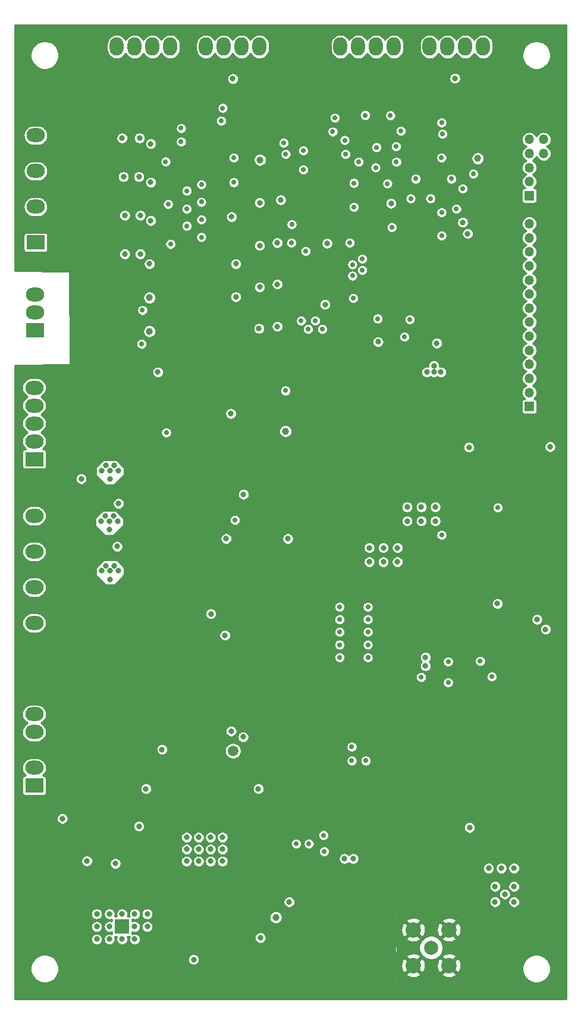
<source format=gbr>
%TF.GenerationSoftware,KiCad,Pcbnew,(5.1.0)-1*%
%TF.CreationDate,2019-03-20T15:23:46+01:00*%
%TF.ProjectId,AcroBoard_Station_GPRS_V04R04_XTAL,4163726f-426f-4617-9264-5f5374617469,rev?*%
%TF.SameCoordinates,Original*%
%TF.FileFunction,Copper,L2,Inr*%
%TF.FilePolarity,Positive*%
%FSLAX46Y46*%
G04 Gerber Fmt 4.6, Leading zero omitted, Abs format (unit mm)*
G04 Created by KiCad (PCBNEW (5.1.0)-1) date 2019-03-20 15:23:46*
%MOMM*%
%LPD*%
G04 APERTURE LIST*
%TA.AperFunction,ViaPad*%
%ADD10C,0.600000*%
%TD*%
%TA.AperFunction,ViaPad*%
%ADD11R,2.000000X2.000000*%
%TD*%
%TA.AperFunction,ViaPad*%
%ADD12C,2.000000*%
%TD*%
%TA.AperFunction,ViaPad*%
%ADD13R,2.600000X2.000000*%
%TD*%
%TA.AperFunction,ViaPad*%
%ADD14O,2.600000X2.000000*%
%TD*%
%TA.AperFunction,ViaPad*%
%ADD15C,2.200000*%
%TD*%
%TA.AperFunction,ViaPad*%
%ADD16R,1.350000X1.350000*%
%TD*%
%TA.AperFunction,ViaPad*%
%ADD17O,1.350000X1.350000*%
%TD*%
%TA.AperFunction,ViaPad*%
%ADD18R,2.000000X2.600000*%
%TD*%
%TA.AperFunction,ViaPad*%
%ADD19O,2.000000X2.600000*%
%TD*%
%TA.AperFunction,ViaPad*%
%ADD20C,1.500000*%
%TD*%
%TA.AperFunction,ViaPad*%
%ADD21C,0.800000*%
%TD*%
%TA.AperFunction,ViaPad*%
%ADD22C,0.700000*%
%TD*%
%TA.AperFunction,ViaPad*%
%ADD23C,1.000000*%
%TD*%
%TA.AperFunction,Conductor*%
%ADD24C,0.254000*%
%TD*%
G04 APERTURE END LIST*
D10*
%TO.N,GND*%
%TO.C,U17*%
X78440639Y-120410213D03*
X78440639Y-121110213D03*
X78440639Y-121810213D03*
X78440639Y-122510213D03*
X77640639Y-120310213D03*
X77640639Y-121010213D03*
X77640639Y-121710213D03*
X77640639Y-122410213D03*
%TD*%
D11*
%TO.N,VSelected*%
%TO.C,C26*%
X66000000Y-149000000D03*
D12*
%TO.N,GND*%
X66000000Y-144000000D03*
%TD*%
D13*
%TO.N,/~FAULT*%
%TO.C,J3*%
X53500000Y-128950000D03*
D14*
%TO.N,/ALT_CHARGE*%
X53500000Y-126410000D03*
%TO.N,GND*%
X53500000Y-123870000D03*
%TO.N,/Panel+*%
X53500000Y-121330000D03*
%TO.N,/BC_Vin*%
X53500000Y-118790000D03*
%TD*%
D13*
%TO.N,GND*%
%TO.C,J2*%
X53500000Y-108350000D03*
D14*
%TO.N,/VPrimary*%
X53500000Y-105810000D03*
%TO.N,GND*%
X53500000Y-103270000D03*
%TO.N,/Vbackup*%
X53500000Y-100730000D03*
%TO.N,GND*%
X53500000Y-98190000D03*
%TO.N,/Vwall*%
X53500000Y-95650000D03*
%TO.N,GND*%
X53500000Y-93110000D03*
%TO.N,Net-(J2-Pad8)*%
X53500000Y-90570000D03*
%TD*%
D15*
%TO.N,GND*%
%TO.C,J1*%
X107460000Y-154540000D03*
X107460000Y-149460000D03*
X112540000Y-149460000D03*
X112540000Y-154540000D03*
D12*
%TO.N,/RF_ANT*%
X110000000Y-152000000D03*
%TD*%
D16*
%TO.N,/PA0*%
%TO.C,P2*%
X124000000Y-75000000D03*
D17*
%TO.N,GND*%
X126000000Y-75000000D03*
%TO.N,/PA2*%
X124000000Y-73000000D03*
%TO.N,GND*%
X126000000Y-73000000D03*
%TO.N,/PA3*%
X124000000Y-71000000D03*
%TO.N,GND*%
X126000000Y-71000000D03*
%TO.N,/PA4*%
X124000000Y-69000000D03*
%TO.N,GND*%
X126000000Y-69000000D03*
%TO.N,/PA5*%
X124000000Y-67000000D03*
%TO.N,GND*%
X126000000Y-67000000D03*
%TO.N,/PA6*%
X124000000Y-65000000D03*
%TO.N,GND*%
X126000000Y-65000000D03*
%TO.N,/PA7*%
X124000000Y-63000000D03*
%TO.N,GND*%
X126000000Y-63000000D03*
%TO.N,/PB0*%
X124000000Y-61000000D03*
%TO.N,GND*%
X126000000Y-61000000D03*
%TO.N,/PB1*%
X124000000Y-59000000D03*
%TO.N,GND*%
X126000000Y-59000000D03*
%TO.N,/PB2*%
X124000000Y-57000000D03*
%TO.N,GND*%
X126000000Y-57000000D03*
%TO.N,/PB3*%
X124000000Y-55000000D03*
%TO.N,GND*%
X126000000Y-55000000D03*
%TO.N,/PB4*%
X124000000Y-53000000D03*
%TO.N,GND*%
X126000000Y-53000000D03*
%TO.N,/PB5*%
X124000000Y-51000000D03*
%TO.N,GND*%
X126000000Y-51000000D03*
%TO.N,/PB6*%
X124000000Y-49000000D03*
%TO.N,GND*%
X126000000Y-49000000D03*
%TD*%
D13*
%TO.N,/PULSE2*%
%TO.C,P6*%
X53600000Y-64150000D03*
D14*
%TO.N,Net-(P6-Pad2)*%
X53600000Y-61610000D03*
%TO.N,/PULSE1*%
X53600000Y-59070000D03*
%TD*%
D18*
%TO.N,GND*%
%TO.C,J5*%
X62700000Y-23800000D03*
D19*
%TO.N,/RX2_1*%
X65240000Y-23800000D03*
%TO.N,/RX2_2*%
X67780000Y-23800000D03*
%TO.N,/TX2_1*%
X70320000Y-23800000D03*
%TO.N,/TX2_2*%
X72860000Y-23800000D03*
%TO.N,GND*%
X75400000Y-23800000D03*
%TO.N,/RX2_3*%
X77940000Y-23800000D03*
%TO.N,/RX2_4*%
X80480000Y-23800000D03*
%TO.N,/TX2_3*%
X83020000Y-23800000D03*
%TO.N,/TX2_4*%
X85560000Y-23800000D03*
%TD*%
D13*
%TO.N,/PSW1*%
%TO.C,J6*%
X53700000Y-51660000D03*
D14*
%TO.N,GND*%
X53700000Y-49120000D03*
%TO.N,/PSW2*%
X53700000Y-46580000D03*
%TO.N,GND*%
X53700000Y-44040000D03*
%TO.N,/PSW3*%
X53700000Y-41500000D03*
%TO.N,GND*%
X53700000Y-38960000D03*
%TO.N,/PSW4*%
X53700000Y-36420000D03*
%TO.N,GND*%
X53700000Y-33880000D03*
%TD*%
D18*
%TO.N,GND*%
%TO.C,J4*%
X94560000Y-23800000D03*
D19*
%TO.N,/RX1*%
X97100000Y-23800000D03*
%TO.N,/RX2*%
X99640000Y-23800000D03*
%TO.N,/TX1*%
X102180000Y-23800000D03*
%TO.N,/TX2*%
X104720000Y-23800000D03*
%TO.N,GND*%
X107260000Y-23800000D03*
%TO.N,/RX3*%
X109800000Y-23800000D03*
%TO.N,/RX4*%
X112340000Y-23800000D03*
%TO.N,/TX3*%
X114880000Y-23800000D03*
%TO.N,/TX4*%
X117420000Y-23800000D03*
%TD*%
D16*
%TO.N,/I2C_OUT_SDA*%
%TO.C,P4*%
X124000000Y-45000000D03*
D17*
%TO.N,GND*%
X126000000Y-45000000D03*
%TO.N,/I2C_OUT_SCL*%
X124000000Y-43000000D03*
%TO.N,GND*%
X126000000Y-43000000D03*
%TO.N,/I2C_VIN*%
X124000000Y-41000000D03*
%TO.N,GND*%
X126000000Y-41000000D03*
%TO.N,/I2C_SIG*%
X124000000Y-39000000D03*
%TO.N,VSelected*%
X126000000Y-39000000D03*
%TO.N,V3.3*%
X124000000Y-37000000D03*
%TO.N,VSelected*%
X126000000Y-37000000D03*
%TD*%
D13*
%TO.N,VSelected*%
%TO.C,J7*%
X53500000Y-82480000D03*
D14*
%TO.N,/OC1*%
X53500000Y-79940000D03*
%TO.N,/OC2*%
X53500000Y-77400000D03*
%TO.N,/OC3*%
X53500000Y-74860000D03*
%TO.N,/OC4*%
X53500000Y-72320000D03*
%TD*%
D20*
%TO.N,/BC_NTC*%
%TO.C,P3*%
X81800000Y-124000000D03*
%TD*%
D21*
%TO.N,GND*%
X71750000Y-43640000D03*
X71770000Y-38150000D03*
D22*
X124600000Y-111590000D03*
D21*
X126399996Y-125800000D03*
D22*
X120700000Y-121200000D03*
X128425010Y-112750000D03*
X128425010Y-122300000D03*
X98300000Y-158700000D03*
X117600000Y-58320000D03*
X122549998Y-60000000D03*
X117090000Y-30490000D03*
X116100000Y-28910000D03*
X86200000Y-30750000D03*
X85320000Y-28820000D03*
X115660000Y-113590000D03*
X100890000Y-72370000D03*
D21*
X100670000Y-66480000D03*
D22*
X128400000Y-109950000D03*
D21*
X85700000Y-53400000D03*
X85700000Y-59400000D03*
X85700000Y-65400000D03*
X88200000Y-65900000D03*
X88200000Y-59900000D03*
X88200000Y-53900000D03*
D22*
X88300000Y-158700000D03*
X83300000Y-158700000D03*
X78300000Y-158700000D03*
X73300000Y-158700000D03*
X123300000Y-158700000D03*
X118300000Y-158700000D03*
X113300000Y-158700000D03*
X108300000Y-158700000D03*
X103300000Y-158700000D03*
X93300000Y-158700000D03*
X68300000Y-158700000D03*
X128400000Y-157300000D03*
X128400000Y-150300000D03*
X128400000Y-129300000D03*
D21*
X91650000Y-74470000D03*
D22*
X95600000Y-45200000D03*
X60200000Y-28500000D03*
X67600000Y-30700000D03*
X74400000Y-32300000D03*
X105100000Y-32500000D03*
X96300000Y-38525000D03*
X104050000Y-36625000D03*
X100850000Y-42350000D03*
X101250000Y-39150000D03*
X103725000Y-41025000D03*
X115500000Y-110200000D03*
X91400000Y-66100000D03*
D21*
X74600000Y-92400000D03*
X89299994Y-47500000D03*
D22*
X82400000Y-82300000D03*
X79500000Y-77600000D03*
X76000000Y-79100000D03*
X77700000Y-84100000D03*
X89800000Y-83740000D03*
X87800000Y-83740000D03*
X85800000Y-83740000D03*
D23*
X69900000Y-67900000D03*
D22*
X71100000Y-74000000D03*
X79700000Y-66700000D03*
X83100000Y-66700000D03*
X83200000Y-63000000D03*
X79700000Y-61900000D03*
X79700000Y-60600000D03*
X83200000Y-57000000D03*
X79700000Y-55900000D03*
X83200000Y-53400000D03*
X79700000Y-53400000D03*
X79700000Y-49900000D03*
X82600000Y-49900000D03*
X89100000Y-21700000D03*
X84900000Y-35300000D03*
X92300000Y-34200000D03*
X92300000Y-35500000D03*
X98100000Y-32400000D03*
D21*
X115600000Y-35300012D03*
X118100006Y-35400000D03*
X121600000Y-40700000D03*
D22*
X122400000Y-47500000D03*
X117300000Y-51800000D03*
X116700000Y-68600000D03*
X113200000Y-70100000D03*
X111100000Y-79500000D03*
X108600000Y-79500000D03*
X106000000Y-79500000D03*
X103500000Y-79500000D03*
X100900000Y-79500000D03*
D21*
X70500000Y-51900000D03*
X70500000Y-46400000D03*
X71700000Y-55000000D03*
X71700000Y-49400000D03*
X70500000Y-35400000D03*
X70500000Y-40900000D03*
X65800000Y-35400000D03*
X65800000Y-40900000D03*
X65800000Y-46400000D03*
X65800000Y-51900000D03*
X117740000Y-96250000D03*
X117740000Y-93050000D03*
X123940000Y-90800000D03*
X120190000Y-94000000D03*
X121360000Y-94000000D03*
X120700000Y-44600000D03*
X117600000Y-48900000D03*
D22*
X110100000Y-61200000D03*
X109500002Y-51599998D03*
X105400000Y-51000004D03*
D21*
X58100000Y-33880000D03*
X59600000Y-32600000D03*
X58000000Y-39500000D03*
X59600000Y-38100000D03*
X57900000Y-44900000D03*
X59500000Y-43500000D03*
X58000000Y-50400000D03*
X59600000Y-49100000D03*
X61460000Y-79110000D03*
X61460000Y-76110000D03*
X61460000Y-73110000D03*
X61460000Y-70110000D03*
X64800000Y-79900000D03*
X64800000Y-76900000D03*
X64800000Y-73900000D03*
X64800000Y-70900000D03*
X94700000Y-50500000D03*
X105700000Y-45600000D03*
X73800000Y-73100000D03*
X73500002Y-69500000D03*
D22*
X99800000Y-61200000D03*
X100700000Y-57500000D03*
X100100000Y-50800000D03*
D21*
X85600000Y-47400000D03*
X115200000Y-51800000D03*
X110700000Y-132650000D03*
X110700000Y-135850000D03*
X111900000Y-139000000D03*
X111900000Y-140700000D03*
X114300000Y-144400000D03*
X108300000Y-144200000D03*
X111300000Y-143700000D03*
X104450000Y-144200000D03*
X93800000Y-141550000D03*
X103350000Y-132280000D03*
X120450000Y-109050000D03*
D22*
X98700000Y-84100000D03*
D21*
X51800000Y-149600000D03*
X51800000Y-144600000D03*
X51800000Y-139600000D03*
X51800000Y-134600000D03*
D22*
X78040639Y-123450000D03*
X78040639Y-125250000D03*
X78040639Y-127050000D03*
D21*
X72250000Y-111550000D03*
X74050000Y-111550000D03*
X75850000Y-111550000D03*
X72250000Y-113350000D03*
X74050000Y-113350000D03*
X75850000Y-113350000D03*
X72250000Y-115150000D03*
X74050000Y-115150000D03*
X75850000Y-115150000D03*
X77650000Y-113350000D03*
X79450000Y-113350000D03*
X74050000Y-107850000D03*
X75850000Y-107850000D03*
X72250000Y-107850000D03*
X80650000Y-99200000D03*
X82450000Y-99200000D03*
X84250000Y-99200000D03*
X80650000Y-102350000D03*
X82450000Y-102350000D03*
X84250000Y-102350000D03*
X84250000Y-100750000D03*
X78040639Y-118800000D03*
X113650000Y-105650000D03*
X128050000Y-27950000D03*
X121200000Y-22200000D03*
X52100000Y-22200000D03*
X127550000Y-22150000D03*
X52150000Y-157950000D03*
X59650000Y-158750000D03*
X90050000Y-120350000D03*
X118250000Y-152050000D03*
D22*
X115950000Y-138750000D03*
X117800000Y-138750000D03*
D21*
X119700000Y-138700000D03*
X89540000Y-100770000D03*
X90290000Y-92140000D03*
D22*
X92600000Y-86200000D03*
D21*
X55090000Y-85680000D03*
X54930000Y-113220000D03*
X90550000Y-61420000D03*
X90600000Y-53600000D03*
D22*
X94600000Y-58990000D03*
X107650000Y-66000000D03*
X106520000Y-67380000D03*
X104860000Y-61200000D03*
X110310000Y-55330000D03*
X105240000Y-56070000D03*
D21*
X61460000Y-82200000D03*
D22*
X85500000Y-108380000D03*
X86420000Y-100750000D03*
D21*
X90000000Y-128900000D03*
D22*
X67200000Y-81000000D03*
X92600000Y-105200000D03*
D21*
X103700000Y-148500000D03*
X73900000Y-95300000D03*
X69900000Y-81700000D03*
X83700000Y-97400000D03*
X81400000Y-97400000D03*
X74200000Y-142900000D03*
X76000000Y-142900000D03*
X77800000Y-142900000D03*
X79600000Y-142900000D03*
X74200000Y-144700000D03*
X76000000Y-144700000D03*
X77800000Y-144700000D03*
X72500000Y-142900000D03*
X70700000Y-144700000D03*
X70700000Y-142900000D03*
D22*
X111480000Y-127840000D03*
D21*
X103350000Y-127750000D03*
D22*
X106910000Y-127760000D03*
D23*
X71699988Y-62100000D03*
D21*
X93000000Y-113100000D03*
D22*
X99200000Y-97500000D03*
X92600000Y-96350000D03*
D21*
X72320000Y-101380000D03*
X73850000Y-102480000D03*
X61900000Y-122700000D03*
X58700000Y-126600000D03*
D23*
X66290000Y-127690000D03*
D21*
X66100000Y-115840000D03*
X121520000Y-135030000D03*
X73580000Y-97030000D03*
D22*
X74040000Y-83020000D03*
D21*
X112300000Y-84770000D03*
X114270000Y-86260000D03*
X117000000Y-145500000D03*
X121900000Y-138700000D03*
X124100000Y-138700000D03*
X126300000Y-138700000D03*
X128500000Y-138700000D03*
X126300000Y-140900000D03*
X126300000Y-143100000D03*
X126300000Y-145300000D03*
X128500000Y-140900000D03*
X128500000Y-143100000D03*
X128500000Y-145300000D03*
X128500000Y-147500000D03*
X109500000Y-95100000D03*
X111500000Y-95100000D03*
X109500000Y-97100000D03*
X111500000Y-97100000D03*
X109500000Y-99100000D03*
X111500000Y-99100000D03*
X102900000Y-86400000D03*
X104900000Y-86400000D03*
X102900000Y-88400000D03*
X102900000Y-90400000D03*
X104900000Y-88400000D03*
X104900000Y-90400000D03*
D22*
X76200000Y-52100000D03*
X76200000Y-55200000D03*
X74600000Y-38800000D03*
D21*
X117600000Y-133600000D03*
X83400000Y-44900000D03*
D22*
X78000000Y-131400000D03*
D21*
X86200000Y-134490000D03*
X96100000Y-132000000D03*
X98250000Y-141150000D03*
D22*
X119190000Y-111470000D03*
X115800000Y-128600000D03*
X82910000Y-72940000D03*
X100000000Y-120000000D03*
X105000000Y-106500000D03*
X105000000Y-106500000D03*
X105000000Y-106500000D03*
X105000000Y-106500000D03*
X105000000Y-106500000D03*
X105000000Y-106500000D03*
X105000000Y-106500000D03*
X105000000Y-106500000D03*
X105000000Y-106500000D03*
X105000000Y-106500000D03*
X105000000Y-106500000D03*
X105000000Y-106500000D03*
X105000000Y-106500000D03*
X105000000Y-106500000D03*
X105000000Y-106500000D03*
X105000000Y-106500000D03*
X105000000Y-106500000D03*
X91060000Y-58580000D03*
X95670000Y-54900000D03*
D21*
X79600000Y-144700000D03*
D22*
%TO.N,/SIM_DATA*%
X90800000Y-137200000D03*
X94700000Y-136000000D03*
%TO.N,/SIM_RST*%
X94800000Y-138300000D03*
X92600000Y-137200000D03*
D21*
%TO.N,/SIM_VDD*%
X109200000Y-110700000D03*
X109200000Y-111900000D03*
X97670000Y-139340000D03*
X98910000Y-139340000D03*
%TO.N,/VPrimary*%
X78650000Y-104500000D03*
X83250000Y-122000000D03*
D22*
%TO.N,/Vwall*%
X82100000Y-91150043D03*
D21*
X65500000Y-88800000D03*
%TO.N,/Vbackup*%
X65300000Y-94900000D03*
X80822494Y-93800000D03*
X89600000Y-93800010D03*
%TO.N,/TX2_3*%
X81775000Y-28355000D03*
D22*
%TO.N,/TX2_2*%
X80330000Y-32530000D03*
%TO.N,/TX2_1*%
X80110000Y-34350000D03*
D21*
%TO.N,Net-(L5-Pad1)*%
X80650000Y-107550000D03*
X81550000Y-121200000D03*
%TO.N,/TX3*%
X113400000Y-28300000D03*
D22*
%TO.N,/TX2*%
X111500000Y-34600000D03*
%TO.N,/TX1*%
X111599998Y-36224990D03*
%TO.N,/SP336_M2*%
X105700000Y-35800000D03*
X97700000Y-37100000D03*
%TO.N,/PE0*%
X96300000Y-33900000D03*
X90120000Y-51720000D03*
X90160000Y-49100000D03*
%TO.N,/SP336_M1*%
X111480000Y-39600000D03*
X102200000Y-38125021D03*
%TO.N,/PE1*%
X96000000Y-35900000D03*
X92140000Y-52880000D03*
%TO.N,/SP336_M0*%
X105000000Y-38000000D03*
X97800000Y-39100000D03*
%TO.N,/SP336_SLEW*%
X105050000Y-40210000D03*
X99700000Y-40200000D03*
D21*
%TO.N,/PA1*%
X110800000Y-66000000D03*
X115400000Y-80800000D03*
D22*
%TO.N,/SP336_2_M2*%
X89000000Y-37500000D03*
X74400000Y-35400000D03*
%TO.N,/SP336_2_M0*%
X89300000Y-39100000D03*
X74400000Y-37300000D03*
%TO.N,/SP336_2_SLEW*%
X91800000Y-41300000D03*
X91800000Y-38600000D03*
D21*
%TO.N,/N_SHDN*%
X60200000Y-85300000D03*
X83300000Y-87500000D03*
D22*
%TO.N,/PD1*%
X116000000Y-41900000D03*
X102100000Y-41000000D03*
%TO.N,/PC1*%
X111500000Y-47400000D03*
X113600000Y-46900000D03*
D21*
%TO.N,/NETLIGHT*%
X119450000Y-103050000D03*
X115490000Y-134910000D03*
%TO.N,/PCAL_P7*%
X81490000Y-76000000D03*
X68400000Y-134730000D03*
D22*
%TO.N,/PC5*%
X107800000Y-42600000D03*
X112900000Y-42600000D03*
%TO.N,/PC6*%
X107100012Y-45400000D03*
X109900000Y-45400000D03*
%TO.N,/S900CTS*%
X98800000Y-56400000D03*
X94500000Y-64000000D03*
X97000000Y-105300000D03*
X101000000Y-105300000D03*
%TO.N,/PD5*%
X81900000Y-43100000D03*
X81900000Y-39600000D03*
%TO.N,/PD6*%
X99000000Y-43200000D03*
X99000000Y-46600000D03*
%TO.N,/XMRXD-S900TXD*%
X100200000Y-54000000D03*
X91500000Y-62800000D03*
X97000000Y-110700000D03*
X101000000Y-110700000D03*
%TO.N,/XMTXD-S900RXD*%
X98800000Y-54800000D03*
X92500000Y-64000002D03*
X97000000Y-108900000D03*
X101000000Y-108900000D03*
%TO.N,/XMRTS*%
X101000000Y-107100000D03*
X100199998Y-55600000D03*
X93500000Y-62800000D03*
X97000000Y-107100000D03*
%TO.N,/S900STATUS*%
X97000000Y-103500000D03*
X101000000Y-103500000D03*
%TO.N,/PR0*%
X106200000Y-65100000D03*
X68800000Y-66100000D03*
%TO.N,/PR1*%
X106956553Y-62605437D03*
X68900000Y-61300000D03*
%TO.N,/CMD_PSW2*%
X72560000Y-46200000D03*
X75200000Y-46900000D03*
%TO.N,/CMD_PSW1*%
X72900000Y-51900000D03*
X75200000Y-49300000D03*
%TO.N,/CMD_PSW3*%
X72200000Y-40150000D03*
X75200000Y-44300000D03*
D21*
%TO.N,/~FAULT*%
X71700000Y-123800000D03*
%TO.N,/~CHARGE*%
X85400000Y-129400000D03*
X69400000Y-129400010D03*
D22*
%TO.N,/MCU_Status_LED*%
X103780000Y-43280000D03*
X119500010Y-89400000D03*
%TO.N,/SIM_DATA_0*%
X98700000Y-123400000D03*
X108590002Y-113510000D03*
%TO.N,/SIM_CLK_0*%
X112430000Y-114250000D03*
X100700000Y-125400000D03*
%TO.N,/SIM_RST_0*%
X118650000Y-113450000D03*
X116990000Y-111230000D03*
X112430000Y-111290000D03*
X98700000Y-125400000D03*
D21*
%TO.N,V3.3*%
X106600000Y-91300000D03*
D22*
X98900000Y-59600000D03*
X89280000Y-72740000D03*
X72300000Y-78700000D03*
X104200000Y-33600000D03*
X100600000Y-33550000D03*
D21*
X71100000Y-70100000D03*
X114500000Y-48800000D03*
D22*
X114500000Y-44000000D03*
X111500000Y-50700000D03*
X102400000Y-62500000D03*
X104400002Y-49499998D03*
D21*
X102460000Y-65800000D03*
X88100000Y-51700000D03*
X85500000Y-63900000D03*
X85600000Y-58000000D03*
X85600000Y-46000000D03*
X104300000Y-46100000D03*
D23*
X69900000Y-64300000D03*
X69900000Y-59500000D03*
D21*
X111400000Y-70100000D03*
X109400000Y-70100000D03*
X110400000Y-70100000D03*
X110400000Y-69200000D03*
D23*
X116650000Y-39700000D03*
D21*
X82200000Y-59400000D03*
X82200000Y-54700000D03*
X81600000Y-48000000D03*
X85600000Y-52100000D03*
X88600000Y-45600000D03*
X88100000Y-63600000D03*
X88100000Y-57600000D03*
D22*
X98399148Y-51700033D03*
D21*
X115200000Y-50400000D03*
X94910000Y-60480000D03*
D23*
X89270000Y-78520000D03*
D22*
X77300000Y-50900000D03*
X77300000Y-48400000D03*
X77300000Y-45900000D03*
X77300000Y-43400000D03*
D21*
X108600000Y-91300000D03*
X110600000Y-91300000D03*
X106600000Y-89300000D03*
X108600000Y-89300000D03*
X110600000Y-89300000D03*
D23*
X85650000Y-39900000D03*
D21*
X95200000Y-51784979D03*
%TO.N,VSelected*%
X70080000Y-48560000D03*
X70080000Y-37610004D03*
X70080000Y-43090000D03*
X64300000Y-84100000D03*
X63100000Y-84100000D03*
X63700000Y-83400000D03*
X64900000Y-83400000D03*
X64300000Y-85300000D03*
X65500000Y-84100000D03*
X63090000Y-98390000D03*
X64290000Y-99590000D03*
X65490000Y-98390000D03*
X64290000Y-98390000D03*
X63690000Y-97690000D03*
X64890000Y-97690000D03*
X69900000Y-54700006D03*
X68400000Y-42300000D03*
X66200000Y-42300000D03*
X68500000Y-36800000D03*
X66000000Y-36800000D03*
X68600000Y-53300002D03*
X68600000Y-47800000D03*
X66400000Y-47800000D03*
X66400000Y-53300000D03*
X64800000Y-90600000D03*
X63600000Y-90600000D03*
X63000000Y-91300000D03*
X65400000Y-91300000D03*
X64200000Y-91300000D03*
X64200000Y-92500000D03*
X62400000Y-147200000D03*
X64200000Y-147200000D03*
X62400000Y-149000000D03*
X64200000Y-149000000D03*
X62400000Y-150800000D03*
X64200000Y-150800000D03*
X67800000Y-149000000D03*
X67800000Y-147200000D03*
X67800000Y-150800000D03*
X66000000Y-147200000D03*
X69600000Y-149000000D03*
X69600000Y-147200000D03*
X66000000Y-150800000D03*
D23*
X87900000Y-147700000D03*
D21*
X61000000Y-139680002D03*
X57500000Y-133640000D03*
X126940000Y-80729998D03*
%TO.N,SW3*%
X85700000Y-150600000D03*
X65049998Y-140030000D03*
%TO.N,V4.0*%
X101200000Y-97100000D03*
X125080000Y-105300000D03*
X126300000Y-106700000D03*
X76200000Y-153700000D03*
X80300000Y-138000000D03*
X78600000Y-138000000D03*
X76900000Y-138000000D03*
X75200000Y-138000000D03*
X80300000Y-136300000D03*
X78600000Y-136300000D03*
X76900000Y-136300000D03*
X75200000Y-136300000D03*
X80300000Y-139700000D03*
X78600000Y-139700000D03*
X76900000Y-139700000D03*
X75200000Y-139700000D03*
X118200000Y-140700000D03*
X120000000Y-140700000D03*
X121800000Y-140700000D03*
X121800000Y-143300000D03*
X119100000Y-143300000D03*
X121800000Y-145500000D03*
X119100000Y-145500000D03*
X120500000Y-144400000D03*
X101200000Y-95100000D03*
X103200000Y-97100000D03*
X103200000Y-95100000D03*
X105200000Y-97100000D03*
X105200000Y-95100000D03*
%TO.N,/PG*%
X89800000Y-145500000D03*
D22*
X111500000Y-93300000D03*
%TD*%
D24*
%TO.N,GND*%
G36*
X129273000Y-159273000D02*
G01*
X50727000Y-159273000D01*
X50727000Y-154800338D01*
X52972800Y-154800338D01*
X52972800Y-155199662D01*
X53050704Y-155591313D01*
X53203518Y-155960239D01*
X53425371Y-156292265D01*
X53707735Y-156574629D01*
X54039761Y-156796482D01*
X54408687Y-156949296D01*
X54800338Y-157027200D01*
X55199662Y-157027200D01*
X55591313Y-156949296D01*
X55960239Y-156796482D01*
X56292265Y-156574629D01*
X56417596Y-156449298D01*
X104873002Y-156449298D01*
X104875572Y-156475432D01*
X104882925Y-156499218D01*
X104894776Y-156521112D01*
X104910671Y-156540274D01*
X104929999Y-156555967D01*
X104952017Y-156567587D01*
X104975879Y-156574688D01*
X105000668Y-156576998D01*
X114500668Y-156526998D01*
X114525468Y-156524420D01*
X114549252Y-156517061D01*
X114571143Y-156505203D01*
X114590300Y-156489302D01*
X114605987Y-156469970D01*
X114617601Y-156447948D01*
X114624695Y-156424084D01*
X114626998Y-156399294D01*
X114618115Y-154800338D01*
X122972800Y-154800338D01*
X122972800Y-155199662D01*
X123050704Y-155591313D01*
X123203518Y-155960239D01*
X123425371Y-156292265D01*
X123707735Y-156574629D01*
X124039761Y-156796482D01*
X124408687Y-156949296D01*
X124800338Y-157027200D01*
X125199662Y-157027200D01*
X125591313Y-156949296D01*
X125960239Y-156796482D01*
X126292265Y-156574629D01*
X126574629Y-156292265D01*
X126796482Y-155960239D01*
X126949296Y-155591313D01*
X127027200Y-155199662D01*
X127027200Y-154800338D01*
X126949296Y-154408687D01*
X126796482Y-154039761D01*
X126574629Y-153707735D01*
X126292265Y-153425371D01*
X125960239Y-153203518D01*
X125591313Y-153050704D01*
X125199662Y-152972800D01*
X124800338Y-152972800D01*
X124408687Y-153050704D01*
X124039761Y-153203518D01*
X123707735Y-153425371D01*
X123425371Y-153707735D01*
X123203518Y-154039761D01*
X123050704Y-154408687D01*
X122972800Y-154800338D01*
X114618115Y-154800338D01*
X114576998Y-147399294D01*
X114574560Y-147375224D01*
X114567333Y-147351399D01*
X114555597Y-147329443D01*
X114539803Y-147310197D01*
X114520557Y-147294403D01*
X114498601Y-147282667D01*
X114474776Y-147275440D01*
X114450000Y-147273000D01*
X105050000Y-147273000D01*
X105025912Y-147275305D01*
X105002048Y-147282401D01*
X104980027Y-147294015D01*
X104960695Y-147309703D01*
X104944795Y-147328860D01*
X104932938Y-147350752D01*
X104925579Y-147374536D01*
X104923002Y-147399298D01*
X104873002Y-156449298D01*
X56417596Y-156449298D01*
X56574629Y-156292265D01*
X56796482Y-155960239D01*
X56949296Y-155591313D01*
X57027200Y-155199662D01*
X57027200Y-154800338D01*
X56949296Y-154408687D01*
X56796482Y-154039761D01*
X56574629Y-153707735D01*
X56485442Y-153618548D01*
X75373000Y-153618548D01*
X75373000Y-153781452D01*
X75404782Y-153941227D01*
X75467123Y-154091731D01*
X75557628Y-154227181D01*
X75672819Y-154342372D01*
X75808269Y-154432877D01*
X75958773Y-154495218D01*
X76118548Y-154527000D01*
X76281452Y-154527000D01*
X76441227Y-154495218D01*
X76591731Y-154432877D01*
X76727181Y-154342372D01*
X76842372Y-154227181D01*
X76932877Y-154091731D01*
X76995218Y-153941227D01*
X77027000Y-153781452D01*
X77027000Y-153618548D01*
X76995218Y-153458773D01*
X76932877Y-153308269D01*
X76842372Y-153172819D01*
X76727181Y-153057628D01*
X76591731Y-152967123D01*
X76441227Y-152904782D01*
X76281452Y-152873000D01*
X76118548Y-152873000D01*
X75958773Y-152904782D01*
X75808269Y-152967123D01*
X75672819Y-153057628D01*
X75557628Y-153172819D01*
X75467123Y-153308269D01*
X75404782Y-153458773D01*
X75373000Y-153618548D01*
X56485442Y-153618548D01*
X56292265Y-153425371D01*
X55960239Y-153203518D01*
X55591313Y-153050704D01*
X55199662Y-152972800D01*
X54800338Y-152972800D01*
X54408687Y-153050704D01*
X54039761Y-153203518D01*
X53707735Y-153425371D01*
X53425371Y-153707735D01*
X53203518Y-154039761D01*
X53050704Y-154408687D01*
X52972800Y-154800338D01*
X50727000Y-154800338D01*
X50727000Y-150718548D01*
X61573000Y-150718548D01*
X61573000Y-150881452D01*
X61604782Y-151041227D01*
X61667123Y-151191731D01*
X61757628Y-151327181D01*
X61872819Y-151442372D01*
X62008269Y-151532877D01*
X62158773Y-151595218D01*
X62318548Y-151627000D01*
X62481452Y-151627000D01*
X62641227Y-151595218D01*
X62791731Y-151532877D01*
X62927181Y-151442372D01*
X63042372Y-151327181D01*
X63132877Y-151191731D01*
X63195218Y-151041227D01*
X63227000Y-150881452D01*
X63227000Y-150718548D01*
X63195218Y-150558773D01*
X63132877Y-150408269D01*
X63042372Y-150272819D01*
X62927181Y-150157628D01*
X62791731Y-150067123D01*
X62641227Y-150004782D01*
X62481452Y-149973000D01*
X62318548Y-149973000D01*
X62158773Y-150004782D01*
X62008269Y-150067123D01*
X61872819Y-150157628D01*
X61757628Y-150272819D01*
X61667123Y-150408269D01*
X61604782Y-150558773D01*
X61573000Y-150718548D01*
X50727000Y-150718548D01*
X50727000Y-148918548D01*
X61573000Y-148918548D01*
X61573000Y-149081452D01*
X61604782Y-149241227D01*
X61667123Y-149391731D01*
X61757628Y-149527181D01*
X61872819Y-149642372D01*
X62008269Y-149732877D01*
X62158773Y-149795218D01*
X62318548Y-149827000D01*
X62481452Y-149827000D01*
X62641227Y-149795218D01*
X62791731Y-149732877D01*
X62927181Y-149642372D01*
X63042372Y-149527181D01*
X63132877Y-149391731D01*
X63195218Y-149241227D01*
X63227000Y-149081452D01*
X63227000Y-148918548D01*
X63195218Y-148758773D01*
X63132877Y-148608269D01*
X63042372Y-148472819D01*
X62927181Y-148357628D01*
X62791731Y-148267123D01*
X62641227Y-148204782D01*
X62481452Y-148173000D01*
X62318548Y-148173000D01*
X62158773Y-148204782D01*
X62008269Y-148267123D01*
X61872819Y-148357628D01*
X61757628Y-148472819D01*
X61667123Y-148608269D01*
X61604782Y-148758773D01*
X61573000Y-148918548D01*
X50727000Y-148918548D01*
X50727000Y-147118548D01*
X61573000Y-147118548D01*
X61573000Y-147281452D01*
X61604782Y-147441227D01*
X61667123Y-147591731D01*
X61757628Y-147727181D01*
X61872819Y-147842372D01*
X62008269Y-147932877D01*
X62158773Y-147995218D01*
X62318548Y-148027000D01*
X62481452Y-148027000D01*
X62641227Y-147995218D01*
X62791731Y-147932877D01*
X62927181Y-147842372D01*
X63042372Y-147727181D01*
X63132877Y-147591731D01*
X63195218Y-147441227D01*
X63227000Y-147281452D01*
X63227000Y-147118548D01*
X63373000Y-147118548D01*
X63373000Y-147281452D01*
X63404782Y-147441227D01*
X63467123Y-147591731D01*
X63557628Y-147727181D01*
X63672819Y-147842372D01*
X63808269Y-147932877D01*
X63958773Y-147995218D01*
X64118548Y-148027000D01*
X64281452Y-148027000D01*
X64441227Y-147995218D01*
X64576941Y-147939003D01*
X64570934Y-148000000D01*
X64570934Y-148258509D01*
X64441227Y-148204782D01*
X64281452Y-148173000D01*
X64118548Y-148173000D01*
X63958773Y-148204782D01*
X63808269Y-148267123D01*
X63672819Y-148357628D01*
X63557628Y-148472819D01*
X63467123Y-148608269D01*
X63404782Y-148758773D01*
X63373000Y-148918548D01*
X63373000Y-149081452D01*
X63404782Y-149241227D01*
X63467123Y-149391731D01*
X63557628Y-149527181D01*
X63672819Y-149642372D01*
X63808269Y-149732877D01*
X63958773Y-149795218D01*
X64118548Y-149827000D01*
X64281452Y-149827000D01*
X64441227Y-149795218D01*
X64570934Y-149741491D01*
X64570934Y-150000000D01*
X64576941Y-150060997D01*
X64441227Y-150004782D01*
X64281452Y-149973000D01*
X64118548Y-149973000D01*
X63958773Y-150004782D01*
X63808269Y-150067123D01*
X63672819Y-150157628D01*
X63557628Y-150272819D01*
X63467123Y-150408269D01*
X63404782Y-150558773D01*
X63373000Y-150718548D01*
X63373000Y-150881452D01*
X63404782Y-151041227D01*
X63467123Y-151191731D01*
X63557628Y-151327181D01*
X63672819Y-151442372D01*
X63808269Y-151532877D01*
X63958773Y-151595218D01*
X64118548Y-151627000D01*
X64281452Y-151627000D01*
X64441227Y-151595218D01*
X64591731Y-151532877D01*
X64727181Y-151442372D01*
X64842372Y-151327181D01*
X64932877Y-151191731D01*
X64995218Y-151041227D01*
X65027000Y-150881452D01*
X65027000Y-150718548D01*
X64995218Y-150558773D01*
X64939003Y-150423059D01*
X65000000Y-150429066D01*
X65258509Y-150429066D01*
X65204782Y-150558773D01*
X65173000Y-150718548D01*
X65173000Y-150881452D01*
X65204782Y-151041227D01*
X65267123Y-151191731D01*
X65357628Y-151327181D01*
X65472819Y-151442372D01*
X65608269Y-151532877D01*
X65758773Y-151595218D01*
X65918548Y-151627000D01*
X66081452Y-151627000D01*
X66241227Y-151595218D01*
X66391731Y-151532877D01*
X66527181Y-151442372D01*
X66642372Y-151327181D01*
X66732877Y-151191731D01*
X66795218Y-151041227D01*
X66827000Y-150881452D01*
X66827000Y-150718548D01*
X66795218Y-150558773D01*
X66741491Y-150429066D01*
X67000000Y-150429066D01*
X67060997Y-150423059D01*
X67004782Y-150558773D01*
X66973000Y-150718548D01*
X66973000Y-150881452D01*
X67004782Y-151041227D01*
X67067123Y-151191731D01*
X67157628Y-151327181D01*
X67272819Y-151442372D01*
X67408269Y-151532877D01*
X67558773Y-151595218D01*
X67718548Y-151627000D01*
X67881452Y-151627000D01*
X68041227Y-151595218D01*
X68191731Y-151532877D01*
X68327181Y-151442372D01*
X68442372Y-151327181D01*
X68532877Y-151191731D01*
X68595218Y-151041227D01*
X68627000Y-150881452D01*
X68627000Y-150718548D01*
X68595218Y-150558773D01*
X68578557Y-150518548D01*
X84873000Y-150518548D01*
X84873000Y-150681452D01*
X84904782Y-150841227D01*
X84967123Y-150991731D01*
X85057628Y-151127181D01*
X85172819Y-151242372D01*
X85308269Y-151332877D01*
X85458773Y-151395218D01*
X85618548Y-151427000D01*
X85781452Y-151427000D01*
X85941227Y-151395218D01*
X86091731Y-151332877D01*
X86227181Y-151242372D01*
X86342372Y-151127181D01*
X86432877Y-150991731D01*
X86495218Y-150841227D01*
X86527000Y-150681452D01*
X86527000Y-150518548D01*
X86495218Y-150358773D01*
X86432877Y-150208269D01*
X86342372Y-150072819D01*
X86227181Y-149957628D01*
X86091731Y-149867123D01*
X85941227Y-149804782D01*
X85781452Y-149773000D01*
X85618548Y-149773000D01*
X85458773Y-149804782D01*
X85308269Y-149867123D01*
X85172819Y-149957628D01*
X85057628Y-150072819D01*
X84967123Y-150208269D01*
X84904782Y-150358773D01*
X84873000Y-150518548D01*
X68578557Y-150518548D01*
X68532877Y-150408269D01*
X68442372Y-150272819D01*
X68327181Y-150157628D01*
X68191731Y-150067123D01*
X68041227Y-150004782D01*
X67881452Y-149973000D01*
X67718548Y-149973000D01*
X67558773Y-150004782D01*
X67423059Y-150060997D01*
X67429066Y-150000000D01*
X67429066Y-149741491D01*
X67558773Y-149795218D01*
X67718548Y-149827000D01*
X67881452Y-149827000D01*
X68041227Y-149795218D01*
X68191731Y-149732877D01*
X68327181Y-149642372D01*
X68442372Y-149527181D01*
X68532877Y-149391731D01*
X68595218Y-149241227D01*
X68627000Y-149081452D01*
X68627000Y-148918548D01*
X68773000Y-148918548D01*
X68773000Y-149081452D01*
X68804782Y-149241227D01*
X68867123Y-149391731D01*
X68957628Y-149527181D01*
X69072819Y-149642372D01*
X69208269Y-149732877D01*
X69358773Y-149795218D01*
X69518548Y-149827000D01*
X69681452Y-149827000D01*
X69841227Y-149795218D01*
X69991731Y-149732877D01*
X70127181Y-149642372D01*
X70242372Y-149527181D01*
X70332877Y-149391731D01*
X70395218Y-149241227D01*
X70427000Y-149081452D01*
X70427000Y-148918548D01*
X70395218Y-148758773D01*
X70332877Y-148608269D01*
X70242372Y-148472819D01*
X70127181Y-148357628D01*
X69991731Y-148267123D01*
X69841227Y-148204782D01*
X69681452Y-148173000D01*
X69518548Y-148173000D01*
X69358773Y-148204782D01*
X69208269Y-148267123D01*
X69072819Y-148357628D01*
X68957628Y-148472819D01*
X68867123Y-148608269D01*
X68804782Y-148758773D01*
X68773000Y-148918548D01*
X68627000Y-148918548D01*
X68595218Y-148758773D01*
X68532877Y-148608269D01*
X68442372Y-148472819D01*
X68327181Y-148357628D01*
X68191731Y-148267123D01*
X68041227Y-148204782D01*
X67881452Y-148173000D01*
X67718548Y-148173000D01*
X67558773Y-148204782D01*
X67429066Y-148258509D01*
X67429066Y-148000000D01*
X67423059Y-147939003D01*
X67558773Y-147995218D01*
X67718548Y-148027000D01*
X67881452Y-148027000D01*
X68041227Y-147995218D01*
X68191731Y-147932877D01*
X68327181Y-147842372D01*
X68442372Y-147727181D01*
X68532877Y-147591731D01*
X68595218Y-147441227D01*
X68627000Y-147281452D01*
X68627000Y-147118548D01*
X68773000Y-147118548D01*
X68773000Y-147281452D01*
X68804782Y-147441227D01*
X68867123Y-147591731D01*
X68957628Y-147727181D01*
X69072819Y-147842372D01*
X69208269Y-147932877D01*
X69358773Y-147995218D01*
X69518548Y-148027000D01*
X69681452Y-148027000D01*
X69841227Y-147995218D01*
X69991731Y-147932877D01*
X70127181Y-147842372D01*
X70242372Y-147727181D01*
X70321539Y-147608699D01*
X86973000Y-147608699D01*
X86973000Y-147791301D01*
X87008624Y-147970396D01*
X87078504Y-148139099D01*
X87179952Y-148290928D01*
X87309072Y-148420048D01*
X87460901Y-148521496D01*
X87629604Y-148591376D01*
X87808699Y-148627000D01*
X87991301Y-148627000D01*
X88170396Y-148591376D01*
X88339099Y-148521496D01*
X88490928Y-148420048D01*
X88620048Y-148290928D01*
X88721496Y-148139099D01*
X88791376Y-147970396D01*
X88827000Y-147791301D01*
X88827000Y-147608699D01*
X88791376Y-147429604D01*
X88721496Y-147260901D01*
X88620048Y-147109072D01*
X88490928Y-146979952D01*
X88339099Y-146878504D01*
X88170396Y-146808624D01*
X87991301Y-146773000D01*
X87808699Y-146773000D01*
X87629604Y-146808624D01*
X87460901Y-146878504D01*
X87309072Y-146979952D01*
X87179952Y-147109072D01*
X87078504Y-147260901D01*
X87008624Y-147429604D01*
X86973000Y-147608699D01*
X70321539Y-147608699D01*
X70332877Y-147591731D01*
X70395218Y-147441227D01*
X70427000Y-147281452D01*
X70427000Y-147118548D01*
X70395218Y-146958773D01*
X70332877Y-146808269D01*
X70242372Y-146672819D01*
X70127181Y-146557628D01*
X69991731Y-146467123D01*
X69841227Y-146404782D01*
X69681452Y-146373000D01*
X69518548Y-146373000D01*
X69358773Y-146404782D01*
X69208269Y-146467123D01*
X69072819Y-146557628D01*
X68957628Y-146672819D01*
X68867123Y-146808269D01*
X68804782Y-146958773D01*
X68773000Y-147118548D01*
X68627000Y-147118548D01*
X68595218Y-146958773D01*
X68532877Y-146808269D01*
X68442372Y-146672819D01*
X68327181Y-146557628D01*
X68191731Y-146467123D01*
X68041227Y-146404782D01*
X67881452Y-146373000D01*
X67718548Y-146373000D01*
X67558773Y-146404782D01*
X67408269Y-146467123D01*
X67272819Y-146557628D01*
X67157628Y-146672819D01*
X67067123Y-146808269D01*
X67004782Y-146958773D01*
X66973000Y-147118548D01*
X66973000Y-147281452D01*
X67004782Y-147441227D01*
X67060997Y-147576941D01*
X67000000Y-147570934D01*
X66741491Y-147570934D01*
X66795218Y-147441227D01*
X66827000Y-147281452D01*
X66827000Y-147118548D01*
X66795218Y-146958773D01*
X66732877Y-146808269D01*
X66642372Y-146672819D01*
X66527181Y-146557628D01*
X66391731Y-146467123D01*
X66241227Y-146404782D01*
X66081452Y-146373000D01*
X65918548Y-146373000D01*
X65758773Y-146404782D01*
X65608269Y-146467123D01*
X65472819Y-146557628D01*
X65357628Y-146672819D01*
X65267123Y-146808269D01*
X65204782Y-146958773D01*
X65173000Y-147118548D01*
X65173000Y-147281452D01*
X65204782Y-147441227D01*
X65258509Y-147570934D01*
X65000000Y-147570934D01*
X64939003Y-147576941D01*
X64995218Y-147441227D01*
X65027000Y-147281452D01*
X65027000Y-147118548D01*
X64995218Y-146958773D01*
X64932877Y-146808269D01*
X64842372Y-146672819D01*
X64727181Y-146557628D01*
X64591731Y-146467123D01*
X64441227Y-146404782D01*
X64281452Y-146373000D01*
X64118548Y-146373000D01*
X63958773Y-146404782D01*
X63808269Y-146467123D01*
X63672819Y-146557628D01*
X63557628Y-146672819D01*
X63467123Y-146808269D01*
X63404782Y-146958773D01*
X63373000Y-147118548D01*
X63227000Y-147118548D01*
X63195218Y-146958773D01*
X63132877Y-146808269D01*
X63042372Y-146672819D01*
X62927181Y-146557628D01*
X62791731Y-146467123D01*
X62641227Y-146404782D01*
X62481452Y-146373000D01*
X62318548Y-146373000D01*
X62158773Y-146404782D01*
X62008269Y-146467123D01*
X61872819Y-146557628D01*
X61757628Y-146672819D01*
X61667123Y-146808269D01*
X61604782Y-146958773D01*
X61573000Y-147118548D01*
X50727000Y-147118548D01*
X50727000Y-145418548D01*
X88973000Y-145418548D01*
X88973000Y-145581452D01*
X89004782Y-145741227D01*
X89067123Y-145891731D01*
X89157628Y-146027181D01*
X89272819Y-146142372D01*
X89408269Y-146232877D01*
X89558773Y-146295218D01*
X89718548Y-146327000D01*
X89881452Y-146327000D01*
X90041227Y-146295218D01*
X90191731Y-146232877D01*
X90327181Y-146142372D01*
X90442372Y-146027181D01*
X90532877Y-145891731D01*
X90595218Y-145741227D01*
X90627000Y-145581452D01*
X90627000Y-145418548D01*
X118273000Y-145418548D01*
X118273000Y-145581452D01*
X118304782Y-145741227D01*
X118367123Y-145891731D01*
X118457628Y-146027181D01*
X118572819Y-146142372D01*
X118708269Y-146232877D01*
X118858773Y-146295218D01*
X119018548Y-146327000D01*
X119181452Y-146327000D01*
X119341227Y-146295218D01*
X119491731Y-146232877D01*
X119627181Y-146142372D01*
X119742372Y-146027181D01*
X119832877Y-145891731D01*
X119895218Y-145741227D01*
X119927000Y-145581452D01*
X119927000Y-145418548D01*
X120973000Y-145418548D01*
X120973000Y-145581452D01*
X121004782Y-145741227D01*
X121067123Y-145891731D01*
X121157628Y-146027181D01*
X121272819Y-146142372D01*
X121408269Y-146232877D01*
X121558773Y-146295218D01*
X121718548Y-146327000D01*
X121881452Y-146327000D01*
X122041227Y-146295218D01*
X122191731Y-146232877D01*
X122327181Y-146142372D01*
X122442372Y-146027181D01*
X122532877Y-145891731D01*
X122595218Y-145741227D01*
X122627000Y-145581452D01*
X122627000Y-145418548D01*
X122595218Y-145258773D01*
X122532877Y-145108269D01*
X122442372Y-144972819D01*
X122327181Y-144857628D01*
X122191731Y-144767123D01*
X122041227Y-144704782D01*
X121881452Y-144673000D01*
X121718548Y-144673000D01*
X121558773Y-144704782D01*
X121408269Y-144767123D01*
X121272819Y-144857628D01*
X121157628Y-144972819D01*
X121067123Y-145108269D01*
X121004782Y-145258773D01*
X120973000Y-145418548D01*
X119927000Y-145418548D01*
X119895218Y-145258773D01*
X119832877Y-145108269D01*
X119742372Y-144972819D01*
X119627181Y-144857628D01*
X119491731Y-144767123D01*
X119341227Y-144704782D01*
X119181452Y-144673000D01*
X119018548Y-144673000D01*
X118858773Y-144704782D01*
X118708269Y-144767123D01*
X118572819Y-144857628D01*
X118457628Y-144972819D01*
X118367123Y-145108269D01*
X118304782Y-145258773D01*
X118273000Y-145418548D01*
X90627000Y-145418548D01*
X90595218Y-145258773D01*
X90532877Y-145108269D01*
X90442372Y-144972819D01*
X90327181Y-144857628D01*
X90191731Y-144767123D01*
X90041227Y-144704782D01*
X89881452Y-144673000D01*
X89718548Y-144673000D01*
X89558773Y-144704782D01*
X89408269Y-144767123D01*
X89272819Y-144857628D01*
X89157628Y-144972819D01*
X89067123Y-145108269D01*
X89004782Y-145258773D01*
X88973000Y-145418548D01*
X50727000Y-145418548D01*
X50727000Y-144318548D01*
X119673000Y-144318548D01*
X119673000Y-144481452D01*
X119704782Y-144641227D01*
X119767123Y-144791731D01*
X119857628Y-144927181D01*
X119972819Y-145042372D01*
X120108269Y-145132877D01*
X120258773Y-145195218D01*
X120418548Y-145227000D01*
X120581452Y-145227000D01*
X120741227Y-145195218D01*
X120891731Y-145132877D01*
X121027181Y-145042372D01*
X121142372Y-144927181D01*
X121232877Y-144791731D01*
X121295218Y-144641227D01*
X121327000Y-144481452D01*
X121327000Y-144318548D01*
X121295218Y-144158773D01*
X121232877Y-144008269D01*
X121142372Y-143872819D01*
X121027181Y-143757628D01*
X120891731Y-143667123D01*
X120741227Y-143604782D01*
X120581452Y-143573000D01*
X120418548Y-143573000D01*
X120258773Y-143604782D01*
X120108269Y-143667123D01*
X119972819Y-143757628D01*
X119857628Y-143872819D01*
X119767123Y-144008269D01*
X119704782Y-144158773D01*
X119673000Y-144318548D01*
X50727000Y-144318548D01*
X50727000Y-143218548D01*
X118273000Y-143218548D01*
X118273000Y-143381452D01*
X118304782Y-143541227D01*
X118367123Y-143691731D01*
X118457628Y-143827181D01*
X118572819Y-143942372D01*
X118708269Y-144032877D01*
X118858773Y-144095218D01*
X119018548Y-144127000D01*
X119181452Y-144127000D01*
X119341227Y-144095218D01*
X119491731Y-144032877D01*
X119627181Y-143942372D01*
X119742372Y-143827181D01*
X119832877Y-143691731D01*
X119895218Y-143541227D01*
X119927000Y-143381452D01*
X119927000Y-143218548D01*
X120973000Y-143218548D01*
X120973000Y-143381452D01*
X121004782Y-143541227D01*
X121067123Y-143691731D01*
X121157628Y-143827181D01*
X121272819Y-143942372D01*
X121408269Y-144032877D01*
X121558773Y-144095218D01*
X121718548Y-144127000D01*
X121881452Y-144127000D01*
X122041227Y-144095218D01*
X122191731Y-144032877D01*
X122327181Y-143942372D01*
X122442372Y-143827181D01*
X122532877Y-143691731D01*
X122595218Y-143541227D01*
X122627000Y-143381452D01*
X122627000Y-143218548D01*
X122595218Y-143058773D01*
X122532877Y-142908269D01*
X122442372Y-142772819D01*
X122327181Y-142657628D01*
X122191731Y-142567123D01*
X122041227Y-142504782D01*
X121881452Y-142473000D01*
X121718548Y-142473000D01*
X121558773Y-142504782D01*
X121408269Y-142567123D01*
X121272819Y-142657628D01*
X121157628Y-142772819D01*
X121067123Y-142908269D01*
X121004782Y-143058773D01*
X120973000Y-143218548D01*
X119927000Y-143218548D01*
X119895218Y-143058773D01*
X119832877Y-142908269D01*
X119742372Y-142772819D01*
X119627181Y-142657628D01*
X119491731Y-142567123D01*
X119341227Y-142504782D01*
X119181452Y-142473000D01*
X119018548Y-142473000D01*
X118858773Y-142504782D01*
X118708269Y-142567123D01*
X118572819Y-142657628D01*
X118457628Y-142772819D01*
X118367123Y-142908269D01*
X118304782Y-143058773D01*
X118273000Y-143218548D01*
X50727000Y-143218548D01*
X50727000Y-139598550D01*
X60173000Y-139598550D01*
X60173000Y-139761454D01*
X60204782Y-139921229D01*
X60267123Y-140071733D01*
X60357628Y-140207183D01*
X60472819Y-140322374D01*
X60608269Y-140412879D01*
X60758773Y-140475220D01*
X60918548Y-140507002D01*
X61081452Y-140507002D01*
X61241227Y-140475220D01*
X61391731Y-140412879D01*
X61527181Y-140322374D01*
X61642372Y-140207183D01*
X61732877Y-140071733D01*
X61783902Y-139948548D01*
X64222998Y-139948548D01*
X64222998Y-140111452D01*
X64254780Y-140271227D01*
X64317121Y-140421731D01*
X64407626Y-140557181D01*
X64522817Y-140672372D01*
X64658267Y-140762877D01*
X64808771Y-140825218D01*
X64968546Y-140857000D01*
X65131450Y-140857000D01*
X65291225Y-140825218D01*
X65441729Y-140762877D01*
X65577179Y-140672372D01*
X65631003Y-140618548D01*
X117373000Y-140618548D01*
X117373000Y-140781452D01*
X117404782Y-140941227D01*
X117467123Y-141091731D01*
X117557628Y-141227181D01*
X117672819Y-141342372D01*
X117808269Y-141432877D01*
X117958773Y-141495218D01*
X118118548Y-141527000D01*
X118281452Y-141527000D01*
X118441227Y-141495218D01*
X118591731Y-141432877D01*
X118727181Y-141342372D01*
X118842372Y-141227181D01*
X118932877Y-141091731D01*
X118995218Y-140941227D01*
X119027000Y-140781452D01*
X119027000Y-140618548D01*
X119173000Y-140618548D01*
X119173000Y-140781452D01*
X119204782Y-140941227D01*
X119267123Y-141091731D01*
X119357628Y-141227181D01*
X119472819Y-141342372D01*
X119608269Y-141432877D01*
X119758773Y-141495218D01*
X119918548Y-141527000D01*
X120081452Y-141527000D01*
X120241227Y-141495218D01*
X120391731Y-141432877D01*
X120527181Y-141342372D01*
X120642372Y-141227181D01*
X120732877Y-141091731D01*
X120795218Y-140941227D01*
X120827000Y-140781452D01*
X120827000Y-140618548D01*
X120973000Y-140618548D01*
X120973000Y-140781452D01*
X121004782Y-140941227D01*
X121067123Y-141091731D01*
X121157628Y-141227181D01*
X121272819Y-141342372D01*
X121408269Y-141432877D01*
X121558773Y-141495218D01*
X121718548Y-141527000D01*
X121881452Y-141527000D01*
X122041227Y-141495218D01*
X122191731Y-141432877D01*
X122327181Y-141342372D01*
X122442372Y-141227181D01*
X122532877Y-141091731D01*
X122595218Y-140941227D01*
X122627000Y-140781452D01*
X122627000Y-140618548D01*
X122595218Y-140458773D01*
X122532877Y-140308269D01*
X122442372Y-140172819D01*
X122327181Y-140057628D01*
X122191731Y-139967123D01*
X122041227Y-139904782D01*
X121881452Y-139873000D01*
X121718548Y-139873000D01*
X121558773Y-139904782D01*
X121408269Y-139967123D01*
X121272819Y-140057628D01*
X121157628Y-140172819D01*
X121067123Y-140308269D01*
X121004782Y-140458773D01*
X120973000Y-140618548D01*
X120827000Y-140618548D01*
X120795218Y-140458773D01*
X120732877Y-140308269D01*
X120642372Y-140172819D01*
X120527181Y-140057628D01*
X120391731Y-139967123D01*
X120241227Y-139904782D01*
X120081452Y-139873000D01*
X119918548Y-139873000D01*
X119758773Y-139904782D01*
X119608269Y-139967123D01*
X119472819Y-140057628D01*
X119357628Y-140172819D01*
X119267123Y-140308269D01*
X119204782Y-140458773D01*
X119173000Y-140618548D01*
X119027000Y-140618548D01*
X118995218Y-140458773D01*
X118932877Y-140308269D01*
X118842372Y-140172819D01*
X118727181Y-140057628D01*
X118591731Y-139967123D01*
X118441227Y-139904782D01*
X118281452Y-139873000D01*
X118118548Y-139873000D01*
X117958773Y-139904782D01*
X117808269Y-139967123D01*
X117672819Y-140057628D01*
X117557628Y-140172819D01*
X117467123Y-140308269D01*
X117404782Y-140458773D01*
X117373000Y-140618548D01*
X65631003Y-140618548D01*
X65692370Y-140557181D01*
X65782875Y-140421731D01*
X65845216Y-140271227D01*
X65876998Y-140111452D01*
X65876998Y-139948548D01*
X65845216Y-139788773D01*
X65782875Y-139638269D01*
X65769698Y-139618548D01*
X74373000Y-139618548D01*
X74373000Y-139781452D01*
X74404782Y-139941227D01*
X74467123Y-140091731D01*
X74557628Y-140227181D01*
X74672819Y-140342372D01*
X74808269Y-140432877D01*
X74958773Y-140495218D01*
X75118548Y-140527000D01*
X75281452Y-140527000D01*
X75441227Y-140495218D01*
X75591731Y-140432877D01*
X75727181Y-140342372D01*
X75842372Y-140227181D01*
X75932877Y-140091731D01*
X75995218Y-139941227D01*
X76027000Y-139781452D01*
X76027000Y-139618548D01*
X76073000Y-139618548D01*
X76073000Y-139781452D01*
X76104782Y-139941227D01*
X76167123Y-140091731D01*
X76257628Y-140227181D01*
X76372819Y-140342372D01*
X76508269Y-140432877D01*
X76658773Y-140495218D01*
X76818548Y-140527000D01*
X76981452Y-140527000D01*
X77141227Y-140495218D01*
X77291731Y-140432877D01*
X77427181Y-140342372D01*
X77542372Y-140227181D01*
X77632877Y-140091731D01*
X77695218Y-139941227D01*
X77727000Y-139781452D01*
X77727000Y-139618548D01*
X77773000Y-139618548D01*
X77773000Y-139781452D01*
X77804782Y-139941227D01*
X77867123Y-140091731D01*
X77957628Y-140227181D01*
X78072819Y-140342372D01*
X78208269Y-140432877D01*
X78358773Y-140495218D01*
X78518548Y-140527000D01*
X78681452Y-140527000D01*
X78841227Y-140495218D01*
X78991731Y-140432877D01*
X79127181Y-140342372D01*
X79242372Y-140227181D01*
X79332877Y-140091731D01*
X79395218Y-139941227D01*
X79427000Y-139781452D01*
X79427000Y-139618548D01*
X79473000Y-139618548D01*
X79473000Y-139781452D01*
X79504782Y-139941227D01*
X79567123Y-140091731D01*
X79657628Y-140227181D01*
X79772819Y-140342372D01*
X79908269Y-140432877D01*
X80058773Y-140495218D01*
X80218548Y-140527000D01*
X80381452Y-140527000D01*
X80541227Y-140495218D01*
X80691731Y-140432877D01*
X80827181Y-140342372D01*
X80942372Y-140227181D01*
X81032877Y-140091731D01*
X81095218Y-139941227D01*
X81127000Y-139781452D01*
X81127000Y-139618548D01*
X81095218Y-139458773D01*
X81032877Y-139308269D01*
X80999655Y-139258548D01*
X96843000Y-139258548D01*
X96843000Y-139421452D01*
X96874782Y-139581227D01*
X96937123Y-139731731D01*
X97027628Y-139867181D01*
X97142819Y-139982372D01*
X97278269Y-140072877D01*
X97428773Y-140135218D01*
X97588548Y-140167000D01*
X97751452Y-140167000D01*
X97911227Y-140135218D01*
X98061731Y-140072877D01*
X98197181Y-139982372D01*
X98290000Y-139889553D01*
X98382819Y-139982372D01*
X98518269Y-140072877D01*
X98668773Y-140135218D01*
X98828548Y-140167000D01*
X98991452Y-140167000D01*
X99151227Y-140135218D01*
X99301731Y-140072877D01*
X99437181Y-139982372D01*
X99552372Y-139867181D01*
X99642877Y-139731731D01*
X99705218Y-139581227D01*
X99737000Y-139421452D01*
X99737000Y-139258548D01*
X99705218Y-139098773D01*
X99642877Y-138948269D01*
X99552372Y-138812819D01*
X99437181Y-138697628D01*
X99301731Y-138607123D01*
X99151227Y-138544782D01*
X98991452Y-138513000D01*
X98828548Y-138513000D01*
X98668773Y-138544782D01*
X98518269Y-138607123D01*
X98382819Y-138697628D01*
X98290000Y-138790447D01*
X98197181Y-138697628D01*
X98061731Y-138607123D01*
X97911227Y-138544782D01*
X97751452Y-138513000D01*
X97588548Y-138513000D01*
X97428773Y-138544782D01*
X97278269Y-138607123D01*
X97142819Y-138697628D01*
X97027628Y-138812819D01*
X96937123Y-138948269D01*
X96874782Y-139098773D01*
X96843000Y-139258548D01*
X80999655Y-139258548D01*
X80942372Y-139172819D01*
X80827181Y-139057628D01*
X80691731Y-138967123D01*
X80541227Y-138904782D01*
X80381452Y-138873000D01*
X80218548Y-138873000D01*
X80058773Y-138904782D01*
X79908269Y-138967123D01*
X79772819Y-139057628D01*
X79657628Y-139172819D01*
X79567123Y-139308269D01*
X79504782Y-139458773D01*
X79473000Y-139618548D01*
X79427000Y-139618548D01*
X79395218Y-139458773D01*
X79332877Y-139308269D01*
X79242372Y-139172819D01*
X79127181Y-139057628D01*
X78991731Y-138967123D01*
X78841227Y-138904782D01*
X78681452Y-138873000D01*
X78518548Y-138873000D01*
X78358773Y-138904782D01*
X78208269Y-138967123D01*
X78072819Y-139057628D01*
X77957628Y-139172819D01*
X77867123Y-139308269D01*
X77804782Y-139458773D01*
X77773000Y-139618548D01*
X77727000Y-139618548D01*
X77695218Y-139458773D01*
X77632877Y-139308269D01*
X77542372Y-139172819D01*
X77427181Y-139057628D01*
X77291731Y-138967123D01*
X77141227Y-138904782D01*
X76981452Y-138873000D01*
X76818548Y-138873000D01*
X76658773Y-138904782D01*
X76508269Y-138967123D01*
X76372819Y-139057628D01*
X76257628Y-139172819D01*
X76167123Y-139308269D01*
X76104782Y-139458773D01*
X76073000Y-139618548D01*
X76027000Y-139618548D01*
X75995218Y-139458773D01*
X75932877Y-139308269D01*
X75842372Y-139172819D01*
X75727181Y-139057628D01*
X75591731Y-138967123D01*
X75441227Y-138904782D01*
X75281452Y-138873000D01*
X75118548Y-138873000D01*
X74958773Y-138904782D01*
X74808269Y-138967123D01*
X74672819Y-139057628D01*
X74557628Y-139172819D01*
X74467123Y-139308269D01*
X74404782Y-139458773D01*
X74373000Y-139618548D01*
X65769698Y-139618548D01*
X65692370Y-139502819D01*
X65577179Y-139387628D01*
X65441729Y-139297123D01*
X65291225Y-139234782D01*
X65131450Y-139203000D01*
X64968546Y-139203000D01*
X64808771Y-139234782D01*
X64658267Y-139297123D01*
X64522817Y-139387628D01*
X64407626Y-139502819D01*
X64317121Y-139638269D01*
X64254780Y-139788773D01*
X64222998Y-139948548D01*
X61783902Y-139948548D01*
X61795218Y-139921229D01*
X61827000Y-139761454D01*
X61827000Y-139598550D01*
X61795218Y-139438775D01*
X61732877Y-139288271D01*
X61642372Y-139152821D01*
X61527181Y-139037630D01*
X61391731Y-138947125D01*
X61241227Y-138884784D01*
X61081452Y-138853002D01*
X60918548Y-138853002D01*
X60758773Y-138884784D01*
X60608269Y-138947125D01*
X60472819Y-139037630D01*
X60357628Y-139152821D01*
X60267123Y-139288271D01*
X60204782Y-139438775D01*
X60173000Y-139598550D01*
X50727000Y-139598550D01*
X50727000Y-137918548D01*
X74373000Y-137918548D01*
X74373000Y-138081452D01*
X74404782Y-138241227D01*
X74467123Y-138391731D01*
X74557628Y-138527181D01*
X74672819Y-138642372D01*
X74808269Y-138732877D01*
X74958773Y-138795218D01*
X75118548Y-138827000D01*
X75281452Y-138827000D01*
X75441227Y-138795218D01*
X75591731Y-138732877D01*
X75727181Y-138642372D01*
X75842372Y-138527181D01*
X75932877Y-138391731D01*
X75995218Y-138241227D01*
X76027000Y-138081452D01*
X76027000Y-137918548D01*
X76073000Y-137918548D01*
X76073000Y-138081452D01*
X76104782Y-138241227D01*
X76167123Y-138391731D01*
X76257628Y-138527181D01*
X76372819Y-138642372D01*
X76508269Y-138732877D01*
X76658773Y-138795218D01*
X76818548Y-138827000D01*
X76981452Y-138827000D01*
X77141227Y-138795218D01*
X77291731Y-138732877D01*
X77427181Y-138642372D01*
X77542372Y-138527181D01*
X77632877Y-138391731D01*
X77695218Y-138241227D01*
X77727000Y-138081452D01*
X77727000Y-137918548D01*
X77773000Y-137918548D01*
X77773000Y-138081452D01*
X77804782Y-138241227D01*
X77867123Y-138391731D01*
X77957628Y-138527181D01*
X78072819Y-138642372D01*
X78208269Y-138732877D01*
X78358773Y-138795218D01*
X78518548Y-138827000D01*
X78681452Y-138827000D01*
X78841227Y-138795218D01*
X78991731Y-138732877D01*
X79127181Y-138642372D01*
X79242372Y-138527181D01*
X79332877Y-138391731D01*
X79395218Y-138241227D01*
X79427000Y-138081452D01*
X79427000Y-137918548D01*
X79473000Y-137918548D01*
X79473000Y-138081452D01*
X79504782Y-138241227D01*
X79567123Y-138391731D01*
X79657628Y-138527181D01*
X79772819Y-138642372D01*
X79908269Y-138732877D01*
X80058773Y-138795218D01*
X80218548Y-138827000D01*
X80381452Y-138827000D01*
X80541227Y-138795218D01*
X80691731Y-138732877D01*
X80827181Y-138642372D01*
X80942372Y-138527181D01*
X81032877Y-138391731D01*
X81095218Y-138241227D01*
X81098749Y-138223472D01*
X94023000Y-138223472D01*
X94023000Y-138376528D01*
X94052859Y-138526643D01*
X94111431Y-138668048D01*
X94196464Y-138795309D01*
X94304691Y-138903536D01*
X94431952Y-138988569D01*
X94573357Y-139047141D01*
X94723472Y-139077000D01*
X94876528Y-139077000D01*
X95026643Y-139047141D01*
X95168048Y-138988569D01*
X95295309Y-138903536D01*
X95403536Y-138795309D01*
X95488569Y-138668048D01*
X95547141Y-138526643D01*
X95577000Y-138376528D01*
X95577000Y-138223472D01*
X95547141Y-138073357D01*
X95488569Y-137931952D01*
X95403536Y-137804691D01*
X95295309Y-137696464D01*
X95168048Y-137611431D01*
X95026643Y-137552859D01*
X94876528Y-137523000D01*
X94723472Y-137523000D01*
X94573357Y-137552859D01*
X94431952Y-137611431D01*
X94304691Y-137696464D01*
X94196464Y-137804691D01*
X94111431Y-137931952D01*
X94052859Y-138073357D01*
X94023000Y-138223472D01*
X81098749Y-138223472D01*
X81127000Y-138081452D01*
X81127000Y-137918548D01*
X81095218Y-137758773D01*
X81032877Y-137608269D01*
X80942372Y-137472819D01*
X80827181Y-137357628D01*
X80691731Y-137267123D01*
X80541227Y-137204782D01*
X80381452Y-137173000D01*
X80218548Y-137173000D01*
X80058773Y-137204782D01*
X79908269Y-137267123D01*
X79772819Y-137357628D01*
X79657628Y-137472819D01*
X79567123Y-137608269D01*
X79504782Y-137758773D01*
X79473000Y-137918548D01*
X79427000Y-137918548D01*
X79395218Y-137758773D01*
X79332877Y-137608269D01*
X79242372Y-137472819D01*
X79127181Y-137357628D01*
X78991731Y-137267123D01*
X78841227Y-137204782D01*
X78681452Y-137173000D01*
X78518548Y-137173000D01*
X78358773Y-137204782D01*
X78208269Y-137267123D01*
X78072819Y-137357628D01*
X77957628Y-137472819D01*
X77867123Y-137608269D01*
X77804782Y-137758773D01*
X77773000Y-137918548D01*
X77727000Y-137918548D01*
X77695218Y-137758773D01*
X77632877Y-137608269D01*
X77542372Y-137472819D01*
X77427181Y-137357628D01*
X77291731Y-137267123D01*
X77141227Y-137204782D01*
X76981452Y-137173000D01*
X76818548Y-137173000D01*
X76658773Y-137204782D01*
X76508269Y-137267123D01*
X76372819Y-137357628D01*
X76257628Y-137472819D01*
X76167123Y-137608269D01*
X76104782Y-137758773D01*
X76073000Y-137918548D01*
X76027000Y-137918548D01*
X75995218Y-137758773D01*
X75932877Y-137608269D01*
X75842372Y-137472819D01*
X75727181Y-137357628D01*
X75591731Y-137267123D01*
X75441227Y-137204782D01*
X75281452Y-137173000D01*
X75118548Y-137173000D01*
X74958773Y-137204782D01*
X74808269Y-137267123D01*
X74672819Y-137357628D01*
X74557628Y-137472819D01*
X74467123Y-137608269D01*
X74404782Y-137758773D01*
X74373000Y-137918548D01*
X50727000Y-137918548D01*
X50727000Y-136218548D01*
X74373000Y-136218548D01*
X74373000Y-136381452D01*
X74404782Y-136541227D01*
X74467123Y-136691731D01*
X74557628Y-136827181D01*
X74672819Y-136942372D01*
X74808269Y-137032877D01*
X74958773Y-137095218D01*
X75118548Y-137127000D01*
X75281452Y-137127000D01*
X75441227Y-137095218D01*
X75591731Y-137032877D01*
X75727181Y-136942372D01*
X75842372Y-136827181D01*
X75932877Y-136691731D01*
X75995218Y-136541227D01*
X76027000Y-136381452D01*
X76027000Y-136218548D01*
X76073000Y-136218548D01*
X76073000Y-136381452D01*
X76104782Y-136541227D01*
X76167123Y-136691731D01*
X76257628Y-136827181D01*
X76372819Y-136942372D01*
X76508269Y-137032877D01*
X76658773Y-137095218D01*
X76818548Y-137127000D01*
X76981452Y-137127000D01*
X77141227Y-137095218D01*
X77291731Y-137032877D01*
X77427181Y-136942372D01*
X77542372Y-136827181D01*
X77632877Y-136691731D01*
X77695218Y-136541227D01*
X77727000Y-136381452D01*
X77727000Y-136218548D01*
X77773000Y-136218548D01*
X77773000Y-136381452D01*
X77804782Y-136541227D01*
X77867123Y-136691731D01*
X77957628Y-136827181D01*
X78072819Y-136942372D01*
X78208269Y-137032877D01*
X78358773Y-137095218D01*
X78518548Y-137127000D01*
X78681452Y-137127000D01*
X78841227Y-137095218D01*
X78991731Y-137032877D01*
X79127181Y-136942372D01*
X79242372Y-136827181D01*
X79332877Y-136691731D01*
X79395218Y-136541227D01*
X79427000Y-136381452D01*
X79427000Y-136218548D01*
X79473000Y-136218548D01*
X79473000Y-136381452D01*
X79504782Y-136541227D01*
X79567123Y-136691731D01*
X79657628Y-136827181D01*
X79772819Y-136942372D01*
X79908269Y-137032877D01*
X80058773Y-137095218D01*
X80218548Y-137127000D01*
X80381452Y-137127000D01*
X80399188Y-137123472D01*
X90023000Y-137123472D01*
X90023000Y-137276528D01*
X90052859Y-137426643D01*
X90111431Y-137568048D01*
X90196464Y-137695309D01*
X90304691Y-137803536D01*
X90431952Y-137888569D01*
X90573357Y-137947141D01*
X90723472Y-137977000D01*
X90876528Y-137977000D01*
X91026643Y-137947141D01*
X91168048Y-137888569D01*
X91295309Y-137803536D01*
X91403536Y-137695309D01*
X91488569Y-137568048D01*
X91547141Y-137426643D01*
X91577000Y-137276528D01*
X91577000Y-137123472D01*
X91823000Y-137123472D01*
X91823000Y-137276528D01*
X91852859Y-137426643D01*
X91911431Y-137568048D01*
X91996464Y-137695309D01*
X92104691Y-137803536D01*
X92231952Y-137888569D01*
X92373357Y-137947141D01*
X92523472Y-137977000D01*
X92676528Y-137977000D01*
X92826643Y-137947141D01*
X92968048Y-137888569D01*
X93095309Y-137803536D01*
X93203536Y-137695309D01*
X93288569Y-137568048D01*
X93347141Y-137426643D01*
X93377000Y-137276528D01*
X93377000Y-137123472D01*
X93347141Y-136973357D01*
X93288569Y-136831952D01*
X93203536Y-136704691D01*
X93095309Y-136596464D01*
X92968048Y-136511431D01*
X92826643Y-136452859D01*
X92676528Y-136423000D01*
X92523472Y-136423000D01*
X92373357Y-136452859D01*
X92231952Y-136511431D01*
X92104691Y-136596464D01*
X91996464Y-136704691D01*
X91911431Y-136831952D01*
X91852859Y-136973357D01*
X91823000Y-137123472D01*
X91577000Y-137123472D01*
X91547141Y-136973357D01*
X91488569Y-136831952D01*
X91403536Y-136704691D01*
X91295309Y-136596464D01*
X91168048Y-136511431D01*
X91026643Y-136452859D01*
X90876528Y-136423000D01*
X90723472Y-136423000D01*
X90573357Y-136452859D01*
X90431952Y-136511431D01*
X90304691Y-136596464D01*
X90196464Y-136704691D01*
X90111431Y-136831952D01*
X90052859Y-136973357D01*
X90023000Y-137123472D01*
X80399188Y-137123472D01*
X80541227Y-137095218D01*
X80691731Y-137032877D01*
X80827181Y-136942372D01*
X80942372Y-136827181D01*
X81032877Y-136691731D01*
X81095218Y-136541227D01*
X81127000Y-136381452D01*
X81127000Y-136218548D01*
X81095218Y-136058773D01*
X81039175Y-135923472D01*
X93923000Y-135923472D01*
X93923000Y-136076528D01*
X93952859Y-136226643D01*
X94011431Y-136368048D01*
X94096464Y-136495309D01*
X94204691Y-136603536D01*
X94331952Y-136688569D01*
X94473357Y-136747141D01*
X94623472Y-136777000D01*
X94776528Y-136777000D01*
X94926643Y-136747141D01*
X95068048Y-136688569D01*
X95195309Y-136603536D01*
X95303536Y-136495309D01*
X95388569Y-136368048D01*
X95447141Y-136226643D01*
X95477000Y-136076528D01*
X95477000Y-135923472D01*
X95447141Y-135773357D01*
X95388569Y-135631952D01*
X95303536Y-135504691D01*
X95195309Y-135396464D01*
X95068048Y-135311431D01*
X94926643Y-135252859D01*
X94776528Y-135223000D01*
X94623472Y-135223000D01*
X94473357Y-135252859D01*
X94331952Y-135311431D01*
X94204691Y-135396464D01*
X94096464Y-135504691D01*
X94011431Y-135631952D01*
X93952859Y-135773357D01*
X93923000Y-135923472D01*
X81039175Y-135923472D01*
X81032877Y-135908269D01*
X80942372Y-135772819D01*
X80827181Y-135657628D01*
X80691731Y-135567123D01*
X80541227Y-135504782D01*
X80381452Y-135473000D01*
X80218548Y-135473000D01*
X80058773Y-135504782D01*
X79908269Y-135567123D01*
X79772819Y-135657628D01*
X79657628Y-135772819D01*
X79567123Y-135908269D01*
X79504782Y-136058773D01*
X79473000Y-136218548D01*
X79427000Y-136218548D01*
X79395218Y-136058773D01*
X79332877Y-135908269D01*
X79242372Y-135772819D01*
X79127181Y-135657628D01*
X78991731Y-135567123D01*
X78841227Y-135504782D01*
X78681452Y-135473000D01*
X78518548Y-135473000D01*
X78358773Y-135504782D01*
X78208269Y-135567123D01*
X78072819Y-135657628D01*
X77957628Y-135772819D01*
X77867123Y-135908269D01*
X77804782Y-136058773D01*
X77773000Y-136218548D01*
X77727000Y-136218548D01*
X77695218Y-136058773D01*
X77632877Y-135908269D01*
X77542372Y-135772819D01*
X77427181Y-135657628D01*
X77291731Y-135567123D01*
X77141227Y-135504782D01*
X76981452Y-135473000D01*
X76818548Y-135473000D01*
X76658773Y-135504782D01*
X76508269Y-135567123D01*
X76372819Y-135657628D01*
X76257628Y-135772819D01*
X76167123Y-135908269D01*
X76104782Y-136058773D01*
X76073000Y-136218548D01*
X76027000Y-136218548D01*
X75995218Y-136058773D01*
X75932877Y-135908269D01*
X75842372Y-135772819D01*
X75727181Y-135657628D01*
X75591731Y-135567123D01*
X75441227Y-135504782D01*
X75281452Y-135473000D01*
X75118548Y-135473000D01*
X74958773Y-135504782D01*
X74808269Y-135567123D01*
X74672819Y-135657628D01*
X74557628Y-135772819D01*
X74467123Y-135908269D01*
X74404782Y-136058773D01*
X74373000Y-136218548D01*
X50727000Y-136218548D01*
X50727000Y-134648548D01*
X67573000Y-134648548D01*
X67573000Y-134811452D01*
X67604782Y-134971227D01*
X67667123Y-135121731D01*
X67757628Y-135257181D01*
X67872819Y-135372372D01*
X68008269Y-135462877D01*
X68158773Y-135525218D01*
X68318548Y-135557000D01*
X68481452Y-135557000D01*
X68641227Y-135525218D01*
X68791731Y-135462877D01*
X68927181Y-135372372D01*
X69042372Y-135257181D01*
X69132877Y-135121731D01*
X69195218Y-134971227D01*
X69223599Y-134828548D01*
X114663000Y-134828548D01*
X114663000Y-134991452D01*
X114694782Y-135151227D01*
X114757123Y-135301731D01*
X114847628Y-135437181D01*
X114962819Y-135552372D01*
X115098269Y-135642877D01*
X115248773Y-135705218D01*
X115408548Y-135737000D01*
X115571452Y-135737000D01*
X115731227Y-135705218D01*
X115881731Y-135642877D01*
X116017181Y-135552372D01*
X116132372Y-135437181D01*
X116222877Y-135301731D01*
X116285218Y-135151227D01*
X116317000Y-134991452D01*
X116317000Y-134828548D01*
X116285218Y-134668773D01*
X116222877Y-134518269D01*
X116132372Y-134382819D01*
X116017181Y-134267628D01*
X115881731Y-134177123D01*
X115731227Y-134114782D01*
X115571452Y-134083000D01*
X115408548Y-134083000D01*
X115248773Y-134114782D01*
X115098269Y-134177123D01*
X114962819Y-134267628D01*
X114847628Y-134382819D01*
X114757123Y-134518269D01*
X114694782Y-134668773D01*
X114663000Y-134828548D01*
X69223599Y-134828548D01*
X69227000Y-134811452D01*
X69227000Y-134648548D01*
X69195218Y-134488773D01*
X69132877Y-134338269D01*
X69042372Y-134202819D01*
X68927181Y-134087628D01*
X68791731Y-133997123D01*
X68641227Y-133934782D01*
X68481452Y-133903000D01*
X68318548Y-133903000D01*
X68158773Y-133934782D01*
X68008269Y-133997123D01*
X67872819Y-134087628D01*
X67757628Y-134202819D01*
X67667123Y-134338269D01*
X67604782Y-134488773D01*
X67573000Y-134648548D01*
X50727000Y-134648548D01*
X50727000Y-133558548D01*
X56673000Y-133558548D01*
X56673000Y-133721452D01*
X56704782Y-133881227D01*
X56767123Y-134031731D01*
X56857628Y-134167181D01*
X56972819Y-134282372D01*
X57108269Y-134372877D01*
X57258773Y-134435218D01*
X57418548Y-134467000D01*
X57581452Y-134467000D01*
X57741227Y-134435218D01*
X57891731Y-134372877D01*
X58027181Y-134282372D01*
X58142372Y-134167181D01*
X58232877Y-134031731D01*
X58295218Y-133881227D01*
X58327000Y-133721452D01*
X58327000Y-133558548D01*
X58295218Y-133398773D01*
X58232877Y-133248269D01*
X58142372Y-133112819D01*
X58027181Y-132997628D01*
X57891731Y-132907123D01*
X57741227Y-132844782D01*
X57581452Y-132813000D01*
X57418548Y-132813000D01*
X57258773Y-132844782D01*
X57108269Y-132907123D01*
X56972819Y-132997628D01*
X56857628Y-133112819D01*
X56767123Y-133248269D01*
X56704782Y-133398773D01*
X56673000Y-133558548D01*
X50727000Y-133558548D01*
X50727000Y-126410000D01*
X51766096Y-126410000D01*
X51793648Y-126689741D01*
X51875245Y-126958731D01*
X52007752Y-127206634D01*
X52186077Y-127423923D01*
X52304285Y-127520934D01*
X52200000Y-127520934D01*
X52116293Y-127529178D01*
X52035804Y-127553595D01*
X51961624Y-127593245D01*
X51896605Y-127646605D01*
X51843245Y-127711624D01*
X51803595Y-127785804D01*
X51779178Y-127866293D01*
X51770934Y-127950000D01*
X51770934Y-129950000D01*
X51779178Y-130033707D01*
X51803595Y-130114196D01*
X51843245Y-130188376D01*
X51896605Y-130253395D01*
X51961624Y-130306755D01*
X52035804Y-130346405D01*
X52116293Y-130370822D01*
X52200000Y-130379066D01*
X54800000Y-130379066D01*
X54883707Y-130370822D01*
X54964196Y-130346405D01*
X55038376Y-130306755D01*
X55103395Y-130253395D01*
X55156755Y-130188376D01*
X55196405Y-130114196D01*
X55220822Y-130033707D01*
X55229066Y-129950000D01*
X55229066Y-129318558D01*
X68573000Y-129318558D01*
X68573000Y-129481462D01*
X68604782Y-129641237D01*
X68667123Y-129791741D01*
X68757628Y-129927191D01*
X68872819Y-130042382D01*
X69008269Y-130132887D01*
X69158773Y-130195228D01*
X69318548Y-130227010D01*
X69481452Y-130227010D01*
X69641227Y-130195228D01*
X69791731Y-130132887D01*
X69927181Y-130042382D01*
X70042372Y-129927191D01*
X70132877Y-129791741D01*
X70195218Y-129641237D01*
X70227000Y-129481462D01*
X70227000Y-129318558D01*
X70226999Y-129318548D01*
X84573000Y-129318548D01*
X84573000Y-129481452D01*
X84604782Y-129641227D01*
X84667123Y-129791731D01*
X84757628Y-129927181D01*
X84872819Y-130042372D01*
X85008269Y-130132877D01*
X85158773Y-130195218D01*
X85318548Y-130227000D01*
X85481452Y-130227000D01*
X85641227Y-130195218D01*
X85791731Y-130132877D01*
X85927181Y-130042372D01*
X86042372Y-129927181D01*
X86132877Y-129791731D01*
X86195218Y-129641227D01*
X86227000Y-129481452D01*
X86227000Y-129318548D01*
X86195218Y-129158773D01*
X86132877Y-129008269D01*
X86042372Y-128872819D01*
X85927181Y-128757628D01*
X85791731Y-128667123D01*
X85641227Y-128604782D01*
X85481452Y-128573000D01*
X85318548Y-128573000D01*
X85158773Y-128604782D01*
X85008269Y-128667123D01*
X84872819Y-128757628D01*
X84757628Y-128872819D01*
X84667123Y-129008269D01*
X84604782Y-129158773D01*
X84573000Y-129318548D01*
X70226999Y-129318548D01*
X70195218Y-129158783D01*
X70132877Y-129008279D01*
X70042372Y-128872829D01*
X69927181Y-128757638D01*
X69791731Y-128667133D01*
X69641227Y-128604792D01*
X69481452Y-128573010D01*
X69318548Y-128573010D01*
X69158773Y-128604792D01*
X69008269Y-128667133D01*
X68872819Y-128757638D01*
X68757628Y-128872829D01*
X68667123Y-129008279D01*
X68604782Y-129158783D01*
X68573000Y-129318558D01*
X55229066Y-129318558D01*
X55229066Y-127950000D01*
X55220822Y-127866293D01*
X55196405Y-127785804D01*
X55156755Y-127711624D01*
X55103395Y-127646605D01*
X55038376Y-127593245D01*
X54964196Y-127553595D01*
X54883707Y-127529178D01*
X54800000Y-127520934D01*
X54695715Y-127520934D01*
X54813923Y-127423923D01*
X54992248Y-127206634D01*
X55124755Y-126958731D01*
X55206352Y-126689741D01*
X55233904Y-126410000D01*
X55206352Y-126130259D01*
X55124755Y-125861269D01*
X54992248Y-125613366D01*
X54813923Y-125396077D01*
X54725454Y-125323472D01*
X97923000Y-125323472D01*
X97923000Y-125476528D01*
X97952859Y-125626643D01*
X98011431Y-125768048D01*
X98096464Y-125895309D01*
X98204691Y-126003536D01*
X98331952Y-126088569D01*
X98473357Y-126147141D01*
X98623472Y-126177000D01*
X98776528Y-126177000D01*
X98926643Y-126147141D01*
X99068048Y-126088569D01*
X99195309Y-126003536D01*
X99303536Y-125895309D01*
X99388569Y-125768048D01*
X99447141Y-125626643D01*
X99477000Y-125476528D01*
X99477000Y-125323472D01*
X99923000Y-125323472D01*
X99923000Y-125476528D01*
X99952859Y-125626643D01*
X100011431Y-125768048D01*
X100096464Y-125895309D01*
X100204691Y-126003536D01*
X100331952Y-126088569D01*
X100473357Y-126147141D01*
X100623472Y-126177000D01*
X100776528Y-126177000D01*
X100926643Y-126147141D01*
X101068048Y-126088569D01*
X101195309Y-126003536D01*
X101303536Y-125895309D01*
X101388569Y-125768048D01*
X101447141Y-125626643D01*
X101477000Y-125476528D01*
X101477000Y-125323472D01*
X101447141Y-125173357D01*
X101388569Y-125031952D01*
X101303536Y-124904691D01*
X101195309Y-124796464D01*
X101068048Y-124711431D01*
X100926643Y-124652859D01*
X100776528Y-124623000D01*
X100623472Y-124623000D01*
X100473357Y-124652859D01*
X100331952Y-124711431D01*
X100204691Y-124796464D01*
X100096464Y-124904691D01*
X100011431Y-125031952D01*
X99952859Y-125173357D01*
X99923000Y-125323472D01*
X99477000Y-125323472D01*
X99447141Y-125173357D01*
X99388569Y-125031952D01*
X99303536Y-124904691D01*
X99195309Y-124796464D01*
X99068048Y-124711431D01*
X98926643Y-124652859D01*
X98776528Y-124623000D01*
X98623472Y-124623000D01*
X98473357Y-124652859D01*
X98331952Y-124711431D01*
X98204691Y-124796464D01*
X98096464Y-124904691D01*
X98011431Y-125031952D01*
X97952859Y-125173357D01*
X97923000Y-125323472D01*
X54725454Y-125323472D01*
X54596634Y-125217752D01*
X54348731Y-125085245D01*
X54079741Y-125003648D01*
X53870098Y-124983000D01*
X53129902Y-124983000D01*
X52920259Y-125003648D01*
X52651269Y-125085245D01*
X52403366Y-125217752D01*
X52186077Y-125396077D01*
X52007752Y-125613366D01*
X51875245Y-125861269D01*
X51793648Y-126130259D01*
X51766096Y-126410000D01*
X50727000Y-126410000D01*
X50727000Y-123718548D01*
X70873000Y-123718548D01*
X70873000Y-123881452D01*
X70904782Y-124041227D01*
X70967123Y-124191731D01*
X71057628Y-124327181D01*
X71172819Y-124442372D01*
X71308269Y-124532877D01*
X71458773Y-124595218D01*
X71618548Y-124627000D01*
X71781452Y-124627000D01*
X71941227Y-124595218D01*
X72091731Y-124532877D01*
X72227181Y-124442372D01*
X72342372Y-124327181D01*
X72432877Y-124191731D01*
X72495218Y-124041227D01*
X72526478Y-123884076D01*
X80623000Y-123884076D01*
X80623000Y-124115924D01*
X80668231Y-124343318D01*
X80756956Y-124557519D01*
X80885764Y-124750294D01*
X81049706Y-124914236D01*
X81242481Y-125043044D01*
X81456682Y-125131769D01*
X81684076Y-125177000D01*
X81915924Y-125177000D01*
X82143318Y-125131769D01*
X82357519Y-125043044D01*
X82550294Y-124914236D01*
X82714236Y-124750294D01*
X82843044Y-124557519D01*
X82931769Y-124343318D01*
X82977000Y-124115924D01*
X82977000Y-123884076D01*
X82931769Y-123656682D01*
X82843044Y-123442481D01*
X82763525Y-123323472D01*
X97923000Y-123323472D01*
X97923000Y-123476528D01*
X97952859Y-123626643D01*
X98011431Y-123768048D01*
X98096464Y-123895309D01*
X98204691Y-124003536D01*
X98331952Y-124088569D01*
X98473357Y-124147141D01*
X98623472Y-124177000D01*
X98776528Y-124177000D01*
X98926643Y-124147141D01*
X99068048Y-124088569D01*
X99195309Y-124003536D01*
X99303536Y-123895309D01*
X99388569Y-123768048D01*
X99447141Y-123626643D01*
X99477000Y-123476528D01*
X99477000Y-123323472D01*
X99447141Y-123173357D01*
X99388569Y-123031952D01*
X99303536Y-122904691D01*
X99195309Y-122796464D01*
X99068048Y-122711431D01*
X98926643Y-122652859D01*
X98776528Y-122623000D01*
X98623472Y-122623000D01*
X98473357Y-122652859D01*
X98331952Y-122711431D01*
X98204691Y-122796464D01*
X98096464Y-122904691D01*
X98011431Y-123031952D01*
X97952859Y-123173357D01*
X97923000Y-123323472D01*
X82763525Y-123323472D01*
X82714236Y-123249706D01*
X82550294Y-123085764D01*
X82357519Y-122956956D01*
X82143318Y-122868231D01*
X81915924Y-122823000D01*
X81684076Y-122823000D01*
X81456682Y-122868231D01*
X81242481Y-122956956D01*
X81049706Y-123085764D01*
X80885764Y-123249706D01*
X80756956Y-123442481D01*
X80668231Y-123656682D01*
X80623000Y-123884076D01*
X72526478Y-123884076D01*
X72527000Y-123881452D01*
X72527000Y-123718548D01*
X72495218Y-123558773D01*
X72432877Y-123408269D01*
X72342372Y-123272819D01*
X72227181Y-123157628D01*
X72091731Y-123067123D01*
X71941227Y-123004782D01*
X71781452Y-122973000D01*
X71618548Y-122973000D01*
X71458773Y-123004782D01*
X71308269Y-123067123D01*
X71172819Y-123157628D01*
X71057628Y-123272819D01*
X70967123Y-123408269D01*
X70904782Y-123558773D01*
X70873000Y-123718548D01*
X50727000Y-123718548D01*
X50727000Y-118790000D01*
X51766096Y-118790000D01*
X51793648Y-119069741D01*
X51875245Y-119338731D01*
X52007752Y-119586634D01*
X52186077Y-119803923D01*
X52403366Y-119982248D01*
X52548830Y-120060000D01*
X52403366Y-120137752D01*
X52186077Y-120316077D01*
X52007752Y-120533366D01*
X51875245Y-120781269D01*
X51793648Y-121050259D01*
X51766096Y-121330000D01*
X51793648Y-121609741D01*
X51875245Y-121878731D01*
X52007752Y-122126634D01*
X52186077Y-122343923D01*
X52403366Y-122522248D01*
X52651269Y-122654755D01*
X52920259Y-122736352D01*
X53129902Y-122757000D01*
X53870098Y-122757000D01*
X54079741Y-122736352D01*
X54348731Y-122654755D01*
X54596634Y-122522248D01*
X54813923Y-122343923D01*
X54992248Y-122126634D01*
X55124755Y-121878731D01*
X55206352Y-121609741D01*
X55233904Y-121330000D01*
X55213078Y-121118548D01*
X80723000Y-121118548D01*
X80723000Y-121281452D01*
X80754782Y-121441227D01*
X80817123Y-121591731D01*
X80907628Y-121727181D01*
X81022819Y-121842372D01*
X81158269Y-121932877D01*
X81308773Y-121995218D01*
X81468548Y-122027000D01*
X81631452Y-122027000D01*
X81791227Y-121995218D01*
X81941731Y-121932877D01*
X81963175Y-121918548D01*
X82423000Y-121918548D01*
X82423000Y-122081452D01*
X82454782Y-122241227D01*
X82517123Y-122391731D01*
X82607628Y-122527181D01*
X82722819Y-122642372D01*
X82858269Y-122732877D01*
X83008773Y-122795218D01*
X83168548Y-122827000D01*
X83331452Y-122827000D01*
X83491227Y-122795218D01*
X83641731Y-122732877D01*
X83777181Y-122642372D01*
X83892372Y-122527181D01*
X83982877Y-122391731D01*
X84045218Y-122241227D01*
X84077000Y-122081452D01*
X84077000Y-121918548D01*
X84045218Y-121758773D01*
X83982877Y-121608269D01*
X83892372Y-121472819D01*
X83777181Y-121357628D01*
X83641731Y-121267123D01*
X83491227Y-121204782D01*
X83331452Y-121173000D01*
X83168548Y-121173000D01*
X83008773Y-121204782D01*
X82858269Y-121267123D01*
X82722819Y-121357628D01*
X82607628Y-121472819D01*
X82517123Y-121608269D01*
X82454782Y-121758773D01*
X82423000Y-121918548D01*
X81963175Y-121918548D01*
X82077181Y-121842372D01*
X82192372Y-121727181D01*
X82282877Y-121591731D01*
X82345218Y-121441227D01*
X82377000Y-121281452D01*
X82377000Y-121118548D01*
X82345218Y-120958773D01*
X82282877Y-120808269D01*
X82192372Y-120672819D01*
X82077181Y-120557628D01*
X81941731Y-120467123D01*
X81791227Y-120404782D01*
X81631452Y-120373000D01*
X81468548Y-120373000D01*
X81308773Y-120404782D01*
X81158269Y-120467123D01*
X81022819Y-120557628D01*
X80907628Y-120672819D01*
X80817123Y-120808269D01*
X80754782Y-120958773D01*
X80723000Y-121118548D01*
X55213078Y-121118548D01*
X55206352Y-121050259D01*
X55124755Y-120781269D01*
X54992248Y-120533366D01*
X54813923Y-120316077D01*
X54596634Y-120137752D01*
X54451170Y-120060000D01*
X54596634Y-119982248D01*
X54813923Y-119803923D01*
X54992248Y-119586634D01*
X55124755Y-119338731D01*
X55206352Y-119069741D01*
X55233904Y-118790000D01*
X55206352Y-118510259D01*
X55124755Y-118241269D01*
X54992248Y-117993366D01*
X54813923Y-117776077D01*
X54596634Y-117597752D01*
X54348731Y-117465245D01*
X54079741Y-117383648D01*
X53870098Y-117363000D01*
X53129902Y-117363000D01*
X52920259Y-117383648D01*
X52651269Y-117465245D01*
X52403366Y-117597752D01*
X52186077Y-117776077D01*
X52007752Y-117993366D01*
X51875245Y-118241269D01*
X51793648Y-118510259D01*
X51766096Y-118790000D01*
X50727000Y-118790000D01*
X50727000Y-113433472D01*
X107813002Y-113433472D01*
X107813002Y-113586528D01*
X107842861Y-113736643D01*
X107901433Y-113878048D01*
X107986466Y-114005309D01*
X108094693Y-114113536D01*
X108221954Y-114198569D01*
X108363359Y-114257141D01*
X108513474Y-114287000D01*
X108666530Y-114287000D01*
X108816645Y-114257141D01*
X108958050Y-114198569D01*
X108995610Y-114173472D01*
X111653000Y-114173472D01*
X111653000Y-114326528D01*
X111682859Y-114476643D01*
X111741431Y-114618048D01*
X111826464Y-114745309D01*
X111934691Y-114853536D01*
X112061952Y-114938569D01*
X112203357Y-114997141D01*
X112353472Y-115027000D01*
X112506528Y-115027000D01*
X112656643Y-114997141D01*
X112798048Y-114938569D01*
X112925309Y-114853536D01*
X113033536Y-114745309D01*
X113118569Y-114618048D01*
X113177141Y-114476643D01*
X113207000Y-114326528D01*
X113207000Y-114173472D01*
X113177141Y-114023357D01*
X113118569Y-113881952D01*
X113033536Y-113754691D01*
X112925309Y-113646464D01*
X112798048Y-113561431D01*
X112656643Y-113502859D01*
X112506528Y-113473000D01*
X112353472Y-113473000D01*
X112203357Y-113502859D01*
X112061952Y-113561431D01*
X111934691Y-113646464D01*
X111826464Y-113754691D01*
X111741431Y-113881952D01*
X111682859Y-114023357D01*
X111653000Y-114173472D01*
X108995610Y-114173472D01*
X109085311Y-114113536D01*
X109193538Y-114005309D01*
X109278571Y-113878048D01*
X109337143Y-113736643D01*
X109367002Y-113586528D01*
X109367002Y-113433472D01*
X109355068Y-113373472D01*
X117873000Y-113373472D01*
X117873000Y-113526528D01*
X117902859Y-113676643D01*
X117961431Y-113818048D01*
X118046464Y-113945309D01*
X118154691Y-114053536D01*
X118281952Y-114138569D01*
X118423357Y-114197141D01*
X118573472Y-114227000D01*
X118726528Y-114227000D01*
X118876643Y-114197141D01*
X119018048Y-114138569D01*
X119145309Y-114053536D01*
X119253536Y-113945309D01*
X119338569Y-113818048D01*
X119397141Y-113676643D01*
X119427000Y-113526528D01*
X119427000Y-113373472D01*
X119397141Y-113223357D01*
X119338569Y-113081952D01*
X119253536Y-112954691D01*
X119145309Y-112846464D01*
X119018048Y-112761431D01*
X118876643Y-112702859D01*
X118726528Y-112673000D01*
X118573472Y-112673000D01*
X118423357Y-112702859D01*
X118281952Y-112761431D01*
X118154691Y-112846464D01*
X118046464Y-112954691D01*
X117961431Y-113081952D01*
X117902859Y-113223357D01*
X117873000Y-113373472D01*
X109355068Y-113373472D01*
X109337143Y-113283357D01*
X109278571Y-113141952D01*
X109193538Y-113014691D01*
X109085311Y-112906464D01*
X108958050Y-112821431D01*
X108816645Y-112762859D01*
X108666530Y-112733000D01*
X108513474Y-112733000D01*
X108363359Y-112762859D01*
X108221954Y-112821431D01*
X108094693Y-112906464D01*
X107986466Y-113014691D01*
X107901433Y-113141952D01*
X107842861Y-113283357D01*
X107813002Y-113433472D01*
X50727000Y-113433472D01*
X50727000Y-110623472D01*
X96223000Y-110623472D01*
X96223000Y-110776528D01*
X96252859Y-110926643D01*
X96311431Y-111068048D01*
X96396464Y-111195309D01*
X96504691Y-111303536D01*
X96631952Y-111388569D01*
X96773357Y-111447141D01*
X96923472Y-111477000D01*
X97076528Y-111477000D01*
X97226643Y-111447141D01*
X97368048Y-111388569D01*
X97495309Y-111303536D01*
X97603536Y-111195309D01*
X97688569Y-111068048D01*
X97747141Y-110926643D01*
X97777000Y-110776528D01*
X97777000Y-110623472D01*
X100223000Y-110623472D01*
X100223000Y-110776528D01*
X100252859Y-110926643D01*
X100311431Y-111068048D01*
X100396464Y-111195309D01*
X100504691Y-111303536D01*
X100631952Y-111388569D01*
X100773357Y-111447141D01*
X100923472Y-111477000D01*
X101076528Y-111477000D01*
X101226643Y-111447141D01*
X101368048Y-111388569D01*
X101495309Y-111303536D01*
X101603536Y-111195309D01*
X101688569Y-111068048D01*
X101747141Y-110926643D01*
X101777000Y-110776528D01*
X101777000Y-110623472D01*
X101776021Y-110618548D01*
X108373000Y-110618548D01*
X108373000Y-110781452D01*
X108404782Y-110941227D01*
X108467123Y-111091731D01*
X108557628Y-111227181D01*
X108630447Y-111300000D01*
X108557628Y-111372819D01*
X108467123Y-111508269D01*
X108404782Y-111658773D01*
X108373000Y-111818548D01*
X108373000Y-111981452D01*
X108404782Y-112141227D01*
X108467123Y-112291731D01*
X108557628Y-112427181D01*
X108672819Y-112542372D01*
X108808269Y-112632877D01*
X108958773Y-112695218D01*
X109118548Y-112727000D01*
X109281452Y-112727000D01*
X109441227Y-112695218D01*
X109591731Y-112632877D01*
X109727181Y-112542372D01*
X109842372Y-112427181D01*
X109932877Y-112291731D01*
X109995218Y-112141227D01*
X110027000Y-111981452D01*
X110027000Y-111818548D01*
X109995218Y-111658773D01*
X109932877Y-111508269D01*
X109842372Y-111372819D01*
X109769553Y-111300000D01*
X109842372Y-111227181D01*
X109851532Y-111213472D01*
X111653000Y-111213472D01*
X111653000Y-111366528D01*
X111682859Y-111516643D01*
X111741431Y-111658048D01*
X111826464Y-111785309D01*
X111934691Y-111893536D01*
X112061952Y-111978569D01*
X112203357Y-112037141D01*
X112353472Y-112067000D01*
X112506528Y-112067000D01*
X112656643Y-112037141D01*
X112798048Y-111978569D01*
X112925309Y-111893536D01*
X113033536Y-111785309D01*
X113118569Y-111658048D01*
X113177141Y-111516643D01*
X113207000Y-111366528D01*
X113207000Y-111213472D01*
X113195066Y-111153472D01*
X116213000Y-111153472D01*
X116213000Y-111306528D01*
X116242859Y-111456643D01*
X116301431Y-111598048D01*
X116386464Y-111725309D01*
X116494691Y-111833536D01*
X116621952Y-111918569D01*
X116763357Y-111977141D01*
X116913472Y-112007000D01*
X117066528Y-112007000D01*
X117216643Y-111977141D01*
X117358048Y-111918569D01*
X117485309Y-111833536D01*
X117593536Y-111725309D01*
X117678569Y-111598048D01*
X117737141Y-111456643D01*
X117767000Y-111306528D01*
X117767000Y-111153472D01*
X117737141Y-111003357D01*
X117678569Y-110861952D01*
X117593536Y-110734691D01*
X117485309Y-110626464D01*
X117358048Y-110541431D01*
X117216643Y-110482859D01*
X117066528Y-110453000D01*
X116913472Y-110453000D01*
X116763357Y-110482859D01*
X116621952Y-110541431D01*
X116494691Y-110626464D01*
X116386464Y-110734691D01*
X116301431Y-110861952D01*
X116242859Y-111003357D01*
X116213000Y-111153472D01*
X113195066Y-111153472D01*
X113177141Y-111063357D01*
X113118569Y-110921952D01*
X113033536Y-110794691D01*
X112925309Y-110686464D01*
X112798048Y-110601431D01*
X112656643Y-110542859D01*
X112506528Y-110513000D01*
X112353472Y-110513000D01*
X112203357Y-110542859D01*
X112061952Y-110601431D01*
X111934691Y-110686464D01*
X111826464Y-110794691D01*
X111741431Y-110921952D01*
X111682859Y-111063357D01*
X111653000Y-111213472D01*
X109851532Y-111213472D01*
X109932877Y-111091731D01*
X109995218Y-110941227D01*
X110027000Y-110781452D01*
X110027000Y-110618548D01*
X109995218Y-110458773D01*
X109932877Y-110308269D01*
X109842372Y-110172819D01*
X109727181Y-110057628D01*
X109591731Y-109967123D01*
X109441227Y-109904782D01*
X109281452Y-109873000D01*
X109118548Y-109873000D01*
X108958773Y-109904782D01*
X108808269Y-109967123D01*
X108672819Y-110057628D01*
X108557628Y-110172819D01*
X108467123Y-110308269D01*
X108404782Y-110458773D01*
X108373000Y-110618548D01*
X101776021Y-110618548D01*
X101747141Y-110473357D01*
X101688569Y-110331952D01*
X101603536Y-110204691D01*
X101495309Y-110096464D01*
X101368048Y-110011431D01*
X101226643Y-109952859D01*
X101076528Y-109923000D01*
X100923472Y-109923000D01*
X100773357Y-109952859D01*
X100631952Y-110011431D01*
X100504691Y-110096464D01*
X100396464Y-110204691D01*
X100311431Y-110331952D01*
X100252859Y-110473357D01*
X100223000Y-110623472D01*
X97777000Y-110623472D01*
X97747141Y-110473357D01*
X97688569Y-110331952D01*
X97603536Y-110204691D01*
X97495309Y-110096464D01*
X97368048Y-110011431D01*
X97226643Y-109952859D01*
X97076528Y-109923000D01*
X96923472Y-109923000D01*
X96773357Y-109952859D01*
X96631952Y-110011431D01*
X96504691Y-110096464D01*
X96396464Y-110204691D01*
X96311431Y-110331952D01*
X96252859Y-110473357D01*
X96223000Y-110623472D01*
X50727000Y-110623472D01*
X50727000Y-108823472D01*
X96223000Y-108823472D01*
X96223000Y-108976528D01*
X96252859Y-109126643D01*
X96311431Y-109268048D01*
X96396464Y-109395309D01*
X96504691Y-109503536D01*
X96631952Y-109588569D01*
X96773357Y-109647141D01*
X96923472Y-109677000D01*
X97076528Y-109677000D01*
X97226643Y-109647141D01*
X97368048Y-109588569D01*
X97495309Y-109503536D01*
X97603536Y-109395309D01*
X97688569Y-109268048D01*
X97747141Y-109126643D01*
X97777000Y-108976528D01*
X97777000Y-108823472D01*
X100223000Y-108823472D01*
X100223000Y-108976528D01*
X100252859Y-109126643D01*
X100311431Y-109268048D01*
X100396464Y-109395309D01*
X100504691Y-109503536D01*
X100631952Y-109588569D01*
X100773357Y-109647141D01*
X100923472Y-109677000D01*
X101076528Y-109677000D01*
X101226643Y-109647141D01*
X101368048Y-109588569D01*
X101495309Y-109503536D01*
X101603536Y-109395309D01*
X101688569Y-109268048D01*
X101747141Y-109126643D01*
X101777000Y-108976528D01*
X101777000Y-108823472D01*
X101747141Y-108673357D01*
X101688569Y-108531952D01*
X101603536Y-108404691D01*
X101495309Y-108296464D01*
X101368048Y-108211431D01*
X101226643Y-108152859D01*
X101076528Y-108123000D01*
X100923472Y-108123000D01*
X100773357Y-108152859D01*
X100631952Y-108211431D01*
X100504691Y-108296464D01*
X100396464Y-108404691D01*
X100311431Y-108531952D01*
X100252859Y-108673357D01*
X100223000Y-108823472D01*
X97777000Y-108823472D01*
X97747141Y-108673357D01*
X97688569Y-108531952D01*
X97603536Y-108404691D01*
X97495309Y-108296464D01*
X97368048Y-108211431D01*
X97226643Y-108152859D01*
X97076528Y-108123000D01*
X96923472Y-108123000D01*
X96773357Y-108152859D01*
X96631952Y-108211431D01*
X96504691Y-108296464D01*
X96396464Y-108404691D01*
X96311431Y-108531952D01*
X96252859Y-108673357D01*
X96223000Y-108823472D01*
X50727000Y-108823472D01*
X50727000Y-107468548D01*
X79823000Y-107468548D01*
X79823000Y-107631452D01*
X79854782Y-107791227D01*
X79917123Y-107941731D01*
X80007628Y-108077181D01*
X80122819Y-108192372D01*
X80258269Y-108282877D01*
X80408773Y-108345218D01*
X80568548Y-108377000D01*
X80731452Y-108377000D01*
X80891227Y-108345218D01*
X81041731Y-108282877D01*
X81177181Y-108192372D01*
X81292372Y-108077181D01*
X81382877Y-107941731D01*
X81445218Y-107791227D01*
X81477000Y-107631452D01*
X81477000Y-107468548D01*
X81445218Y-107308773D01*
X81382877Y-107158269D01*
X81292809Y-107023472D01*
X96223000Y-107023472D01*
X96223000Y-107176528D01*
X96252859Y-107326643D01*
X96311431Y-107468048D01*
X96396464Y-107595309D01*
X96504691Y-107703536D01*
X96631952Y-107788569D01*
X96773357Y-107847141D01*
X96923472Y-107877000D01*
X97076528Y-107877000D01*
X97226643Y-107847141D01*
X97368048Y-107788569D01*
X97495309Y-107703536D01*
X97603536Y-107595309D01*
X97688569Y-107468048D01*
X97747141Y-107326643D01*
X97777000Y-107176528D01*
X97777000Y-107023472D01*
X100223000Y-107023472D01*
X100223000Y-107176528D01*
X100252859Y-107326643D01*
X100311431Y-107468048D01*
X100396464Y-107595309D01*
X100504691Y-107703536D01*
X100631952Y-107788569D01*
X100773357Y-107847141D01*
X100923472Y-107877000D01*
X101076528Y-107877000D01*
X101226643Y-107847141D01*
X101368048Y-107788569D01*
X101495309Y-107703536D01*
X101603536Y-107595309D01*
X101688569Y-107468048D01*
X101747141Y-107326643D01*
X101777000Y-107176528D01*
X101777000Y-107023472D01*
X101747141Y-106873357D01*
X101688569Y-106731952D01*
X101612795Y-106618548D01*
X125473000Y-106618548D01*
X125473000Y-106781452D01*
X125504782Y-106941227D01*
X125567123Y-107091731D01*
X125657628Y-107227181D01*
X125772819Y-107342372D01*
X125908269Y-107432877D01*
X126058773Y-107495218D01*
X126218548Y-107527000D01*
X126381452Y-107527000D01*
X126541227Y-107495218D01*
X126691731Y-107432877D01*
X126827181Y-107342372D01*
X126942372Y-107227181D01*
X127032877Y-107091731D01*
X127095218Y-106941227D01*
X127127000Y-106781452D01*
X127127000Y-106618548D01*
X127095218Y-106458773D01*
X127032877Y-106308269D01*
X126942372Y-106172819D01*
X126827181Y-106057628D01*
X126691731Y-105967123D01*
X126541227Y-105904782D01*
X126381452Y-105873000D01*
X126218548Y-105873000D01*
X126058773Y-105904782D01*
X125908269Y-105967123D01*
X125772819Y-106057628D01*
X125657628Y-106172819D01*
X125567123Y-106308269D01*
X125504782Y-106458773D01*
X125473000Y-106618548D01*
X101612795Y-106618548D01*
X101603536Y-106604691D01*
X101495309Y-106496464D01*
X101368048Y-106411431D01*
X101226643Y-106352859D01*
X101076528Y-106323000D01*
X100923472Y-106323000D01*
X100773357Y-106352859D01*
X100631952Y-106411431D01*
X100504691Y-106496464D01*
X100396464Y-106604691D01*
X100311431Y-106731952D01*
X100252859Y-106873357D01*
X100223000Y-107023472D01*
X97777000Y-107023472D01*
X97747141Y-106873357D01*
X97688569Y-106731952D01*
X97603536Y-106604691D01*
X97495309Y-106496464D01*
X97368048Y-106411431D01*
X97226643Y-106352859D01*
X97076528Y-106323000D01*
X96923472Y-106323000D01*
X96773357Y-106352859D01*
X96631952Y-106411431D01*
X96504691Y-106496464D01*
X96396464Y-106604691D01*
X96311431Y-106731952D01*
X96252859Y-106873357D01*
X96223000Y-107023472D01*
X81292809Y-107023472D01*
X81292372Y-107022819D01*
X81177181Y-106907628D01*
X81041731Y-106817123D01*
X80891227Y-106754782D01*
X80731452Y-106723000D01*
X80568548Y-106723000D01*
X80408773Y-106754782D01*
X80258269Y-106817123D01*
X80122819Y-106907628D01*
X80007628Y-107022819D01*
X79917123Y-107158269D01*
X79854782Y-107308773D01*
X79823000Y-107468548D01*
X50727000Y-107468548D01*
X50727000Y-105810000D01*
X51766096Y-105810000D01*
X51793648Y-106089741D01*
X51875245Y-106358731D01*
X52007752Y-106606634D01*
X52186077Y-106823923D01*
X52403366Y-107002248D01*
X52651269Y-107134755D01*
X52920259Y-107216352D01*
X53129902Y-107237000D01*
X53870098Y-107237000D01*
X54079741Y-107216352D01*
X54348731Y-107134755D01*
X54596634Y-107002248D01*
X54813923Y-106823923D01*
X54992248Y-106606634D01*
X55124755Y-106358731D01*
X55206352Y-106089741D01*
X55233904Y-105810000D01*
X55206352Y-105530259D01*
X55124755Y-105261269D01*
X54992248Y-105013366D01*
X54813923Y-104796077D01*
X54596634Y-104617752D01*
X54348731Y-104485245D01*
X54128860Y-104418548D01*
X77823000Y-104418548D01*
X77823000Y-104581452D01*
X77854782Y-104741227D01*
X77917123Y-104891731D01*
X78007628Y-105027181D01*
X78122819Y-105142372D01*
X78258269Y-105232877D01*
X78408773Y-105295218D01*
X78568548Y-105327000D01*
X78731452Y-105327000D01*
X78891227Y-105295218D01*
X79041731Y-105232877D01*
X79055806Y-105223472D01*
X96223000Y-105223472D01*
X96223000Y-105376528D01*
X96252859Y-105526643D01*
X96311431Y-105668048D01*
X96396464Y-105795309D01*
X96504691Y-105903536D01*
X96631952Y-105988569D01*
X96773357Y-106047141D01*
X96923472Y-106077000D01*
X97076528Y-106077000D01*
X97226643Y-106047141D01*
X97368048Y-105988569D01*
X97495309Y-105903536D01*
X97603536Y-105795309D01*
X97688569Y-105668048D01*
X97747141Y-105526643D01*
X97777000Y-105376528D01*
X97777000Y-105223472D01*
X100223000Y-105223472D01*
X100223000Y-105376528D01*
X100252859Y-105526643D01*
X100311431Y-105668048D01*
X100396464Y-105795309D01*
X100504691Y-105903536D01*
X100631952Y-105988569D01*
X100773357Y-106047141D01*
X100923472Y-106077000D01*
X101076528Y-106077000D01*
X101226643Y-106047141D01*
X101368048Y-105988569D01*
X101495309Y-105903536D01*
X101603536Y-105795309D01*
X101688569Y-105668048D01*
X101747141Y-105526643D01*
X101777000Y-105376528D01*
X101777000Y-105223472D01*
X101776021Y-105218548D01*
X124253000Y-105218548D01*
X124253000Y-105381452D01*
X124284782Y-105541227D01*
X124347123Y-105691731D01*
X124437628Y-105827181D01*
X124552819Y-105942372D01*
X124688269Y-106032877D01*
X124838773Y-106095218D01*
X124998548Y-106127000D01*
X125161452Y-106127000D01*
X125321227Y-106095218D01*
X125471731Y-106032877D01*
X125607181Y-105942372D01*
X125722372Y-105827181D01*
X125812877Y-105691731D01*
X125875218Y-105541227D01*
X125907000Y-105381452D01*
X125907000Y-105218548D01*
X125875218Y-105058773D01*
X125812877Y-104908269D01*
X125722372Y-104772819D01*
X125607181Y-104657628D01*
X125471731Y-104567123D01*
X125321227Y-104504782D01*
X125161452Y-104473000D01*
X124998548Y-104473000D01*
X124838773Y-104504782D01*
X124688269Y-104567123D01*
X124552819Y-104657628D01*
X124437628Y-104772819D01*
X124347123Y-104908269D01*
X124284782Y-105058773D01*
X124253000Y-105218548D01*
X101776021Y-105218548D01*
X101747141Y-105073357D01*
X101688569Y-104931952D01*
X101603536Y-104804691D01*
X101495309Y-104696464D01*
X101368048Y-104611431D01*
X101226643Y-104552859D01*
X101076528Y-104523000D01*
X100923472Y-104523000D01*
X100773357Y-104552859D01*
X100631952Y-104611431D01*
X100504691Y-104696464D01*
X100396464Y-104804691D01*
X100311431Y-104931952D01*
X100252859Y-105073357D01*
X100223000Y-105223472D01*
X97777000Y-105223472D01*
X97747141Y-105073357D01*
X97688569Y-104931952D01*
X97603536Y-104804691D01*
X97495309Y-104696464D01*
X97368048Y-104611431D01*
X97226643Y-104552859D01*
X97076528Y-104523000D01*
X96923472Y-104523000D01*
X96773357Y-104552859D01*
X96631952Y-104611431D01*
X96504691Y-104696464D01*
X96396464Y-104804691D01*
X96311431Y-104931952D01*
X96252859Y-105073357D01*
X96223000Y-105223472D01*
X79055806Y-105223472D01*
X79177181Y-105142372D01*
X79292372Y-105027181D01*
X79382877Y-104891731D01*
X79445218Y-104741227D01*
X79477000Y-104581452D01*
X79477000Y-104418548D01*
X79445218Y-104258773D01*
X79382877Y-104108269D01*
X79292372Y-103972819D01*
X79177181Y-103857628D01*
X79041731Y-103767123D01*
X78891227Y-103704782D01*
X78731452Y-103673000D01*
X78568548Y-103673000D01*
X78408773Y-103704782D01*
X78258269Y-103767123D01*
X78122819Y-103857628D01*
X78007628Y-103972819D01*
X77917123Y-104108269D01*
X77854782Y-104258773D01*
X77823000Y-104418548D01*
X54128860Y-104418548D01*
X54079741Y-104403648D01*
X53870098Y-104383000D01*
X53129902Y-104383000D01*
X52920259Y-104403648D01*
X52651269Y-104485245D01*
X52403366Y-104617752D01*
X52186077Y-104796077D01*
X52007752Y-105013366D01*
X51875245Y-105261269D01*
X51793648Y-105530259D01*
X51766096Y-105810000D01*
X50727000Y-105810000D01*
X50727000Y-103423472D01*
X96223000Y-103423472D01*
X96223000Y-103576528D01*
X96252859Y-103726643D01*
X96311431Y-103868048D01*
X96396464Y-103995309D01*
X96504691Y-104103536D01*
X96631952Y-104188569D01*
X96773357Y-104247141D01*
X96923472Y-104277000D01*
X97076528Y-104277000D01*
X97226643Y-104247141D01*
X97368048Y-104188569D01*
X97495309Y-104103536D01*
X97603536Y-103995309D01*
X97688569Y-103868048D01*
X97747141Y-103726643D01*
X97777000Y-103576528D01*
X97777000Y-103423472D01*
X100223000Y-103423472D01*
X100223000Y-103576528D01*
X100252859Y-103726643D01*
X100311431Y-103868048D01*
X100396464Y-103995309D01*
X100504691Y-104103536D01*
X100631952Y-104188569D01*
X100773357Y-104247141D01*
X100923472Y-104277000D01*
X101076528Y-104277000D01*
X101226643Y-104247141D01*
X101368048Y-104188569D01*
X101495309Y-104103536D01*
X101603536Y-103995309D01*
X101688569Y-103868048D01*
X101747141Y-103726643D01*
X101777000Y-103576528D01*
X101777000Y-103423472D01*
X101747141Y-103273357D01*
X101688569Y-103131952D01*
X101603536Y-103004691D01*
X101567393Y-102968548D01*
X118623000Y-102968548D01*
X118623000Y-103131452D01*
X118654782Y-103291227D01*
X118717123Y-103441731D01*
X118807628Y-103577181D01*
X118922819Y-103692372D01*
X119058269Y-103782877D01*
X119208773Y-103845218D01*
X119368548Y-103877000D01*
X119531452Y-103877000D01*
X119691227Y-103845218D01*
X119841731Y-103782877D01*
X119977181Y-103692372D01*
X120092372Y-103577181D01*
X120182877Y-103441731D01*
X120245218Y-103291227D01*
X120277000Y-103131452D01*
X120277000Y-102968548D01*
X120245218Y-102808773D01*
X120182877Y-102658269D01*
X120092372Y-102522819D01*
X119977181Y-102407628D01*
X119841731Y-102317123D01*
X119691227Y-102254782D01*
X119531452Y-102223000D01*
X119368548Y-102223000D01*
X119208773Y-102254782D01*
X119058269Y-102317123D01*
X118922819Y-102407628D01*
X118807628Y-102522819D01*
X118717123Y-102658269D01*
X118654782Y-102808773D01*
X118623000Y-102968548D01*
X101567393Y-102968548D01*
X101495309Y-102896464D01*
X101368048Y-102811431D01*
X101226643Y-102752859D01*
X101076528Y-102723000D01*
X100923472Y-102723000D01*
X100773357Y-102752859D01*
X100631952Y-102811431D01*
X100504691Y-102896464D01*
X100396464Y-103004691D01*
X100311431Y-103131952D01*
X100252859Y-103273357D01*
X100223000Y-103423472D01*
X97777000Y-103423472D01*
X97747141Y-103273357D01*
X97688569Y-103131952D01*
X97603536Y-103004691D01*
X97495309Y-102896464D01*
X97368048Y-102811431D01*
X97226643Y-102752859D01*
X97076528Y-102723000D01*
X96923472Y-102723000D01*
X96773357Y-102752859D01*
X96631952Y-102811431D01*
X96504691Y-102896464D01*
X96396464Y-103004691D01*
X96311431Y-103131952D01*
X96252859Y-103273357D01*
X96223000Y-103423472D01*
X50727000Y-103423472D01*
X50727000Y-100730000D01*
X51766096Y-100730000D01*
X51793648Y-101009741D01*
X51875245Y-101278731D01*
X52007752Y-101526634D01*
X52186077Y-101743923D01*
X52403366Y-101922248D01*
X52651269Y-102054755D01*
X52920259Y-102136352D01*
X53129902Y-102157000D01*
X53870098Y-102157000D01*
X54079741Y-102136352D01*
X54348731Y-102054755D01*
X54596634Y-101922248D01*
X54813923Y-101743923D01*
X54992248Y-101526634D01*
X55124755Y-101278731D01*
X55206352Y-101009741D01*
X55233904Y-100730000D01*
X55206352Y-100450259D01*
X55124755Y-100181269D01*
X54992248Y-99933366D01*
X54813923Y-99716077D01*
X54596634Y-99537752D01*
X54348731Y-99405245D01*
X54079741Y-99323648D01*
X53870098Y-99303000D01*
X53129902Y-99303000D01*
X52920259Y-99323648D01*
X52651269Y-99405245D01*
X52403366Y-99537752D01*
X52186077Y-99716077D01*
X52007752Y-99933366D01*
X51875245Y-100181269D01*
X51793648Y-100450259D01*
X51766096Y-100730000D01*
X50727000Y-100730000D01*
X50727000Y-98308548D01*
X62263000Y-98308548D01*
X62263000Y-98471452D01*
X62263557Y-98474252D01*
X62263557Y-98940000D01*
X62265997Y-98964776D01*
X62273224Y-98988601D01*
X62284960Y-99010557D01*
X62300754Y-99029803D01*
X63650754Y-100379803D01*
X63670000Y-100395597D01*
X63691956Y-100407333D01*
X63715781Y-100414560D01*
X63740557Y-100417000D01*
X64840557Y-100417000D01*
X64865333Y-100414560D01*
X64889158Y-100407333D01*
X64911114Y-100395597D01*
X64930360Y-100379803D01*
X66280360Y-99029803D01*
X66296154Y-99010557D01*
X66307890Y-98988601D01*
X66315117Y-98964776D01*
X66317557Y-98940000D01*
X66317557Y-97940000D01*
X66315117Y-97915224D01*
X66307890Y-97891399D01*
X66296154Y-97869443D01*
X66280360Y-97850197D01*
X65448711Y-97018548D01*
X100373000Y-97018548D01*
X100373000Y-97181452D01*
X100404782Y-97341227D01*
X100467123Y-97491731D01*
X100557628Y-97627181D01*
X100672819Y-97742372D01*
X100808269Y-97832877D01*
X100958773Y-97895218D01*
X101118548Y-97927000D01*
X101281452Y-97927000D01*
X101441227Y-97895218D01*
X101591731Y-97832877D01*
X101727181Y-97742372D01*
X101842372Y-97627181D01*
X101932877Y-97491731D01*
X101995218Y-97341227D01*
X102027000Y-97181452D01*
X102027000Y-97018548D01*
X102373000Y-97018548D01*
X102373000Y-97181452D01*
X102404782Y-97341227D01*
X102467123Y-97491731D01*
X102557628Y-97627181D01*
X102672819Y-97742372D01*
X102808269Y-97832877D01*
X102958773Y-97895218D01*
X103118548Y-97927000D01*
X103281452Y-97927000D01*
X103441227Y-97895218D01*
X103591731Y-97832877D01*
X103727181Y-97742372D01*
X103842372Y-97627181D01*
X103932877Y-97491731D01*
X103995218Y-97341227D01*
X104027000Y-97181452D01*
X104027000Y-97018548D01*
X104373000Y-97018548D01*
X104373000Y-97181452D01*
X104404782Y-97341227D01*
X104467123Y-97491731D01*
X104557628Y-97627181D01*
X104672819Y-97742372D01*
X104808269Y-97832877D01*
X104958773Y-97895218D01*
X105118548Y-97927000D01*
X105281452Y-97927000D01*
X105441227Y-97895218D01*
X105591731Y-97832877D01*
X105727181Y-97742372D01*
X105842372Y-97627181D01*
X105932877Y-97491731D01*
X105995218Y-97341227D01*
X106027000Y-97181452D01*
X106027000Y-97018548D01*
X105995218Y-96858773D01*
X105932877Y-96708269D01*
X105842372Y-96572819D01*
X105727181Y-96457628D01*
X105591731Y-96367123D01*
X105441227Y-96304782D01*
X105281452Y-96273000D01*
X105118548Y-96273000D01*
X104958773Y-96304782D01*
X104808269Y-96367123D01*
X104672819Y-96457628D01*
X104557628Y-96572819D01*
X104467123Y-96708269D01*
X104404782Y-96858773D01*
X104373000Y-97018548D01*
X104027000Y-97018548D01*
X103995218Y-96858773D01*
X103932877Y-96708269D01*
X103842372Y-96572819D01*
X103727181Y-96457628D01*
X103591731Y-96367123D01*
X103441227Y-96304782D01*
X103281452Y-96273000D01*
X103118548Y-96273000D01*
X102958773Y-96304782D01*
X102808269Y-96367123D01*
X102672819Y-96457628D01*
X102557628Y-96572819D01*
X102467123Y-96708269D01*
X102404782Y-96858773D01*
X102373000Y-97018548D01*
X102027000Y-97018548D01*
X101995218Y-96858773D01*
X101932877Y-96708269D01*
X101842372Y-96572819D01*
X101727181Y-96457628D01*
X101591731Y-96367123D01*
X101441227Y-96304782D01*
X101281452Y-96273000D01*
X101118548Y-96273000D01*
X100958773Y-96304782D01*
X100808269Y-96367123D01*
X100672819Y-96457628D01*
X100557628Y-96572819D01*
X100467123Y-96708269D01*
X100404782Y-96858773D01*
X100373000Y-97018548D01*
X65448711Y-97018548D01*
X65330360Y-96900197D01*
X65311114Y-96884403D01*
X65289158Y-96872667D01*
X65265333Y-96865440D01*
X65240557Y-96863000D01*
X63390557Y-96863000D01*
X63365781Y-96865440D01*
X63341956Y-96872667D01*
X63320000Y-96884403D01*
X63300754Y-96900197D01*
X62300754Y-97900197D01*
X62284960Y-97919443D01*
X62273224Y-97941399D01*
X62265997Y-97965224D01*
X62263557Y-97990000D01*
X62263557Y-98305748D01*
X62263000Y-98308548D01*
X50727000Y-98308548D01*
X50727000Y-95650000D01*
X51766096Y-95650000D01*
X51793648Y-95929741D01*
X51875245Y-96198731D01*
X52007752Y-96446634D01*
X52186077Y-96663923D01*
X52403366Y-96842248D01*
X52651269Y-96974755D01*
X52920259Y-97056352D01*
X53129902Y-97077000D01*
X53870098Y-97077000D01*
X54079741Y-97056352D01*
X54348731Y-96974755D01*
X54596634Y-96842248D01*
X54813923Y-96663923D01*
X54992248Y-96446634D01*
X55124755Y-96198731D01*
X55206352Y-95929741D01*
X55233904Y-95650000D01*
X55206352Y-95370259D01*
X55124755Y-95101269D01*
X54992248Y-94853366D01*
X54963674Y-94818548D01*
X64473000Y-94818548D01*
X64473000Y-94981452D01*
X64504782Y-95141227D01*
X64567123Y-95291731D01*
X64657628Y-95427181D01*
X64772819Y-95542372D01*
X64908269Y-95632877D01*
X65058773Y-95695218D01*
X65218548Y-95727000D01*
X65381452Y-95727000D01*
X65541227Y-95695218D01*
X65691731Y-95632877D01*
X65827181Y-95542372D01*
X65942372Y-95427181D01*
X66032877Y-95291731D01*
X66095218Y-95141227D01*
X66119620Y-95018548D01*
X100373000Y-95018548D01*
X100373000Y-95181452D01*
X100404782Y-95341227D01*
X100467123Y-95491731D01*
X100557628Y-95627181D01*
X100672819Y-95742372D01*
X100808269Y-95832877D01*
X100958773Y-95895218D01*
X101118548Y-95927000D01*
X101281452Y-95927000D01*
X101441227Y-95895218D01*
X101591731Y-95832877D01*
X101727181Y-95742372D01*
X101842372Y-95627181D01*
X101932877Y-95491731D01*
X101995218Y-95341227D01*
X102027000Y-95181452D01*
X102027000Y-95018548D01*
X102373000Y-95018548D01*
X102373000Y-95181452D01*
X102404782Y-95341227D01*
X102467123Y-95491731D01*
X102557628Y-95627181D01*
X102672819Y-95742372D01*
X102808269Y-95832877D01*
X102958773Y-95895218D01*
X103118548Y-95927000D01*
X103281452Y-95927000D01*
X103441227Y-95895218D01*
X103591731Y-95832877D01*
X103727181Y-95742372D01*
X103842372Y-95627181D01*
X103932877Y-95491731D01*
X103995218Y-95341227D01*
X104027000Y-95181452D01*
X104027000Y-95018548D01*
X104373000Y-95018548D01*
X104373000Y-95181452D01*
X104404782Y-95341227D01*
X104467123Y-95491731D01*
X104557628Y-95627181D01*
X104672819Y-95742372D01*
X104808269Y-95832877D01*
X104958773Y-95895218D01*
X105118548Y-95927000D01*
X105281452Y-95927000D01*
X105441227Y-95895218D01*
X105591731Y-95832877D01*
X105727181Y-95742372D01*
X105842372Y-95627181D01*
X105932877Y-95491731D01*
X105995218Y-95341227D01*
X106027000Y-95181452D01*
X106027000Y-95018548D01*
X105995218Y-94858773D01*
X105932877Y-94708269D01*
X105842372Y-94572819D01*
X105727181Y-94457628D01*
X105591731Y-94367123D01*
X105441227Y-94304782D01*
X105281452Y-94273000D01*
X105118548Y-94273000D01*
X104958773Y-94304782D01*
X104808269Y-94367123D01*
X104672819Y-94457628D01*
X104557628Y-94572819D01*
X104467123Y-94708269D01*
X104404782Y-94858773D01*
X104373000Y-95018548D01*
X104027000Y-95018548D01*
X103995218Y-94858773D01*
X103932877Y-94708269D01*
X103842372Y-94572819D01*
X103727181Y-94457628D01*
X103591731Y-94367123D01*
X103441227Y-94304782D01*
X103281452Y-94273000D01*
X103118548Y-94273000D01*
X102958773Y-94304782D01*
X102808269Y-94367123D01*
X102672819Y-94457628D01*
X102557628Y-94572819D01*
X102467123Y-94708269D01*
X102404782Y-94858773D01*
X102373000Y-95018548D01*
X102027000Y-95018548D01*
X101995218Y-94858773D01*
X101932877Y-94708269D01*
X101842372Y-94572819D01*
X101727181Y-94457628D01*
X101591731Y-94367123D01*
X101441227Y-94304782D01*
X101281452Y-94273000D01*
X101118548Y-94273000D01*
X100958773Y-94304782D01*
X100808269Y-94367123D01*
X100672819Y-94457628D01*
X100557628Y-94572819D01*
X100467123Y-94708269D01*
X100404782Y-94858773D01*
X100373000Y-95018548D01*
X66119620Y-95018548D01*
X66127000Y-94981452D01*
X66127000Y-94818548D01*
X66095218Y-94658773D01*
X66032877Y-94508269D01*
X65942372Y-94372819D01*
X65827181Y-94257628D01*
X65691731Y-94167123D01*
X65541227Y-94104782D01*
X65381452Y-94073000D01*
X65218548Y-94073000D01*
X65058773Y-94104782D01*
X64908269Y-94167123D01*
X64772819Y-94257628D01*
X64657628Y-94372819D01*
X64567123Y-94508269D01*
X64504782Y-94658773D01*
X64473000Y-94818548D01*
X54963674Y-94818548D01*
X54813923Y-94636077D01*
X54596634Y-94457752D01*
X54348731Y-94325245D01*
X54079741Y-94243648D01*
X53870098Y-94223000D01*
X53129902Y-94223000D01*
X52920259Y-94243648D01*
X52651269Y-94325245D01*
X52403366Y-94457752D01*
X52186077Y-94636077D01*
X52007752Y-94853366D01*
X51875245Y-95101269D01*
X51793648Y-95370259D01*
X51766096Y-95650000D01*
X50727000Y-95650000D01*
X50727000Y-93718548D01*
X79995494Y-93718548D01*
X79995494Y-93881452D01*
X80027276Y-94041227D01*
X80089617Y-94191731D01*
X80180122Y-94327181D01*
X80295313Y-94442372D01*
X80430763Y-94532877D01*
X80581267Y-94595218D01*
X80741042Y-94627000D01*
X80903946Y-94627000D01*
X81063721Y-94595218D01*
X81214225Y-94532877D01*
X81349675Y-94442372D01*
X81464866Y-94327181D01*
X81555371Y-94191731D01*
X81617712Y-94041227D01*
X81649494Y-93881452D01*
X81649494Y-93718558D01*
X88773000Y-93718558D01*
X88773000Y-93881462D01*
X88804782Y-94041237D01*
X88867123Y-94191741D01*
X88957628Y-94327191D01*
X89072819Y-94442382D01*
X89208269Y-94532887D01*
X89358773Y-94595228D01*
X89518548Y-94627010D01*
X89681452Y-94627010D01*
X89841227Y-94595228D01*
X89991731Y-94532887D01*
X90127181Y-94442382D01*
X90242372Y-94327191D01*
X90332877Y-94191741D01*
X90395218Y-94041237D01*
X90427000Y-93881462D01*
X90427000Y-93718558D01*
X90395218Y-93558783D01*
X90332877Y-93408279D01*
X90242372Y-93272829D01*
X90193015Y-93223472D01*
X110723000Y-93223472D01*
X110723000Y-93376528D01*
X110752859Y-93526643D01*
X110811431Y-93668048D01*
X110896464Y-93795309D01*
X111004691Y-93903536D01*
X111131952Y-93988569D01*
X111273357Y-94047141D01*
X111423472Y-94077000D01*
X111576528Y-94077000D01*
X111726643Y-94047141D01*
X111868048Y-93988569D01*
X111995309Y-93903536D01*
X112103536Y-93795309D01*
X112188569Y-93668048D01*
X112247141Y-93526643D01*
X112277000Y-93376528D01*
X112277000Y-93223472D01*
X112247141Y-93073357D01*
X112188569Y-92931952D01*
X112103536Y-92804691D01*
X111995309Y-92696464D01*
X111868048Y-92611431D01*
X111726643Y-92552859D01*
X111576528Y-92523000D01*
X111423472Y-92523000D01*
X111273357Y-92552859D01*
X111131952Y-92611431D01*
X111004691Y-92696464D01*
X110896464Y-92804691D01*
X110811431Y-92931952D01*
X110752859Y-93073357D01*
X110723000Y-93223472D01*
X90193015Y-93223472D01*
X90127181Y-93157638D01*
X89991731Y-93067133D01*
X89841227Y-93004792D01*
X89681452Y-92973010D01*
X89518548Y-92973010D01*
X89358773Y-93004792D01*
X89208269Y-93067133D01*
X89072819Y-93157638D01*
X88957628Y-93272829D01*
X88867123Y-93408279D01*
X88804782Y-93558783D01*
X88773000Y-93718558D01*
X81649494Y-93718558D01*
X81649494Y-93718548D01*
X81617712Y-93558773D01*
X81555371Y-93408269D01*
X81464866Y-93272819D01*
X81349675Y-93157628D01*
X81214225Y-93067123D01*
X81063721Y-93004782D01*
X80903946Y-92973000D01*
X80741042Y-92973000D01*
X80581267Y-93004782D01*
X80430763Y-93067123D01*
X80295313Y-93157628D01*
X80180122Y-93272819D01*
X80089617Y-93408269D01*
X80027276Y-93558773D01*
X79995494Y-93718548D01*
X50727000Y-93718548D01*
X50727000Y-90570000D01*
X51766096Y-90570000D01*
X51793648Y-90849741D01*
X51875245Y-91118731D01*
X52007752Y-91366634D01*
X52186077Y-91583923D01*
X52403366Y-91762248D01*
X52651269Y-91894755D01*
X52920259Y-91976352D01*
X53129902Y-91997000D01*
X53870098Y-91997000D01*
X54079741Y-91976352D01*
X54348731Y-91894755D01*
X54596634Y-91762248D01*
X54813923Y-91583923D01*
X54992248Y-91366634D01*
X55071401Y-91218548D01*
X62173000Y-91218548D01*
X62173000Y-91381452D01*
X62173893Y-91385941D01*
X62173893Y-91900893D01*
X62176333Y-91925669D01*
X62183560Y-91949494D01*
X62195296Y-91971450D01*
X62211090Y-91990696D01*
X63561090Y-93340696D01*
X63580336Y-93356490D01*
X63602292Y-93368226D01*
X63626117Y-93375453D01*
X63650893Y-93377893D01*
X64750893Y-93377893D01*
X64775669Y-93375453D01*
X64799494Y-93368226D01*
X64821450Y-93356490D01*
X64840696Y-93340696D01*
X66190696Y-91990696D01*
X66206490Y-91971450D01*
X66218226Y-91949494D01*
X66225453Y-91925669D01*
X66227893Y-91900893D01*
X66227893Y-91073515D01*
X81323000Y-91073515D01*
X81323000Y-91226571D01*
X81352859Y-91376686D01*
X81411431Y-91518091D01*
X81496464Y-91645352D01*
X81604691Y-91753579D01*
X81731952Y-91838612D01*
X81873357Y-91897184D01*
X82023472Y-91927043D01*
X82176528Y-91927043D01*
X82326643Y-91897184D01*
X82468048Y-91838612D01*
X82595309Y-91753579D01*
X82703536Y-91645352D01*
X82788569Y-91518091D01*
X82847141Y-91376686D01*
X82877000Y-91226571D01*
X82877000Y-91218548D01*
X105773000Y-91218548D01*
X105773000Y-91381452D01*
X105804782Y-91541227D01*
X105867123Y-91691731D01*
X105957628Y-91827181D01*
X106072819Y-91942372D01*
X106208269Y-92032877D01*
X106358773Y-92095218D01*
X106518548Y-92127000D01*
X106681452Y-92127000D01*
X106841227Y-92095218D01*
X106991731Y-92032877D01*
X107127181Y-91942372D01*
X107242372Y-91827181D01*
X107332877Y-91691731D01*
X107395218Y-91541227D01*
X107427000Y-91381452D01*
X107427000Y-91218548D01*
X107773000Y-91218548D01*
X107773000Y-91381452D01*
X107804782Y-91541227D01*
X107867123Y-91691731D01*
X107957628Y-91827181D01*
X108072819Y-91942372D01*
X108208269Y-92032877D01*
X108358773Y-92095218D01*
X108518548Y-92127000D01*
X108681452Y-92127000D01*
X108841227Y-92095218D01*
X108991731Y-92032877D01*
X109127181Y-91942372D01*
X109242372Y-91827181D01*
X109332877Y-91691731D01*
X109395218Y-91541227D01*
X109427000Y-91381452D01*
X109427000Y-91218548D01*
X109773000Y-91218548D01*
X109773000Y-91381452D01*
X109804782Y-91541227D01*
X109867123Y-91691731D01*
X109957628Y-91827181D01*
X110072819Y-91942372D01*
X110208269Y-92032877D01*
X110358773Y-92095218D01*
X110518548Y-92127000D01*
X110681452Y-92127000D01*
X110841227Y-92095218D01*
X110991731Y-92032877D01*
X111127181Y-91942372D01*
X111242372Y-91827181D01*
X111332877Y-91691731D01*
X111395218Y-91541227D01*
X111427000Y-91381452D01*
X111427000Y-91218548D01*
X111395218Y-91058773D01*
X111332877Y-90908269D01*
X111242372Y-90772819D01*
X111127181Y-90657628D01*
X110991731Y-90567123D01*
X110841227Y-90504782D01*
X110681452Y-90473000D01*
X110518548Y-90473000D01*
X110358773Y-90504782D01*
X110208269Y-90567123D01*
X110072819Y-90657628D01*
X109957628Y-90772819D01*
X109867123Y-90908269D01*
X109804782Y-91058773D01*
X109773000Y-91218548D01*
X109427000Y-91218548D01*
X109395218Y-91058773D01*
X109332877Y-90908269D01*
X109242372Y-90772819D01*
X109127181Y-90657628D01*
X108991731Y-90567123D01*
X108841227Y-90504782D01*
X108681452Y-90473000D01*
X108518548Y-90473000D01*
X108358773Y-90504782D01*
X108208269Y-90567123D01*
X108072819Y-90657628D01*
X107957628Y-90772819D01*
X107867123Y-90908269D01*
X107804782Y-91058773D01*
X107773000Y-91218548D01*
X107427000Y-91218548D01*
X107395218Y-91058773D01*
X107332877Y-90908269D01*
X107242372Y-90772819D01*
X107127181Y-90657628D01*
X106991731Y-90567123D01*
X106841227Y-90504782D01*
X106681452Y-90473000D01*
X106518548Y-90473000D01*
X106358773Y-90504782D01*
X106208269Y-90567123D01*
X106072819Y-90657628D01*
X105957628Y-90772819D01*
X105867123Y-90908269D01*
X105804782Y-91058773D01*
X105773000Y-91218548D01*
X82877000Y-91218548D01*
X82877000Y-91073515D01*
X82847141Y-90923400D01*
X82788569Y-90781995D01*
X82703536Y-90654734D01*
X82595309Y-90546507D01*
X82468048Y-90461474D01*
X82326643Y-90402902D01*
X82176528Y-90373043D01*
X82023472Y-90373043D01*
X81873357Y-90402902D01*
X81731952Y-90461474D01*
X81604691Y-90546507D01*
X81496464Y-90654734D01*
X81411431Y-90781995D01*
X81352859Y-90923400D01*
X81323000Y-91073515D01*
X66227893Y-91073515D01*
X66227893Y-90900893D01*
X66225453Y-90876117D01*
X66218226Y-90852292D01*
X66206490Y-90830336D01*
X66190696Y-90811090D01*
X65240696Y-89861090D01*
X65221450Y-89845296D01*
X65199494Y-89833560D01*
X65175669Y-89826333D01*
X65150893Y-89823893D01*
X65087365Y-89823893D01*
X65041227Y-89804782D01*
X64881452Y-89773000D01*
X64718548Y-89773000D01*
X64558773Y-89804782D01*
X64512635Y-89823893D01*
X63887365Y-89823893D01*
X63841227Y-89804782D01*
X63681452Y-89773000D01*
X63518548Y-89773000D01*
X63358773Y-89804782D01*
X63312635Y-89823893D01*
X63300893Y-89823893D01*
X63276117Y-89826333D01*
X63252292Y-89833560D01*
X63230336Y-89845296D01*
X63211090Y-89861090D01*
X63198589Y-89873591D01*
X63072819Y-89957628D01*
X62957628Y-90072819D01*
X62873591Y-90198589D01*
X62211090Y-90861090D01*
X62195296Y-90880336D01*
X62183560Y-90902292D01*
X62176333Y-90926117D01*
X62173893Y-90950893D01*
X62173893Y-91214059D01*
X62173000Y-91218548D01*
X55071401Y-91218548D01*
X55124755Y-91118731D01*
X55206352Y-90849741D01*
X55233904Y-90570000D01*
X55206352Y-90290259D01*
X55124755Y-90021269D01*
X54992248Y-89773366D01*
X54813923Y-89556077D01*
X54596634Y-89377752D01*
X54348731Y-89245245D01*
X54079741Y-89163648D01*
X53870098Y-89143000D01*
X53129902Y-89143000D01*
X52920259Y-89163648D01*
X52651269Y-89245245D01*
X52403366Y-89377752D01*
X52186077Y-89556077D01*
X52007752Y-89773366D01*
X51875245Y-90021269D01*
X51793648Y-90290259D01*
X51766096Y-90570000D01*
X50727000Y-90570000D01*
X50727000Y-88718548D01*
X64673000Y-88718548D01*
X64673000Y-88881452D01*
X64704782Y-89041227D01*
X64767123Y-89191731D01*
X64857628Y-89327181D01*
X64972819Y-89442372D01*
X65108269Y-89532877D01*
X65258773Y-89595218D01*
X65418548Y-89627000D01*
X65581452Y-89627000D01*
X65741227Y-89595218D01*
X65891731Y-89532877D01*
X66027181Y-89442372D01*
X66142372Y-89327181D01*
X66214958Y-89218548D01*
X105773000Y-89218548D01*
X105773000Y-89381452D01*
X105804782Y-89541227D01*
X105867123Y-89691731D01*
X105957628Y-89827181D01*
X106072819Y-89942372D01*
X106208269Y-90032877D01*
X106358773Y-90095218D01*
X106518548Y-90127000D01*
X106681452Y-90127000D01*
X106841227Y-90095218D01*
X106991731Y-90032877D01*
X107127181Y-89942372D01*
X107242372Y-89827181D01*
X107332877Y-89691731D01*
X107395218Y-89541227D01*
X107427000Y-89381452D01*
X107427000Y-89218548D01*
X107773000Y-89218548D01*
X107773000Y-89381452D01*
X107804782Y-89541227D01*
X107867123Y-89691731D01*
X107957628Y-89827181D01*
X108072819Y-89942372D01*
X108208269Y-90032877D01*
X108358773Y-90095218D01*
X108518548Y-90127000D01*
X108681452Y-90127000D01*
X108841227Y-90095218D01*
X108991731Y-90032877D01*
X109127181Y-89942372D01*
X109242372Y-89827181D01*
X109332877Y-89691731D01*
X109395218Y-89541227D01*
X109427000Y-89381452D01*
X109427000Y-89218548D01*
X109773000Y-89218548D01*
X109773000Y-89381452D01*
X109804782Y-89541227D01*
X109867123Y-89691731D01*
X109957628Y-89827181D01*
X110072819Y-89942372D01*
X110208269Y-90032877D01*
X110358773Y-90095218D01*
X110518548Y-90127000D01*
X110681452Y-90127000D01*
X110841227Y-90095218D01*
X110991731Y-90032877D01*
X111127181Y-89942372D01*
X111242372Y-89827181D01*
X111332877Y-89691731D01*
X111395218Y-89541227D01*
X111427000Y-89381452D01*
X111427000Y-89323472D01*
X118723010Y-89323472D01*
X118723010Y-89476528D01*
X118752869Y-89626643D01*
X118811441Y-89768048D01*
X118896474Y-89895309D01*
X119004701Y-90003536D01*
X119131962Y-90088569D01*
X119273367Y-90147141D01*
X119423482Y-90177000D01*
X119576538Y-90177000D01*
X119726653Y-90147141D01*
X119868058Y-90088569D01*
X119995319Y-90003536D01*
X120103546Y-89895309D01*
X120188579Y-89768048D01*
X120247151Y-89626643D01*
X120277010Y-89476528D01*
X120277010Y-89323472D01*
X120247151Y-89173357D01*
X120188579Y-89031952D01*
X120103546Y-88904691D01*
X119995319Y-88796464D01*
X119868058Y-88711431D01*
X119726653Y-88652859D01*
X119576538Y-88623000D01*
X119423482Y-88623000D01*
X119273367Y-88652859D01*
X119131962Y-88711431D01*
X119004701Y-88796464D01*
X118896474Y-88904691D01*
X118811441Y-89031952D01*
X118752869Y-89173357D01*
X118723010Y-89323472D01*
X111427000Y-89323472D01*
X111427000Y-89218548D01*
X111395218Y-89058773D01*
X111332877Y-88908269D01*
X111242372Y-88772819D01*
X111127181Y-88657628D01*
X110991731Y-88567123D01*
X110841227Y-88504782D01*
X110681452Y-88473000D01*
X110518548Y-88473000D01*
X110358773Y-88504782D01*
X110208269Y-88567123D01*
X110072819Y-88657628D01*
X109957628Y-88772819D01*
X109867123Y-88908269D01*
X109804782Y-89058773D01*
X109773000Y-89218548D01*
X109427000Y-89218548D01*
X109395218Y-89058773D01*
X109332877Y-88908269D01*
X109242372Y-88772819D01*
X109127181Y-88657628D01*
X108991731Y-88567123D01*
X108841227Y-88504782D01*
X108681452Y-88473000D01*
X108518548Y-88473000D01*
X108358773Y-88504782D01*
X108208269Y-88567123D01*
X108072819Y-88657628D01*
X107957628Y-88772819D01*
X107867123Y-88908269D01*
X107804782Y-89058773D01*
X107773000Y-89218548D01*
X107427000Y-89218548D01*
X107395218Y-89058773D01*
X107332877Y-88908269D01*
X107242372Y-88772819D01*
X107127181Y-88657628D01*
X106991731Y-88567123D01*
X106841227Y-88504782D01*
X106681452Y-88473000D01*
X106518548Y-88473000D01*
X106358773Y-88504782D01*
X106208269Y-88567123D01*
X106072819Y-88657628D01*
X105957628Y-88772819D01*
X105867123Y-88908269D01*
X105804782Y-89058773D01*
X105773000Y-89218548D01*
X66214958Y-89218548D01*
X66232877Y-89191731D01*
X66295218Y-89041227D01*
X66327000Y-88881452D01*
X66327000Y-88718548D01*
X66295218Y-88558773D01*
X66232877Y-88408269D01*
X66142372Y-88272819D01*
X66027181Y-88157628D01*
X65891731Y-88067123D01*
X65741227Y-88004782D01*
X65581452Y-87973000D01*
X65418548Y-87973000D01*
X65258773Y-88004782D01*
X65108269Y-88067123D01*
X64972819Y-88157628D01*
X64857628Y-88272819D01*
X64767123Y-88408269D01*
X64704782Y-88558773D01*
X64673000Y-88718548D01*
X50727000Y-88718548D01*
X50727000Y-87418548D01*
X82473000Y-87418548D01*
X82473000Y-87581452D01*
X82504782Y-87741227D01*
X82567123Y-87891731D01*
X82657628Y-88027181D01*
X82772819Y-88142372D01*
X82908269Y-88232877D01*
X83058773Y-88295218D01*
X83218548Y-88327000D01*
X83381452Y-88327000D01*
X83541227Y-88295218D01*
X83691731Y-88232877D01*
X83827181Y-88142372D01*
X83942372Y-88027181D01*
X84032877Y-87891731D01*
X84095218Y-87741227D01*
X84127000Y-87581452D01*
X84127000Y-87418548D01*
X84095218Y-87258773D01*
X84032877Y-87108269D01*
X83942372Y-86972819D01*
X83827181Y-86857628D01*
X83691731Y-86767123D01*
X83541227Y-86704782D01*
X83381452Y-86673000D01*
X83218548Y-86673000D01*
X83058773Y-86704782D01*
X82908269Y-86767123D01*
X82772819Y-86857628D01*
X82657628Y-86972819D01*
X82567123Y-87108269D01*
X82504782Y-87258773D01*
X82473000Y-87418548D01*
X50727000Y-87418548D01*
X50727000Y-85218548D01*
X59373000Y-85218548D01*
X59373000Y-85381452D01*
X59404782Y-85541227D01*
X59467123Y-85691731D01*
X59557628Y-85827181D01*
X59672819Y-85942372D01*
X59808269Y-86032877D01*
X59958773Y-86095218D01*
X60118548Y-86127000D01*
X60281452Y-86127000D01*
X60441227Y-86095218D01*
X60591731Y-86032877D01*
X60727181Y-85942372D01*
X60842372Y-85827181D01*
X60932877Y-85691731D01*
X60995218Y-85541227D01*
X61027000Y-85381452D01*
X61027000Y-85218548D01*
X60995218Y-85058773D01*
X60932877Y-84908269D01*
X60842372Y-84772819D01*
X60727181Y-84657628D01*
X60591731Y-84567123D01*
X60441227Y-84504782D01*
X60281452Y-84473000D01*
X60118548Y-84473000D01*
X59958773Y-84504782D01*
X59808269Y-84567123D01*
X59672819Y-84657628D01*
X59557628Y-84772819D01*
X59467123Y-84908269D01*
X59404782Y-85058773D01*
X59373000Y-85218548D01*
X50727000Y-85218548D01*
X50727000Y-72320000D01*
X51766096Y-72320000D01*
X51793648Y-72599741D01*
X51875245Y-72868731D01*
X52007752Y-73116634D01*
X52186077Y-73333923D01*
X52403366Y-73512248D01*
X52548830Y-73590000D01*
X52403366Y-73667752D01*
X52186077Y-73846077D01*
X52007752Y-74063366D01*
X51875245Y-74311269D01*
X51793648Y-74580259D01*
X51766096Y-74860000D01*
X51793648Y-75139741D01*
X51875245Y-75408731D01*
X52007752Y-75656634D01*
X52186077Y-75873923D01*
X52403366Y-76052248D01*
X52548830Y-76130000D01*
X52403366Y-76207752D01*
X52186077Y-76386077D01*
X52007752Y-76603366D01*
X51875245Y-76851269D01*
X51793648Y-77120259D01*
X51766096Y-77400000D01*
X51793648Y-77679741D01*
X51875245Y-77948731D01*
X52007752Y-78196634D01*
X52186077Y-78413923D01*
X52403366Y-78592248D01*
X52548830Y-78670000D01*
X52403366Y-78747752D01*
X52186077Y-78926077D01*
X52007752Y-79143366D01*
X51875245Y-79391269D01*
X51793648Y-79660259D01*
X51766096Y-79940000D01*
X51793648Y-80219741D01*
X51875245Y-80488731D01*
X52007752Y-80736634D01*
X52186077Y-80953923D01*
X52304285Y-81050934D01*
X52200000Y-81050934D01*
X52116293Y-81059178D01*
X52035804Y-81083595D01*
X51961624Y-81123245D01*
X51896605Y-81176605D01*
X51843245Y-81241624D01*
X51803595Y-81315804D01*
X51779178Y-81396293D01*
X51770934Y-81480000D01*
X51770934Y-83480000D01*
X51779178Y-83563707D01*
X51803595Y-83644196D01*
X51843245Y-83718376D01*
X51896605Y-83783395D01*
X51961624Y-83836755D01*
X52035804Y-83876405D01*
X52116293Y-83900822D01*
X52200000Y-83909066D01*
X54800000Y-83909066D01*
X54883707Y-83900822D01*
X54964196Y-83876405D01*
X55038376Y-83836755D01*
X55103395Y-83783395D01*
X55130801Y-83750000D01*
X62236378Y-83750000D01*
X62236378Y-84700000D01*
X62238818Y-84724776D01*
X62246045Y-84748601D01*
X62257781Y-84770557D01*
X62273575Y-84789803D01*
X63623575Y-86139803D01*
X63642821Y-86155597D01*
X63664777Y-86167333D01*
X63688602Y-86174560D01*
X63713378Y-86177000D01*
X64813378Y-86177000D01*
X64838154Y-86174560D01*
X64861979Y-86167333D01*
X64883935Y-86155597D01*
X64903181Y-86139803D01*
X66253181Y-84789803D01*
X66268975Y-84770557D01*
X66280711Y-84748601D01*
X66287938Y-84724776D01*
X66290378Y-84700000D01*
X66290378Y-84352912D01*
X66295218Y-84341227D01*
X66327000Y-84181452D01*
X66327000Y-84018548D01*
X66295218Y-83858773D01*
X66290378Y-83847088D01*
X66290378Y-83700000D01*
X66287938Y-83675224D01*
X66280711Y-83651399D01*
X66268975Y-83629443D01*
X66253181Y-83610197D01*
X65595874Y-82952890D01*
X65542372Y-82872819D01*
X65427181Y-82757628D01*
X65347110Y-82704126D01*
X65303181Y-82660197D01*
X65283935Y-82644403D01*
X65261979Y-82632667D01*
X65238154Y-82625440D01*
X65213378Y-82623000D01*
X65185209Y-82623000D01*
X65141227Y-82604782D01*
X64981452Y-82573000D01*
X64818548Y-82573000D01*
X64658773Y-82604782D01*
X64614791Y-82623000D01*
X63985209Y-82623000D01*
X63941227Y-82604782D01*
X63781452Y-82573000D01*
X63618548Y-82573000D01*
X63458773Y-82604782D01*
X63414791Y-82623000D01*
X63363378Y-82623000D01*
X63338602Y-82625440D01*
X63314777Y-82632667D01*
X63292821Y-82644403D01*
X63273575Y-82660197D01*
X63182839Y-82750933D01*
X63172819Y-82757628D01*
X63057628Y-82872819D01*
X63050933Y-82882839D01*
X62273575Y-83660197D01*
X62257781Y-83679443D01*
X62246045Y-83701399D01*
X62238818Y-83725224D01*
X62236378Y-83750000D01*
X55130801Y-83750000D01*
X55156755Y-83718376D01*
X55196405Y-83644196D01*
X55220822Y-83563707D01*
X55229066Y-83480000D01*
X55229066Y-81480000D01*
X55220822Y-81396293D01*
X55196405Y-81315804D01*
X55156755Y-81241624D01*
X55103395Y-81176605D01*
X55038376Y-81123245D01*
X54964196Y-81083595D01*
X54883707Y-81059178D01*
X54800000Y-81050934D01*
X54695715Y-81050934D01*
X54813923Y-80953923D01*
X54992248Y-80736634D01*
X55001915Y-80718548D01*
X114573000Y-80718548D01*
X114573000Y-80881452D01*
X114604782Y-81041227D01*
X114667123Y-81191731D01*
X114757628Y-81327181D01*
X114872819Y-81442372D01*
X115008269Y-81532877D01*
X115158773Y-81595218D01*
X115318548Y-81627000D01*
X115481452Y-81627000D01*
X115641227Y-81595218D01*
X115791731Y-81532877D01*
X115927181Y-81442372D01*
X116042372Y-81327181D01*
X116132877Y-81191731D01*
X116195218Y-81041227D01*
X116227000Y-80881452D01*
X116227000Y-80718548D01*
X116213076Y-80648546D01*
X126113000Y-80648546D01*
X126113000Y-80811450D01*
X126144782Y-80971225D01*
X126207123Y-81121729D01*
X126297628Y-81257179D01*
X126412819Y-81372370D01*
X126548269Y-81462875D01*
X126698773Y-81525216D01*
X126858548Y-81556998D01*
X127021452Y-81556998D01*
X127181227Y-81525216D01*
X127331731Y-81462875D01*
X127467181Y-81372370D01*
X127582372Y-81257179D01*
X127672877Y-81121729D01*
X127735218Y-80971225D01*
X127767000Y-80811450D01*
X127767000Y-80648546D01*
X127735218Y-80488771D01*
X127672877Y-80338267D01*
X127582372Y-80202817D01*
X127467181Y-80087626D01*
X127331731Y-79997121D01*
X127181227Y-79934780D01*
X127021452Y-79902998D01*
X126858548Y-79902998D01*
X126698773Y-79934780D01*
X126548269Y-79997121D01*
X126412819Y-80087626D01*
X126297628Y-80202817D01*
X126207123Y-80338267D01*
X126144782Y-80488771D01*
X126113000Y-80648546D01*
X116213076Y-80648546D01*
X116195218Y-80558773D01*
X116132877Y-80408269D01*
X116042372Y-80272819D01*
X115927181Y-80157628D01*
X115791731Y-80067123D01*
X115641227Y-80004782D01*
X115481452Y-79973000D01*
X115318548Y-79973000D01*
X115158773Y-80004782D01*
X115008269Y-80067123D01*
X114872819Y-80157628D01*
X114757628Y-80272819D01*
X114667123Y-80408269D01*
X114604782Y-80558773D01*
X114573000Y-80718548D01*
X55001915Y-80718548D01*
X55124755Y-80488731D01*
X55206352Y-80219741D01*
X55233904Y-79940000D01*
X55206352Y-79660259D01*
X55124755Y-79391269D01*
X54992248Y-79143366D01*
X54813923Y-78926077D01*
X54596634Y-78747752D01*
X54451170Y-78670000D01*
X54538217Y-78623472D01*
X71523000Y-78623472D01*
X71523000Y-78776528D01*
X71552859Y-78926643D01*
X71611431Y-79068048D01*
X71696464Y-79195309D01*
X71804691Y-79303536D01*
X71931952Y-79388569D01*
X72073357Y-79447141D01*
X72223472Y-79477000D01*
X72376528Y-79477000D01*
X72526643Y-79447141D01*
X72668048Y-79388569D01*
X72795309Y-79303536D01*
X72903536Y-79195309D01*
X72988569Y-79068048D01*
X73047141Y-78926643D01*
X73077000Y-78776528D01*
X73077000Y-78623472D01*
X73047141Y-78473357D01*
X73028644Y-78428699D01*
X88343000Y-78428699D01*
X88343000Y-78611301D01*
X88378624Y-78790396D01*
X88448504Y-78959099D01*
X88549952Y-79110928D01*
X88679072Y-79240048D01*
X88830901Y-79341496D01*
X88999604Y-79411376D01*
X89178699Y-79447000D01*
X89361301Y-79447000D01*
X89540396Y-79411376D01*
X89709099Y-79341496D01*
X89860928Y-79240048D01*
X89990048Y-79110928D01*
X90091496Y-78959099D01*
X90161376Y-78790396D01*
X90197000Y-78611301D01*
X90197000Y-78428699D01*
X90161376Y-78249604D01*
X90091496Y-78080901D01*
X89990048Y-77929072D01*
X89860928Y-77799952D01*
X89709099Y-77698504D01*
X89540396Y-77628624D01*
X89361301Y-77593000D01*
X89178699Y-77593000D01*
X88999604Y-77628624D01*
X88830901Y-77698504D01*
X88679072Y-77799952D01*
X88549952Y-77929072D01*
X88448504Y-78080901D01*
X88378624Y-78249604D01*
X88343000Y-78428699D01*
X73028644Y-78428699D01*
X72988569Y-78331952D01*
X72903536Y-78204691D01*
X72795309Y-78096464D01*
X72668048Y-78011431D01*
X72526643Y-77952859D01*
X72376528Y-77923000D01*
X72223472Y-77923000D01*
X72073357Y-77952859D01*
X71931952Y-78011431D01*
X71804691Y-78096464D01*
X71696464Y-78204691D01*
X71611431Y-78331952D01*
X71552859Y-78473357D01*
X71523000Y-78623472D01*
X54538217Y-78623472D01*
X54596634Y-78592248D01*
X54813923Y-78413923D01*
X54992248Y-78196634D01*
X55124755Y-77948731D01*
X55206352Y-77679741D01*
X55233904Y-77400000D01*
X55206352Y-77120259D01*
X55124755Y-76851269D01*
X54992248Y-76603366D01*
X54813923Y-76386077D01*
X54596634Y-76207752D01*
X54451170Y-76130000D01*
X54596634Y-76052248D01*
X54759547Y-75918548D01*
X80663000Y-75918548D01*
X80663000Y-76081452D01*
X80694782Y-76241227D01*
X80757123Y-76391731D01*
X80847628Y-76527181D01*
X80962819Y-76642372D01*
X81098269Y-76732877D01*
X81248773Y-76795218D01*
X81408548Y-76827000D01*
X81571452Y-76827000D01*
X81731227Y-76795218D01*
X81881731Y-76732877D01*
X82017181Y-76642372D01*
X82132372Y-76527181D01*
X82222877Y-76391731D01*
X82285218Y-76241227D01*
X82317000Y-76081452D01*
X82317000Y-75918548D01*
X82285218Y-75758773D01*
X82222877Y-75608269D01*
X82132372Y-75472819D01*
X82017181Y-75357628D01*
X81881731Y-75267123D01*
X81731227Y-75204782D01*
X81571452Y-75173000D01*
X81408548Y-75173000D01*
X81248773Y-75204782D01*
X81098269Y-75267123D01*
X80962819Y-75357628D01*
X80847628Y-75472819D01*
X80757123Y-75608269D01*
X80694782Y-75758773D01*
X80663000Y-75918548D01*
X54759547Y-75918548D01*
X54813923Y-75873923D01*
X54992248Y-75656634D01*
X55124755Y-75408731D01*
X55206352Y-75139741D01*
X55233904Y-74860000D01*
X55206352Y-74580259D01*
X55124755Y-74311269D01*
X54992248Y-74063366D01*
X54813923Y-73846077D01*
X54596634Y-73667752D01*
X54451170Y-73590000D01*
X54596634Y-73512248D01*
X54813923Y-73333923D01*
X54992248Y-73116634D01*
X55124755Y-72868731D01*
X55187019Y-72663472D01*
X88503000Y-72663472D01*
X88503000Y-72816528D01*
X88532859Y-72966643D01*
X88591431Y-73108048D01*
X88676464Y-73235309D01*
X88784691Y-73343536D01*
X88911952Y-73428569D01*
X89053357Y-73487141D01*
X89203472Y-73517000D01*
X89356528Y-73517000D01*
X89506643Y-73487141D01*
X89648048Y-73428569D01*
X89775309Y-73343536D01*
X89883536Y-73235309D01*
X89968569Y-73108048D01*
X90027141Y-72966643D01*
X90057000Y-72816528D01*
X90057000Y-72663472D01*
X90027141Y-72513357D01*
X89968569Y-72371952D01*
X89883536Y-72244691D01*
X89775309Y-72136464D01*
X89648048Y-72051431D01*
X89506643Y-71992859D01*
X89356528Y-71963000D01*
X89203472Y-71963000D01*
X89053357Y-71992859D01*
X88911952Y-72051431D01*
X88784691Y-72136464D01*
X88676464Y-72244691D01*
X88591431Y-72371952D01*
X88532859Y-72513357D01*
X88503000Y-72663472D01*
X55187019Y-72663472D01*
X55206352Y-72599741D01*
X55233904Y-72320000D01*
X55206352Y-72040259D01*
X55124755Y-71771269D01*
X54992248Y-71523366D01*
X54813923Y-71306077D01*
X54596634Y-71127752D01*
X54348731Y-70995245D01*
X54079741Y-70913648D01*
X53870098Y-70893000D01*
X53129902Y-70893000D01*
X52920259Y-70913648D01*
X52651269Y-70995245D01*
X52403366Y-71127752D01*
X52186077Y-71306077D01*
X52007752Y-71523366D01*
X51875245Y-71771269D01*
X51793648Y-72040259D01*
X51766096Y-72320000D01*
X50727000Y-72320000D01*
X50727000Y-70018548D01*
X70273000Y-70018548D01*
X70273000Y-70181452D01*
X70304782Y-70341227D01*
X70367123Y-70491731D01*
X70457628Y-70627181D01*
X70572819Y-70742372D01*
X70708269Y-70832877D01*
X70858773Y-70895218D01*
X71018548Y-70927000D01*
X71181452Y-70927000D01*
X71341227Y-70895218D01*
X71491731Y-70832877D01*
X71627181Y-70742372D01*
X71742372Y-70627181D01*
X71832877Y-70491731D01*
X71895218Y-70341227D01*
X71927000Y-70181452D01*
X71927000Y-70018548D01*
X108573000Y-70018548D01*
X108573000Y-70181452D01*
X108604782Y-70341227D01*
X108667123Y-70491731D01*
X108757628Y-70627181D01*
X108872819Y-70742372D01*
X109008269Y-70832877D01*
X109158773Y-70895218D01*
X109318548Y-70927000D01*
X109481452Y-70927000D01*
X109641227Y-70895218D01*
X109791731Y-70832877D01*
X109900000Y-70760534D01*
X110008269Y-70832877D01*
X110158773Y-70895218D01*
X110318548Y-70927000D01*
X110481452Y-70927000D01*
X110641227Y-70895218D01*
X110791731Y-70832877D01*
X110900000Y-70760534D01*
X111008269Y-70832877D01*
X111158773Y-70895218D01*
X111318548Y-70927000D01*
X111481452Y-70927000D01*
X111641227Y-70895218D01*
X111791731Y-70832877D01*
X111927181Y-70742372D01*
X112042372Y-70627181D01*
X112132877Y-70491731D01*
X112195218Y-70341227D01*
X112227000Y-70181452D01*
X112227000Y-70018548D01*
X112195218Y-69858773D01*
X112132877Y-69708269D01*
X112042372Y-69572819D01*
X111927181Y-69457628D01*
X111791731Y-69367123D01*
X111641227Y-69304782D01*
X111481452Y-69273000D01*
X111318548Y-69273000D01*
X111224979Y-69291613D01*
X111227000Y-69281452D01*
X111227000Y-69118548D01*
X111195218Y-68958773D01*
X111132877Y-68808269D01*
X111042372Y-68672819D01*
X110927181Y-68557628D01*
X110791731Y-68467123D01*
X110641227Y-68404782D01*
X110481452Y-68373000D01*
X110318548Y-68373000D01*
X110158773Y-68404782D01*
X110008269Y-68467123D01*
X109872819Y-68557628D01*
X109757628Y-68672819D01*
X109667123Y-68808269D01*
X109604782Y-68958773D01*
X109573000Y-69118548D01*
X109573000Y-69281452D01*
X109575021Y-69291613D01*
X109481452Y-69273000D01*
X109318548Y-69273000D01*
X109158773Y-69304782D01*
X109008269Y-69367123D01*
X108872819Y-69457628D01*
X108757628Y-69572819D01*
X108667123Y-69708269D01*
X108604782Y-69858773D01*
X108573000Y-70018548D01*
X71927000Y-70018548D01*
X71895218Y-69858773D01*
X71832877Y-69708269D01*
X71742372Y-69572819D01*
X71627181Y-69457628D01*
X71491731Y-69367123D01*
X71341227Y-69304782D01*
X71181452Y-69273000D01*
X71018548Y-69273000D01*
X70858773Y-69304782D01*
X70708269Y-69367123D01*
X70572819Y-69457628D01*
X70457628Y-69572819D01*
X70367123Y-69708269D01*
X70304782Y-69858773D01*
X70273000Y-70018548D01*
X50727000Y-70018548D01*
X50727000Y-69118456D01*
X58501494Y-69026991D01*
X58525734Y-69024365D01*
X58549502Y-69016955D01*
X58571368Y-69005051D01*
X58590491Y-68989109D01*
X58606136Y-68969743D01*
X58617703Y-68947697D01*
X58624747Y-68923818D01*
X58626996Y-68899023D01*
X58604877Y-66023472D01*
X68023000Y-66023472D01*
X68023000Y-66176528D01*
X68052859Y-66326643D01*
X68111431Y-66468048D01*
X68196464Y-66595309D01*
X68304691Y-66703536D01*
X68431952Y-66788569D01*
X68573357Y-66847141D01*
X68723472Y-66877000D01*
X68876528Y-66877000D01*
X69026643Y-66847141D01*
X69168048Y-66788569D01*
X69295309Y-66703536D01*
X69403536Y-66595309D01*
X69488569Y-66468048D01*
X69547141Y-66326643D01*
X69577000Y-66176528D01*
X69577000Y-66023472D01*
X69547141Y-65873357D01*
X69488569Y-65731952D01*
X69479613Y-65718548D01*
X101633000Y-65718548D01*
X101633000Y-65881452D01*
X101664782Y-66041227D01*
X101727123Y-66191731D01*
X101817628Y-66327181D01*
X101932819Y-66442372D01*
X102068269Y-66532877D01*
X102218773Y-66595218D01*
X102378548Y-66627000D01*
X102541452Y-66627000D01*
X102701227Y-66595218D01*
X102851731Y-66532877D01*
X102987181Y-66442372D01*
X103102372Y-66327181D01*
X103192877Y-66191731D01*
X103255218Y-66041227D01*
X103279620Y-65918548D01*
X109973000Y-65918548D01*
X109973000Y-66081452D01*
X110004782Y-66241227D01*
X110067123Y-66391731D01*
X110157628Y-66527181D01*
X110272819Y-66642372D01*
X110408269Y-66732877D01*
X110558773Y-66795218D01*
X110718548Y-66827000D01*
X110881452Y-66827000D01*
X111041227Y-66795218D01*
X111191731Y-66732877D01*
X111327181Y-66642372D01*
X111442372Y-66527181D01*
X111532877Y-66391731D01*
X111595218Y-66241227D01*
X111627000Y-66081452D01*
X111627000Y-65918548D01*
X111595218Y-65758773D01*
X111532877Y-65608269D01*
X111442372Y-65472819D01*
X111327181Y-65357628D01*
X111191731Y-65267123D01*
X111041227Y-65204782D01*
X110881452Y-65173000D01*
X110718548Y-65173000D01*
X110558773Y-65204782D01*
X110408269Y-65267123D01*
X110272819Y-65357628D01*
X110157628Y-65472819D01*
X110067123Y-65608269D01*
X110004782Y-65758773D01*
X109973000Y-65918548D01*
X103279620Y-65918548D01*
X103287000Y-65881452D01*
X103287000Y-65718548D01*
X103255218Y-65558773D01*
X103192877Y-65408269D01*
X103102372Y-65272819D01*
X102987181Y-65157628D01*
X102851731Y-65067123D01*
X102746349Y-65023472D01*
X105423000Y-65023472D01*
X105423000Y-65176528D01*
X105452859Y-65326643D01*
X105511431Y-65468048D01*
X105596464Y-65595309D01*
X105704691Y-65703536D01*
X105831952Y-65788569D01*
X105973357Y-65847141D01*
X106123472Y-65877000D01*
X106276528Y-65877000D01*
X106426643Y-65847141D01*
X106568048Y-65788569D01*
X106695309Y-65703536D01*
X106803536Y-65595309D01*
X106888569Y-65468048D01*
X106947141Y-65326643D01*
X106977000Y-65176528D01*
X106977000Y-65023472D01*
X106947141Y-64873357D01*
X106888569Y-64731952D01*
X106803536Y-64604691D01*
X106695309Y-64496464D01*
X106568048Y-64411431D01*
X106426643Y-64352859D01*
X106276528Y-64323000D01*
X106123472Y-64323000D01*
X105973357Y-64352859D01*
X105831952Y-64411431D01*
X105704691Y-64496464D01*
X105596464Y-64604691D01*
X105511431Y-64731952D01*
X105452859Y-64873357D01*
X105423000Y-65023472D01*
X102746349Y-65023472D01*
X102701227Y-65004782D01*
X102541452Y-64973000D01*
X102378548Y-64973000D01*
X102218773Y-65004782D01*
X102068269Y-65067123D01*
X101932819Y-65157628D01*
X101817628Y-65272819D01*
X101727123Y-65408269D01*
X101664782Y-65558773D01*
X101633000Y-65718548D01*
X69479613Y-65718548D01*
X69403536Y-65604691D01*
X69295309Y-65496464D01*
X69168048Y-65411431D01*
X69026643Y-65352859D01*
X68876528Y-65323000D01*
X68723472Y-65323000D01*
X68573357Y-65352859D01*
X68431952Y-65411431D01*
X68304691Y-65496464D01*
X68196464Y-65604691D01*
X68111431Y-65731952D01*
X68052859Y-65873357D01*
X68023000Y-66023472D01*
X58604877Y-66023472D01*
X58590918Y-64208699D01*
X68973000Y-64208699D01*
X68973000Y-64391301D01*
X69008624Y-64570396D01*
X69078504Y-64739099D01*
X69179952Y-64890928D01*
X69309072Y-65020048D01*
X69460901Y-65121496D01*
X69629604Y-65191376D01*
X69808699Y-65227000D01*
X69991301Y-65227000D01*
X70170396Y-65191376D01*
X70339099Y-65121496D01*
X70490928Y-65020048D01*
X70620048Y-64890928D01*
X70721496Y-64739099D01*
X70791376Y-64570396D01*
X70827000Y-64391301D01*
X70827000Y-64208699D01*
X70791376Y-64029604D01*
X70721496Y-63860901D01*
X70693197Y-63818548D01*
X84673000Y-63818548D01*
X84673000Y-63981452D01*
X84704782Y-64141227D01*
X84767123Y-64291731D01*
X84857628Y-64427181D01*
X84972819Y-64542372D01*
X85108269Y-64632877D01*
X85258773Y-64695218D01*
X85418548Y-64727000D01*
X85581452Y-64727000D01*
X85741227Y-64695218D01*
X85891731Y-64632877D01*
X86027181Y-64542372D01*
X86142372Y-64427181D01*
X86232877Y-64291731D01*
X86295218Y-64141227D01*
X86327000Y-63981452D01*
X86327000Y-63818548D01*
X86295218Y-63658773D01*
X86237135Y-63518548D01*
X87273000Y-63518548D01*
X87273000Y-63681452D01*
X87304782Y-63841227D01*
X87367123Y-63991731D01*
X87457628Y-64127181D01*
X87572819Y-64242372D01*
X87708269Y-64332877D01*
X87858773Y-64395218D01*
X88018548Y-64427000D01*
X88181452Y-64427000D01*
X88341227Y-64395218D01*
X88491731Y-64332877D01*
X88627181Y-64242372D01*
X88742372Y-64127181D01*
X88832877Y-63991731D01*
X88861150Y-63923474D01*
X91723000Y-63923474D01*
X91723000Y-64076530D01*
X91752859Y-64226645D01*
X91811431Y-64368050D01*
X91896464Y-64495311D01*
X92004691Y-64603538D01*
X92131952Y-64688571D01*
X92273357Y-64747143D01*
X92423472Y-64777002D01*
X92576528Y-64777002D01*
X92726643Y-64747143D01*
X92868048Y-64688571D01*
X92995309Y-64603538D01*
X93103536Y-64495311D01*
X93188569Y-64368050D01*
X93247141Y-64226645D01*
X93277000Y-64076530D01*
X93277000Y-63923474D01*
X93277000Y-63923472D01*
X93723000Y-63923472D01*
X93723000Y-64076528D01*
X93752859Y-64226643D01*
X93811431Y-64368048D01*
X93896464Y-64495309D01*
X94004691Y-64603536D01*
X94131952Y-64688569D01*
X94273357Y-64747141D01*
X94423472Y-64777000D01*
X94576528Y-64777000D01*
X94726643Y-64747141D01*
X94868048Y-64688569D01*
X94995309Y-64603536D01*
X95103536Y-64495309D01*
X95188569Y-64368048D01*
X95247141Y-64226643D01*
X95277000Y-64076528D01*
X95277000Y-63923472D01*
X95247141Y-63773357D01*
X95188569Y-63631952D01*
X95103536Y-63504691D01*
X94995309Y-63396464D01*
X94868048Y-63311431D01*
X94726643Y-63252859D01*
X94576528Y-63223000D01*
X94423472Y-63223000D01*
X94273357Y-63252859D01*
X94131952Y-63311431D01*
X94004691Y-63396464D01*
X93896464Y-63504691D01*
X93811431Y-63631952D01*
X93752859Y-63773357D01*
X93723000Y-63923472D01*
X93277000Y-63923472D01*
X93247141Y-63773359D01*
X93188569Y-63631954D01*
X93103536Y-63504693D01*
X92995309Y-63396466D01*
X92868048Y-63311433D01*
X92726643Y-63252861D01*
X92576528Y-63223002D01*
X92423472Y-63223002D01*
X92273357Y-63252861D01*
X92131952Y-63311433D01*
X92004691Y-63396466D01*
X91896464Y-63504693D01*
X91811431Y-63631954D01*
X91752859Y-63773359D01*
X91723000Y-63923474D01*
X88861150Y-63923474D01*
X88895218Y-63841227D01*
X88927000Y-63681452D01*
X88927000Y-63518548D01*
X88895218Y-63358773D01*
X88832877Y-63208269D01*
X88742372Y-63072819D01*
X88627181Y-62957628D01*
X88491731Y-62867123D01*
X88341227Y-62804782D01*
X88181452Y-62773000D01*
X88018548Y-62773000D01*
X87858773Y-62804782D01*
X87708269Y-62867123D01*
X87572819Y-62957628D01*
X87457628Y-63072819D01*
X87367123Y-63208269D01*
X87304782Y-63358773D01*
X87273000Y-63518548D01*
X86237135Y-63518548D01*
X86232877Y-63508269D01*
X86142372Y-63372819D01*
X86027181Y-63257628D01*
X85891731Y-63167123D01*
X85741227Y-63104782D01*
X85581452Y-63073000D01*
X85418548Y-63073000D01*
X85258773Y-63104782D01*
X85108269Y-63167123D01*
X84972819Y-63257628D01*
X84857628Y-63372819D01*
X84767123Y-63508269D01*
X84704782Y-63658773D01*
X84673000Y-63818548D01*
X70693197Y-63818548D01*
X70620048Y-63709072D01*
X70490928Y-63579952D01*
X70339099Y-63478504D01*
X70170396Y-63408624D01*
X69991301Y-63373000D01*
X69808699Y-63373000D01*
X69629604Y-63408624D01*
X69460901Y-63478504D01*
X69309072Y-63579952D01*
X69179952Y-63709072D01*
X69078504Y-63860901D01*
X69008624Y-64029604D01*
X68973000Y-64208699D01*
X58590918Y-64208699D01*
X58579493Y-62723472D01*
X90723000Y-62723472D01*
X90723000Y-62876528D01*
X90752859Y-63026643D01*
X90811431Y-63168048D01*
X90896464Y-63295309D01*
X91004691Y-63403536D01*
X91131952Y-63488569D01*
X91273357Y-63547141D01*
X91423472Y-63577000D01*
X91576528Y-63577000D01*
X91726643Y-63547141D01*
X91868048Y-63488569D01*
X91995309Y-63403536D01*
X92103536Y-63295309D01*
X92188569Y-63168048D01*
X92247141Y-63026643D01*
X92277000Y-62876528D01*
X92277000Y-62723472D01*
X92723000Y-62723472D01*
X92723000Y-62876528D01*
X92752859Y-63026643D01*
X92811431Y-63168048D01*
X92896464Y-63295309D01*
X93004691Y-63403536D01*
X93131952Y-63488569D01*
X93273357Y-63547141D01*
X93423472Y-63577000D01*
X93576528Y-63577000D01*
X93726643Y-63547141D01*
X93868048Y-63488569D01*
X93995309Y-63403536D01*
X94103536Y-63295309D01*
X94188569Y-63168048D01*
X94247141Y-63026643D01*
X94277000Y-62876528D01*
X94277000Y-62723472D01*
X94247141Y-62573357D01*
X94188569Y-62431952D01*
X94182903Y-62423472D01*
X101623000Y-62423472D01*
X101623000Y-62576528D01*
X101652859Y-62726643D01*
X101711431Y-62868048D01*
X101796464Y-62995309D01*
X101904691Y-63103536D01*
X102031952Y-63188569D01*
X102173357Y-63247141D01*
X102323472Y-63277000D01*
X102476528Y-63277000D01*
X102626643Y-63247141D01*
X102768048Y-63188569D01*
X102895309Y-63103536D01*
X103003536Y-62995309D01*
X103088569Y-62868048D01*
X103147141Y-62726643D01*
X103177000Y-62576528D01*
X103177000Y-62528909D01*
X106179553Y-62528909D01*
X106179553Y-62681965D01*
X106209412Y-62832080D01*
X106267984Y-62973485D01*
X106353017Y-63100746D01*
X106461244Y-63208973D01*
X106588505Y-63294006D01*
X106729910Y-63352578D01*
X106880025Y-63382437D01*
X107033081Y-63382437D01*
X107183196Y-63352578D01*
X107324601Y-63294006D01*
X107451862Y-63208973D01*
X107560089Y-63100746D01*
X107645122Y-62973485D01*
X107703694Y-62832080D01*
X107733553Y-62681965D01*
X107733553Y-62528909D01*
X107703694Y-62378794D01*
X107645122Y-62237389D01*
X107560089Y-62110128D01*
X107451862Y-62001901D01*
X107324601Y-61916868D01*
X107183196Y-61858296D01*
X107033081Y-61828437D01*
X106880025Y-61828437D01*
X106729910Y-61858296D01*
X106588505Y-61916868D01*
X106461244Y-62001901D01*
X106353017Y-62110128D01*
X106267984Y-62237389D01*
X106209412Y-62378794D01*
X106179553Y-62528909D01*
X103177000Y-62528909D01*
X103177000Y-62423472D01*
X103147141Y-62273357D01*
X103088569Y-62131952D01*
X103003536Y-62004691D01*
X102895309Y-61896464D01*
X102768048Y-61811431D01*
X102626643Y-61752859D01*
X102476528Y-61723000D01*
X102323472Y-61723000D01*
X102173357Y-61752859D01*
X102031952Y-61811431D01*
X101904691Y-61896464D01*
X101796464Y-62004691D01*
X101711431Y-62131952D01*
X101652859Y-62273357D01*
X101623000Y-62423472D01*
X94182903Y-62423472D01*
X94103536Y-62304691D01*
X93995309Y-62196464D01*
X93868048Y-62111431D01*
X93726643Y-62052859D01*
X93576528Y-62023000D01*
X93423472Y-62023000D01*
X93273357Y-62052859D01*
X93131952Y-62111431D01*
X93004691Y-62196464D01*
X92896464Y-62304691D01*
X92811431Y-62431952D01*
X92752859Y-62573357D01*
X92723000Y-62723472D01*
X92277000Y-62723472D01*
X92247141Y-62573357D01*
X92188569Y-62431952D01*
X92103536Y-62304691D01*
X91995309Y-62196464D01*
X91868048Y-62111431D01*
X91726643Y-62052859D01*
X91576528Y-62023000D01*
X91423472Y-62023000D01*
X91273357Y-62052859D01*
X91131952Y-62111431D01*
X91004691Y-62196464D01*
X90896464Y-62304691D01*
X90811431Y-62431952D01*
X90752859Y-62573357D01*
X90723000Y-62723472D01*
X58579493Y-62723472D01*
X58567954Y-61223472D01*
X68123000Y-61223472D01*
X68123000Y-61376528D01*
X68152859Y-61526643D01*
X68211431Y-61668048D01*
X68296464Y-61795309D01*
X68404691Y-61903536D01*
X68531952Y-61988569D01*
X68673357Y-62047141D01*
X68823472Y-62077000D01*
X68976528Y-62077000D01*
X69126643Y-62047141D01*
X69268048Y-61988569D01*
X69395309Y-61903536D01*
X69503536Y-61795309D01*
X69588569Y-61668048D01*
X69647141Y-61526643D01*
X69677000Y-61376528D01*
X69677000Y-61223472D01*
X69647141Y-61073357D01*
X69588569Y-60931952D01*
X69503536Y-60804691D01*
X69395309Y-60696464D01*
X69268048Y-60611431D01*
X69126643Y-60552859D01*
X68976528Y-60523000D01*
X68823472Y-60523000D01*
X68673357Y-60552859D01*
X68531952Y-60611431D01*
X68404691Y-60696464D01*
X68296464Y-60804691D01*
X68211431Y-60931952D01*
X68152859Y-61073357D01*
X68123000Y-61223472D01*
X58567954Y-61223472D01*
X58553994Y-59408699D01*
X68973000Y-59408699D01*
X68973000Y-59591301D01*
X69008624Y-59770396D01*
X69078504Y-59939099D01*
X69179952Y-60090928D01*
X69309072Y-60220048D01*
X69460901Y-60321496D01*
X69629604Y-60391376D01*
X69808699Y-60427000D01*
X69991301Y-60427000D01*
X70134339Y-60398548D01*
X94083000Y-60398548D01*
X94083000Y-60561452D01*
X94114782Y-60721227D01*
X94177123Y-60871731D01*
X94267628Y-61007181D01*
X94382819Y-61122372D01*
X94518269Y-61212877D01*
X94668773Y-61275218D01*
X94828548Y-61307000D01*
X94991452Y-61307000D01*
X95151227Y-61275218D01*
X95301731Y-61212877D01*
X95437181Y-61122372D01*
X95552372Y-61007181D01*
X95642877Y-60871731D01*
X95705218Y-60721227D01*
X95737000Y-60561452D01*
X95737000Y-60398548D01*
X95705218Y-60238773D01*
X95642877Y-60088269D01*
X95552372Y-59952819D01*
X95437181Y-59837628D01*
X95301731Y-59747123D01*
X95151227Y-59684782D01*
X94991452Y-59653000D01*
X94828548Y-59653000D01*
X94668773Y-59684782D01*
X94518269Y-59747123D01*
X94382819Y-59837628D01*
X94267628Y-59952819D01*
X94177123Y-60088269D01*
X94114782Y-60238773D01*
X94083000Y-60398548D01*
X70134339Y-60398548D01*
X70170396Y-60391376D01*
X70339099Y-60321496D01*
X70490928Y-60220048D01*
X70620048Y-60090928D01*
X70721496Y-59939099D01*
X70791376Y-59770396D01*
X70827000Y-59591301D01*
X70827000Y-59408699D01*
X70809068Y-59318548D01*
X81373000Y-59318548D01*
X81373000Y-59481452D01*
X81404782Y-59641227D01*
X81467123Y-59791731D01*
X81557628Y-59927181D01*
X81672819Y-60042372D01*
X81808269Y-60132877D01*
X81958773Y-60195218D01*
X82118548Y-60227000D01*
X82281452Y-60227000D01*
X82441227Y-60195218D01*
X82591731Y-60132877D01*
X82727181Y-60042372D01*
X82842372Y-59927181D01*
X82932877Y-59791731D01*
X82995218Y-59641227D01*
X83018641Y-59523472D01*
X98123000Y-59523472D01*
X98123000Y-59676528D01*
X98152859Y-59826643D01*
X98211431Y-59968048D01*
X98296464Y-60095309D01*
X98404691Y-60203536D01*
X98531952Y-60288569D01*
X98673357Y-60347141D01*
X98823472Y-60377000D01*
X98976528Y-60377000D01*
X99126643Y-60347141D01*
X99268048Y-60288569D01*
X99395309Y-60203536D01*
X99503536Y-60095309D01*
X99588569Y-59968048D01*
X99647141Y-59826643D01*
X99677000Y-59676528D01*
X99677000Y-59523472D01*
X99647141Y-59373357D01*
X99588569Y-59231952D01*
X99503536Y-59104691D01*
X99395309Y-58996464D01*
X99268048Y-58911431D01*
X99126643Y-58852859D01*
X98976528Y-58823000D01*
X98823472Y-58823000D01*
X98673357Y-58852859D01*
X98531952Y-58911431D01*
X98404691Y-58996464D01*
X98296464Y-59104691D01*
X98211431Y-59231952D01*
X98152859Y-59373357D01*
X98123000Y-59523472D01*
X83018641Y-59523472D01*
X83027000Y-59481452D01*
X83027000Y-59318548D01*
X82995218Y-59158773D01*
X82932877Y-59008269D01*
X82842372Y-58872819D01*
X82727181Y-58757628D01*
X82591731Y-58667123D01*
X82441227Y-58604782D01*
X82281452Y-58573000D01*
X82118548Y-58573000D01*
X81958773Y-58604782D01*
X81808269Y-58667123D01*
X81672819Y-58757628D01*
X81557628Y-58872819D01*
X81467123Y-59008269D01*
X81404782Y-59158773D01*
X81373000Y-59318548D01*
X70809068Y-59318548D01*
X70791376Y-59229604D01*
X70721496Y-59060901D01*
X70620048Y-58909072D01*
X70490928Y-58779952D01*
X70339099Y-58678504D01*
X70170396Y-58608624D01*
X69991301Y-58573000D01*
X69808699Y-58573000D01*
X69629604Y-58608624D01*
X69460901Y-58678504D01*
X69309072Y-58779952D01*
X69179952Y-58909072D01*
X69078504Y-59060901D01*
X69008624Y-59229604D01*
X68973000Y-59408699D01*
X58553994Y-59408699D01*
X58542532Y-57918548D01*
X84773000Y-57918548D01*
X84773000Y-58081452D01*
X84804782Y-58241227D01*
X84867123Y-58391731D01*
X84957628Y-58527181D01*
X85072819Y-58642372D01*
X85208269Y-58732877D01*
X85358773Y-58795218D01*
X85518548Y-58827000D01*
X85681452Y-58827000D01*
X85841227Y-58795218D01*
X85991731Y-58732877D01*
X86127181Y-58642372D01*
X86242372Y-58527181D01*
X86332877Y-58391731D01*
X86395218Y-58241227D01*
X86427000Y-58081452D01*
X86427000Y-57918548D01*
X86395218Y-57758773D01*
X86332877Y-57608269D01*
X86272928Y-57518548D01*
X87273000Y-57518548D01*
X87273000Y-57681452D01*
X87304782Y-57841227D01*
X87367123Y-57991731D01*
X87457628Y-58127181D01*
X87572819Y-58242372D01*
X87708269Y-58332877D01*
X87858773Y-58395218D01*
X88018548Y-58427000D01*
X88181452Y-58427000D01*
X88341227Y-58395218D01*
X88491731Y-58332877D01*
X88627181Y-58242372D01*
X88742372Y-58127181D01*
X88832877Y-57991731D01*
X88895218Y-57841227D01*
X88927000Y-57681452D01*
X88927000Y-57518548D01*
X88895218Y-57358773D01*
X88832877Y-57208269D01*
X88742372Y-57072819D01*
X88627181Y-56957628D01*
X88491731Y-56867123D01*
X88341227Y-56804782D01*
X88181452Y-56773000D01*
X88018548Y-56773000D01*
X87858773Y-56804782D01*
X87708269Y-56867123D01*
X87572819Y-56957628D01*
X87457628Y-57072819D01*
X87367123Y-57208269D01*
X87304782Y-57358773D01*
X87273000Y-57518548D01*
X86272928Y-57518548D01*
X86242372Y-57472819D01*
X86127181Y-57357628D01*
X85991731Y-57267123D01*
X85841227Y-57204782D01*
X85681452Y-57173000D01*
X85518548Y-57173000D01*
X85358773Y-57204782D01*
X85208269Y-57267123D01*
X85072819Y-57357628D01*
X84957628Y-57472819D01*
X84867123Y-57608269D01*
X84804782Y-57758773D01*
X84773000Y-57918548D01*
X58542532Y-57918548D01*
X58530262Y-56323472D01*
X98023000Y-56323472D01*
X98023000Y-56476528D01*
X98052859Y-56626643D01*
X98111431Y-56768048D01*
X98196464Y-56895309D01*
X98304691Y-57003536D01*
X98431952Y-57088569D01*
X98573357Y-57147141D01*
X98723472Y-57177000D01*
X98876528Y-57177000D01*
X99026643Y-57147141D01*
X99168048Y-57088569D01*
X99295309Y-57003536D01*
X99403536Y-56895309D01*
X99488569Y-56768048D01*
X99547141Y-56626643D01*
X99577000Y-56476528D01*
X99577000Y-56323472D01*
X99547141Y-56173357D01*
X99488569Y-56031952D01*
X99403536Y-55904691D01*
X99295309Y-55796464D01*
X99168048Y-55711431D01*
X99026643Y-55652859D01*
X98876528Y-55623000D01*
X98723472Y-55623000D01*
X98573357Y-55652859D01*
X98431952Y-55711431D01*
X98304691Y-55796464D01*
X98196464Y-55904691D01*
X98111431Y-56031952D01*
X98052859Y-56173357D01*
X98023000Y-56323472D01*
X58530262Y-56323472D01*
X58526996Y-55899023D01*
X58524846Y-55876708D01*
X58517903Y-55852799D01*
X58506429Y-55830705D01*
X58490865Y-55811273D01*
X58471809Y-55795251D01*
X58449994Y-55783254D01*
X58426257Y-55775744D01*
X58401512Y-55773009D01*
X50727000Y-55681646D01*
X50727000Y-54618554D01*
X69073000Y-54618554D01*
X69073000Y-54781458D01*
X69104782Y-54941233D01*
X69167123Y-55091737D01*
X69257628Y-55227187D01*
X69372819Y-55342378D01*
X69508269Y-55432883D01*
X69658773Y-55495224D01*
X69818548Y-55527006D01*
X69981452Y-55527006D01*
X70141227Y-55495224D01*
X70291731Y-55432883D01*
X70427181Y-55342378D01*
X70542372Y-55227187D01*
X70632877Y-55091737D01*
X70695218Y-54941233D01*
X70727000Y-54781458D01*
X70727000Y-54618554D01*
X70726999Y-54618548D01*
X81373000Y-54618548D01*
X81373000Y-54781452D01*
X81404782Y-54941227D01*
X81467123Y-55091731D01*
X81557628Y-55227181D01*
X81672819Y-55342372D01*
X81808269Y-55432877D01*
X81958773Y-55495218D01*
X82118548Y-55527000D01*
X82281452Y-55527000D01*
X82441227Y-55495218D01*
X82591731Y-55432877D01*
X82727181Y-55342372D01*
X82842372Y-55227181D01*
X82932877Y-55091731D01*
X82995218Y-54941227D01*
X83027000Y-54781452D01*
X83027000Y-54723472D01*
X98023000Y-54723472D01*
X98023000Y-54876528D01*
X98052859Y-55026643D01*
X98111431Y-55168048D01*
X98196464Y-55295309D01*
X98304691Y-55403536D01*
X98431952Y-55488569D01*
X98573357Y-55547141D01*
X98723472Y-55577000D01*
X98876528Y-55577000D01*
X99026643Y-55547141D01*
X99083784Y-55523472D01*
X99422998Y-55523472D01*
X99422998Y-55676528D01*
X99452857Y-55826643D01*
X99511429Y-55968048D01*
X99596462Y-56095309D01*
X99704689Y-56203536D01*
X99831950Y-56288569D01*
X99973355Y-56347141D01*
X100123470Y-56377000D01*
X100276526Y-56377000D01*
X100426641Y-56347141D01*
X100568046Y-56288569D01*
X100695307Y-56203536D01*
X100803534Y-56095309D01*
X100888567Y-55968048D01*
X100947139Y-55826643D01*
X100976998Y-55676528D01*
X100976998Y-55523472D01*
X100947139Y-55373357D01*
X100888567Y-55231952D01*
X100803534Y-55104691D01*
X100695307Y-54996464D01*
X100568046Y-54911431D01*
X100426641Y-54852859D01*
X100276526Y-54823000D01*
X100123470Y-54823000D01*
X99973355Y-54852859D01*
X99831950Y-54911431D01*
X99704689Y-54996464D01*
X99596462Y-55104691D01*
X99511429Y-55231952D01*
X99452857Y-55373357D01*
X99422998Y-55523472D01*
X99083784Y-55523472D01*
X99168048Y-55488569D01*
X99295309Y-55403536D01*
X99403536Y-55295309D01*
X99488569Y-55168048D01*
X99547141Y-55026643D01*
X99577000Y-54876528D01*
X99577000Y-54723472D01*
X99547141Y-54573357D01*
X99488569Y-54431952D01*
X99403536Y-54304691D01*
X99295309Y-54196464D01*
X99168048Y-54111431D01*
X99026643Y-54052859D01*
X98876528Y-54023000D01*
X98723472Y-54023000D01*
X98573357Y-54052859D01*
X98431952Y-54111431D01*
X98304691Y-54196464D01*
X98196464Y-54304691D01*
X98111431Y-54431952D01*
X98052859Y-54573357D01*
X98023000Y-54723472D01*
X83027000Y-54723472D01*
X83027000Y-54618548D01*
X82995218Y-54458773D01*
X82932877Y-54308269D01*
X82842372Y-54172819D01*
X82727181Y-54057628D01*
X82591731Y-53967123D01*
X82486349Y-53923472D01*
X99423000Y-53923472D01*
X99423000Y-54076528D01*
X99452859Y-54226643D01*
X99511431Y-54368048D01*
X99596464Y-54495309D01*
X99704691Y-54603536D01*
X99831952Y-54688569D01*
X99973357Y-54747141D01*
X100123472Y-54777000D01*
X100276528Y-54777000D01*
X100426643Y-54747141D01*
X100568048Y-54688569D01*
X100695309Y-54603536D01*
X100803536Y-54495309D01*
X100888569Y-54368048D01*
X100947141Y-54226643D01*
X100977000Y-54076528D01*
X100977000Y-53923472D01*
X100947141Y-53773357D01*
X100888569Y-53631952D01*
X100803536Y-53504691D01*
X100695309Y-53396464D01*
X100568048Y-53311431D01*
X100426643Y-53252859D01*
X100276528Y-53223000D01*
X100123472Y-53223000D01*
X99973357Y-53252859D01*
X99831952Y-53311431D01*
X99704691Y-53396464D01*
X99596464Y-53504691D01*
X99511431Y-53631952D01*
X99452859Y-53773357D01*
X99423000Y-53923472D01*
X82486349Y-53923472D01*
X82441227Y-53904782D01*
X82281452Y-53873000D01*
X82118548Y-53873000D01*
X81958773Y-53904782D01*
X81808269Y-53967123D01*
X81672819Y-54057628D01*
X81557628Y-54172819D01*
X81467123Y-54308269D01*
X81404782Y-54458773D01*
X81373000Y-54618548D01*
X70726999Y-54618548D01*
X70695218Y-54458779D01*
X70632877Y-54308275D01*
X70542372Y-54172825D01*
X70427181Y-54057634D01*
X70291731Y-53967129D01*
X70141227Y-53904788D01*
X69981452Y-53873006D01*
X69818548Y-53873006D01*
X69658773Y-53904788D01*
X69508269Y-53967129D01*
X69372819Y-54057634D01*
X69257628Y-54172825D01*
X69167123Y-54308275D01*
X69104782Y-54458779D01*
X69073000Y-54618554D01*
X50727000Y-54618554D01*
X50727000Y-53218548D01*
X65573000Y-53218548D01*
X65573000Y-53381452D01*
X65604782Y-53541227D01*
X65667123Y-53691731D01*
X65757628Y-53827181D01*
X65872819Y-53942372D01*
X66008269Y-54032877D01*
X66158773Y-54095218D01*
X66318548Y-54127000D01*
X66481452Y-54127000D01*
X66641227Y-54095218D01*
X66791731Y-54032877D01*
X66927181Y-53942372D01*
X67042372Y-53827181D01*
X67132877Y-53691731D01*
X67195218Y-53541227D01*
X67227000Y-53381452D01*
X67227000Y-53218550D01*
X67773000Y-53218550D01*
X67773000Y-53381454D01*
X67804782Y-53541229D01*
X67867123Y-53691733D01*
X67957628Y-53827183D01*
X68072819Y-53942374D01*
X68208269Y-54032879D01*
X68358773Y-54095220D01*
X68518548Y-54127002D01*
X68681452Y-54127002D01*
X68841227Y-54095220D01*
X68991731Y-54032879D01*
X69127181Y-53942374D01*
X69242372Y-53827183D01*
X69332877Y-53691733D01*
X69395218Y-53541229D01*
X69427000Y-53381454D01*
X69427000Y-53218550D01*
X69395218Y-53058775D01*
X69332877Y-52908271D01*
X69242372Y-52772821D01*
X69127181Y-52657630D01*
X68991731Y-52567125D01*
X68841227Y-52504784D01*
X68681452Y-52473002D01*
X68518548Y-52473002D01*
X68358773Y-52504784D01*
X68208269Y-52567125D01*
X68072819Y-52657630D01*
X67957628Y-52772821D01*
X67867123Y-52908271D01*
X67804782Y-53058775D01*
X67773000Y-53218550D01*
X67227000Y-53218550D01*
X67227000Y-53218548D01*
X67195218Y-53058773D01*
X67132877Y-52908269D01*
X67042372Y-52772819D01*
X66927181Y-52657628D01*
X66791731Y-52567123D01*
X66641227Y-52504782D01*
X66481452Y-52473000D01*
X66318548Y-52473000D01*
X66158773Y-52504782D01*
X66008269Y-52567123D01*
X65872819Y-52657628D01*
X65757628Y-52772819D01*
X65667123Y-52908269D01*
X65604782Y-53058773D01*
X65573000Y-53218548D01*
X50727000Y-53218548D01*
X50727000Y-50660000D01*
X51970934Y-50660000D01*
X51970934Y-52660000D01*
X51979178Y-52743707D01*
X52003595Y-52824196D01*
X52043245Y-52898376D01*
X52096605Y-52963395D01*
X52161624Y-53016755D01*
X52235804Y-53056405D01*
X52316293Y-53080822D01*
X52400000Y-53089066D01*
X55000000Y-53089066D01*
X55083707Y-53080822D01*
X55164196Y-53056405D01*
X55238376Y-53016755D01*
X55303395Y-52963395D01*
X55356755Y-52898376D01*
X55396405Y-52824196D01*
X55420822Y-52743707D01*
X55429066Y-52660000D01*
X55429066Y-51823472D01*
X72123000Y-51823472D01*
X72123000Y-51976528D01*
X72152859Y-52126643D01*
X72211431Y-52268048D01*
X72296464Y-52395309D01*
X72404691Y-52503536D01*
X72531952Y-52588569D01*
X72673357Y-52647141D01*
X72823472Y-52677000D01*
X72976528Y-52677000D01*
X73126643Y-52647141D01*
X73268048Y-52588569D01*
X73395309Y-52503536D01*
X73503536Y-52395309D01*
X73588569Y-52268048D01*
X73647141Y-52126643D01*
X73668641Y-52018548D01*
X84773000Y-52018548D01*
X84773000Y-52181452D01*
X84804782Y-52341227D01*
X84867123Y-52491731D01*
X84957628Y-52627181D01*
X85072819Y-52742372D01*
X85208269Y-52832877D01*
X85358773Y-52895218D01*
X85518548Y-52927000D01*
X85681452Y-52927000D01*
X85841227Y-52895218D01*
X85991731Y-52832877D01*
X86035738Y-52803472D01*
X91363000Y-52803472D01*
X91363000Y-52956528D01*
X91392859Y-53106643D01*
X91451431Y-53248048D01*
X91536464Y-53375309D01*
X91644691Y-53483536D01*
X91771952Y-53568569D01*
X91913357Y-53627141D01*
X92063472Y-53657000D01*
X92216528Y-53657000D01*
X92366643Y-53627141D01*
X92508048Y-53568569D01*
X92635309Y-53483536D01*
X92743536Y-53375309D01*
X92828569Y-53248048D01*
X92887141Y-53106643D01*
X92917000Y-52956528D01*
X92917000Y-52803472D01*
X92887141Y-52653357D01*
X92828569Y-52511952D01*
X92743536Y-52384691D01*
X92635309Y-52276464D01*
X92508048Y-52191431D01*
X92366643Y-52132859D01*
X92216528Y-52103000D01*
X92063472Y-52103000D01*
X91913357Y-52132859D01*
X91771952Y-52191431D01*
X91644691Y-52276464D01*
X91536464Y-52384691D01*
X91451431Y-52511952D01*
X91392859Y-52653357D01*
X91363000Y-52803472D01*
X86035738Y-52803472D01*
X86127181Y-52742372D01*
X86242372Y-52627181D01*
X86332877Y-52491731D01*
X86395218Y-52341227D01*
X86427000Y-52181452D01*
X86427000Y-52018548D01*
X86395218Y-51858773D01*
X86332877Y-51708269D01*
X86272928Y-51618548D01*
X87273000Y-51618548D01*
X87273000Y-51781452D01*
X87304782Y-51941227D01*
X87367123Y-52091731D01*
X87457628Y-52227181D01*
X87572819Y-52342372D01*
X87708269Y-52432877D01*
X87858773Y-52495218D01*
X88018548Y-52527000D01*
X88181452Y-52527000D01*
X88341227Y-52495218D01*
X88491731Y-52432877D01*
X88627181Y-52342372D01*
X88742372Y-52227181D01*
X88832877Y-52091731D01*
X88895218Y-51941227D01*
X88927000Y-51781452D01*
X88927000Y-51643472D01*
X89343000Y-51643472D01*
X89343000Y-51796528D01*
X89372859Y-51946643D01*
X89431431Y-52088048D01*
X89516464Y-52215309D01*
X89624691Y-52323536D01*
X89751952Y-52408569D01*
X89893357Y-52467141D01*
X90043472Y-52497000D01*
X90196528Y-52497000D01*
X90346643Y-52467141D01*
X90488048Y-52408569D01*
X90615309Y-52323536D01*
X90723536Y-52215309D01*
X90808569Y-52088048D01*
X90867141Y-51946643D01*
X90897000Y-51796528D01*
X90897000Y-51703527D01*
X94373000Y-51703527D01*
X94373000Y-51866431D01*
X94404782Y-52026206D01*
X94467123Y-52176710D01*
X94557628Y-52312160D01*
X94672819Y-52427351D01*
X94808269Y-52517856D01*
X94958773Y-52580197D01*
X95118548Y-52611979D01*
X95281452Y-52611979D01*
X95441227Y-52580197D01*
X95591731Y-52517856D01*
X95727181Y-52427351D01*
X95842372Y-52312160D01*
X95932877Y-52176710D01*
X95995218Y-52026206D01*
X96027000Y-51866431D01*
X96027000Y-51703527D01*
X96011083Y-51623505D01*
X97622148Y-51623505D01*
X97622148Y-51776561D01*
X97652007Y-51926676D01*
X97710579Y-52068081D01*
X97795612Y-52195342D01*
X97903839Y-52303569D01*
X98031100Y-52388602D01*
X98172505Y-52447174D01*
X98322620Y-52477033D01*
X98475676Y-52477033D01*
X98625791Y-52447174D01*
X98767196Y-52388602D01*
X98894457Y-52303569D01*
X99002684Y-52195342D01*
X99087717Y-52068081D01*
X99146289Y-51926676D01*
X99176148Y-51776561D01*
X99176148Y-51623505D01*
X99146289Y-51473390D01*
X99087717Y-51331985D01*
X99002684Y-51204724D01*
X98894457Y-51096497D01*
X98767196Y-51011464D01*
X98625791Y-50952892D01*
X98475676Y-50923033D01*
X98322620Y-50923033D01*
X98172505Y-50952892D01*
X98031100Y-51011464D01*
X97903839Y-51096497D01*
X97795612Y-51204724D01*
X97710579Y-51331985D01*
X97652007Y-51473390D01*
X97622148Y-51623505D01*
X96011083Y-51623505D01*
X95995218Y-51543752D01*
X95932877Y-51393248D01*
X95842372Y-51257798D01*
X95727181Y-51142607D01*
X95591731Y-51052102D01*
X95441227Y-50989761D01*
X95281452Y-50957979D01*
X95118548Y-50957979D01*
X94958773Y-50989761D01*
X94808269Y-51052102D01*
X94672819Y-51142607D01*
X94557628Y-51257798D01*
X94467123Y-51393248D01*
X94404782Y-51543752D01*
X94373000Y-51703527D01*
X90897000Y-51703527D01*
X90897000Y-51643472D01*
X90867141Y-51493357D01*
X90808569Y-51351952D01*
X90723536Y-51224691D01*
X90615309Y-51116464D01*
X90488048Y-51031431D01*
X90346643Y-50972859D01*
X90196528Y-50943000D01*
X90043472Y-50943000D01*
X89893357Y-50972859D01*
X89751952Y-51031431D01*
X89624691Y-51116464D01*
X89516464Y-51224691D01*
X89431431Y-51351952D01*
X89372859Y-51493357D01*
X89343000Y-51643472D01*
X88927000Y-51643472D01*
X88927000Y-51618548D01*
X88895218Y-51458773D01*
X88832877Y-51308269D01*
X88742372Y-51172819D01*
X88627181Y-51057628D01*
X88491731Y-50967123D01*
X88341227Y-50904782D01*
X88181452Y-50873000D01*
X88018548Y-50873000D01*
X87858773Y-50904782D01*
X87708269Y-50967123D01*
X87572819Y-51057628D01*
X87457628Y-51172819D01*
X87367123Y-51308269D01*
X87304782Y-51458773D01*
X87273000Y-51618548D01*
X86272928Y-51618548D01*
X86242372Y-51572819D01*
X86127181Y-51457628D01*
X85991731Y-51367123D01*
X85841227Y-51304782D01*
X85681452Y-51273000D01*
X85518548Y-51273000D01*
X85358773Y-51304782D01*
X85208269Y-51367123D01*
X85072819Y-51457628D01*
X84957628Y-51572819D01*
X84867123Y-51708269D01*
X84804782Y-51858773D01*
X84773000Y-52018548D01*
X73668641Y-52018548D01*
X73677000Y-51976528D01*
X73677000Y-51823472D01*
X73647141Y-51673357D01*
X73588569Y-51531952D01*
X73503536Y-51404691D01*
X73395309Y-51296464D01*
X73268048Y-51211431D01*
X73126643Y-51152859D01*
X72976528Y-51123000D01*
X72823472Y-51123000D01*
X72673357Y-51152859D01*
X72531952Y-51211431D01*
X72404691Y-51296464D01*
X72296464Y-51404691D01*
X72211431Y-51531952D01*
X72152859Y-51673357D01*
X72123000Y-51823472D01*
X55429066Y-51823472D01*
X55429066Y-50823472D01*
X76523000Y-50823472D01*
X76523000Y-50976528D01*
X76552859Y-51126643D01*
X76611431Y-51268048D01*
X76696464Y-51395309D01*
X76804691Y-51503536D01*
X76931952Y-51588569D01*
X77073357Y-51647141D01*
X77223472Y-51677000D01*
X77376528Y-51677000D01*
X77526643Y-51647141D01*
X77668048Y-51588569D01*
X77795309Y-51503536D01*
X77903536Y-51395309D01*
X77988569Y-51268048D01*
X78047141Y-51126643D01*
X78077000Y-50976528D01*
X78077000Y-50823472D01*
X78047141Y-50673357D01*
X78026478Y-50623472D01*
X110723000Y-50623472D01*
X110723000Y-50776528D01*
X110752859Y-50926643D01*
X110811431Y-51068048D01*
X110896464Y-51195309D01*
X111004691Y-51303536D01*
X111131952Y-51388569D01*
X111273357Y-51447141D01*
X111423472Y-51477000D01*
X111576528Y-51477000D01*
X111726643Y-51447141D01*
X111868048Y-51388569D01*
X111995309Y-51303536D01*
X112103536Y-51195309D01*
X112188569Y-51068048D01*
X112247141Y-50926643D01*
X112277000Y-50776528D01*
X112277000Y-50623472D01*
X112247141Y-50473357D01*
X112188569Y-50331952D01*
X112179613Y-50318548D01*
X114373000Y-50318548D01*
X114373000Y-50481452D01*
X114404782Y-50641227D01*
X114467123Y-50791731D01*
X114557628Y-50927181D01*
X114672819Y-51042372D01*
X114808269Y-51132877D01*
X114958773Y-51195218D01*
X115118548Y-51227000D01*
X115281452Y-51227000D01*
X115441227Y-51195218D01*
X115591731Y-51132877D01*
X115727181Y-51042372D01*
X115842372Y-50927181D01*
X115932877Y-50791731D01*
X115995218Y-50641227D01*
X116027000Y-50481452D01*
X116027000Y-50318548D01*
X115995218Y-50158773D01*
X115932877Y-50008269D01*
X115842372Y-49872819D01*
X115727181Y-49757628D01*
X115591731Y-49667123D01*
X115441227Y-49604782D01*
X115281452Y-49573000D01*
X115118548Y-49573000D01*
X114958773Y-49604782D01*
X114808269Y-49667123D01*
X114672819Y-49757628D01*
X114557628Y-49872819D01*
X114467123Y-50008269D01*
X114404782Y-50158773D01*
X114373000Y-50318548D01*
X112179613Y-50318548D01*
X112103536Y-50204691D01*
X111995309Y-50096464D01*
X111868048Y-50011431D01*
X111726643Y-49952859D01*
X111576528Y-49923000D01*
X111423472Y-49923000D01*
X111273357Y-49952859D01*
X111131952Y-50011431D01*
X111004691Y-50096464D01*
X110896464Y-50204691D01*
X110811431Y-50331952D01*
X110752859Y-50473357D01*
X110723000Y-50623472D01*
X78026478Y-50623472D01*
X77988569Y-50531952D01*
X77903536Y-50404691D01*
X77795309Y-50296464D01*
X77668048Y-50211431D01*
X77526643Y-50152859D01*
X77376528Y-50123000D01*
X77223472Y-50123000D01*
X77073357Y-50152859D01*
X76931952Y-50211431D01*
X76804691Y-50296464D01*
X76696464Y-50404691D01*
X76611431Y-50531952D01*
X76552859Y-50673357D01*
X76523000Y-50823472D01*
X55429066Y-50823472D01*
X55429066Y-50660000D01*
X55420822Y-50576293D01*
X55396405Y-50495804D01*
X55356755Y-50421624D01*
X55303395Y-50356605D01*
X55238376Y-50303245D01*
X55164196Y-50263595D01*
X55083707Y-50239178D01*
X55000000Y-50230934D01*
X52400000Y-50230934D01*
X52316293Y-50239178D01*
X52235804Y-50263595D01*
X52161624Y-50303245D01*
X52096605Y-50356605D01*
X52043245Y-50421624D01*
X52003595Y-50495804D01*
X51979178Y-50576293D01*
X51970934Y-50660000D01*
X50727000Y-50660000D01*
X50727000Y-46580000D01*
X51966096Y-46580000D01*
X51993648Y-46859741D01*
X52075245Y-47128731D01*
X52207752Y-47376634D01*
X52386077Y-47593923D01*
X52603366Y-47772248D01*
X52851269Y-47904755D01*
X53120259Y-47986352D01*
X53329902Y-48007000D01*
X54070098Y-48007000D01*
X54279741Y-47986352D01*
X54548731Y-47904755D01*
X54796634Y-47772248D01*
X54862067Y-47718548D01*
X65573000Y-47718548D01*
X65573000Y-47881452D01*
X65604782Y-48041227D01*
X65667123Y-48191731D01*
X65757628Y-48327181D01*
X65872819Y-48442372D01*
X66008269Y-48532877D01*
X66158773Y-48595218D01*
X66318548Y-48627000D01*
X66481452Y-48627000D01*
X66641227Y-48595218D01*
X66791731Y-48532877D01*
X66927181Y-48442372D01*
X67042372Y-48327181D01*
X67132877Y-48191731D01*
X67195218Y-48041227D01*
X67227000Y-47881452D01*
X67227000Y-47718548D01*
X67773000Y-47718548D01*
X67773000Y-47881452D01*
X67804782Y-48041227D01*
X67867123Y-48191731D01*
X67957628Y-48327181D01*
X68072819Y-48442372D01*
X68208269Y-48532877D01*
X68358773Y-48595218D01*
X68518548Y-48627000D01*
X68681452Y-48627000D01*
X68841227Y-48595218D01*
X68991731Y-48532877D01*
X69073039Y-48478548D01*
X69253000Y-48478548D01*
X69253000Y-48641452D01*
X69284782Y-48801227D01*
X69347123Y-48951731D01*
X69437628Y-49087181D01*
X69552819Y-49202372D01*
X69688269Y-49292877D01*
X69838773Y-49355218D01*
X69998548Y-49387000D01*
X70161452Y-49387000D01*
X70321227Y-49355218D01*
X70471731Y-49292877D01*
X70575602Y-49223472D01*
X74423000Y-49223472D01*
X74423000Y-49376528D01*
X74452859Y-49526643D01*
X74511431Y-49668048D01*
X74596464Y-49795309D01*
X74704691Y-49903536D01*
X74831952Y-49988569D01*
X74973357Y-50047141D01*
X75123472Y-50077000D01*
X75276528Y-50077000D01*
X75426643Y-50047141D01*
X75568048Y-49988569D01*
X75695309Y-49903536D01*
X75803536Y-49795309D01*
X75888569Y-49668048D01*
X75947141Y-49526643D01*
X75977000Y-49376528D01*
X75977000Y-49223472D01*
X75947141Y-49073357D01*
X75888569Y-48931952D01*
X75803536Y-48804691D01*
X75695309Y-48696464D01*
X75568048Y-48611431D01*
X75426643Y-48552859D01*
X75276528Y-48523000D01*
X75123472Y-48523000D01*
X74973357Y-48552859D01*
X74831952Y-48611431D01*
X74704691Y-48696464D01*
X74596464Y-48804691D01*
X74511431Y-48931952D01*
X74452859Y-49073357D01*
X74423000Y-49223472D01*
X70575602Y-49223472D01*
X70607181Y-49202372D01*
X70722372Y-49087181D01*
X70812877Y-48951731D01*
X70875218Y-48801227D01*
X70907000Y-48641452D01*
X70907000Y-48478548D01*
X70876153Y-48323472D01*
X76523000Y-48323472D01*
X76523000Y-48476528D01*
X76552859Y-48626643D01*
X76611431Y-48768048D01*
X76696464Y-48895309D01*
X76804691Y-49003536D01*
X76931952Y-49088569D01*
X77073357Y-49147141D01*
X77223472Y-49177000D01*
X77376528Y-49177000D01*
X77526643Y-49147141D01*
X77668048Y-49088569D01*
X77765472Y-49023472D01*
X89383000Y-49023472D01*
X89383000Y-49176528D01*
X89412859Y-49326643D01*
X89471431Y-49468048D01*
X89556464Y-49595309D01*
X89664691Y-49703536D01*
X89791952Y-49788569D01*
X89933357Y-49847141D01*
X90083472Y-49877000D01*
X90236528Y-49877000D01*
X90386643Y-49847141D01*
X90528048Y-49788569D01*
X90655309Y-49703536D01*
X90763536Y-49595309D01*
X90848569Y-49468048D01*
X90867033Y-49423470D01*
X103623002Y-49423470D01*
X103623002Y-49576526D01*
X103652861Y-49726641D01*
X103711433Y-49868046D01*
X103796466Y-49995307D01*
X103904693Y-50103534D01*
X104031954Y-50188567D01*
X104173359Y-50247139D01*
X104323474Y-50276998D01*
X104476530Y-50276998D01*
X104626645Y-50247139D01*
X104768050Y-50188567D01*
X104895311Y-50103534D01*
X105003538Y-49995307D01*
X105088571Y-49868046D01*
X105147143Y-49726641D01*
X105177002Y-49576526D01*
X105177002Y-49423470D01*
X105147143Y-49273355D01*
X105088571Y-49131950D01*
X105003538Y-49004689D01*
X104895311Y-48896462D01*
X104768050Y-48811429D01*
X104626645Y-48752857D01*
X104476530Y-48722998D01*
X104323474Y-48722998D01*
X104173359Y-48752857D01*
X104031954Y-48811429D01*
X103904693Y-48896462D01*
X103796466Y-49004689D01*
X103711433Y-49131950D01*
X103652861Y-49273355D01*
X103623002Y-49423470D01*
X90867033Y-49423470D01*
X90907141Y-49326643D01*
X90937000Y-49176528D01*
X90937000Y-49023472D01*
X90907141Y-48873357D01*
X90848569Y-48731952D01*
X90839613Y-48718548D01*
X113673000Y-48718548D01*
X113673000Y-48881452D01*
X113704782Y-49041227D01*
X113767123Y-49191731D01*
X113857628Y-49327181D01*
X113972819Y-49442372D01*
X114108269Y-49532877D01*
X114258773Y-49595218D01*
X114418548Y-49627000D01*
X114581452Y-49627000D01*
X114741227Y-49595218D01*
X114891731Y-49532877D01*
X115027181Y-49442372D01*
X115142372Y-49327181D01*
X115232877Y-49191731D01*
X115295218Y-49041227D01*
X115303418Y-49000000D01*
X122892668Y-49000000D01*
X122913945Y-49216030D01*
X122976959Y-49423758D01*
X123079287Y-49615201D01*
X123216998Y-49783002D01*
X123384799Y-49920713D01*
X123533135Y-50000000D01*
X123384799Y-50079287D01*
X123216998Y-50216998D01*
X123079287Y-50384799D01*
X122976959Y-50576242D01*
X122913945Y-50783970D01*
X122892668Y-51000000D01*
X122913945Y-51216030D01*
X122976959Y-51423758D01*
X123079287Y-51615201D01*
X123216998Y-51783002D01*
X123384799Y-51920713D01*
X123533135Y-52000000D01*
X123384799Y-52079287D01*
X123216998Y-52216998D01*
X123079287Y-52384799D01*
X122976959Y-52576242D01*
X122913945Y-52783970D01*
X122892668Y-53000000D01*
X122913945Y-53216030D01*
X122976959Y-53423758D01*
X123079287Y-53615201D01*
X123216998Y-53783002D01*
X123384799Y-53920713D01*
X123533135Y-54000000D01*
X123384799Y-54079287D01*
X123216998Y-54216998D01*
X123079287Y-54384799D01*
X122976959Y-54576242D01*
X122913945Y-54783970D01*
X122892668Y-55000000D01*
X122913945Y-55216030D01*
X122976959Y-55423758D01*
X123079287Y-55615201D01*
X123216998Y-55783002D01*
X123384799Y-55920713D01*
X123533135Y-56000000D01*
X123384799Y-56079287D01*
X123216998Y-56216998D01*
X123079287Y-56384799D01*
X122976959Y-56576242D01*
X122913945Y-56783970D01*
X122892668Y-57000000D01*
X122913945Y-57216030D01*
X122976959Y-57423758D01*
X123079287Y-57615201D01*
X123216998Y-57783002D01*
X123384799Y-57920713D01*
X123533135Y-58000000D01*
X123384799Y-58079287D01*
X123216998Y-58216998D01*
X123079287Y-58384799D01*
X122976959Y-58576242D01*
X122913945Y-58783970D01*
X122892668Y-59000000D01*
X122913945Y-59216030D01*
X122976959Y-59423758D01*
X123079287Y-59615201D01*
X123216998Y-59783002D01*
X123384799Y-59920713D01*
X123533135Y-60000000D01*
X123384799Y-60079287D01*
X123216998Y-60216998D01*
X123079287Y-60384799D01*
X122976959Y-60576242D01*
X122913945Y-60783970D01*
X122892668Y-61000000D01*
X122913945Y-61216030D01*
X122976959Y-61423758D01*
X123079287Y-61615201D01*
X123216998Y-61783002D01*
X123384799Y-61920713D01*
X123533135Y-62000000D01*
X123384799Y-62079287D01*
X123216998Y-62216998D01*
X123079287Y-62384799D01*
X122976959Y-62576242D01*
X122913945Y-62783970D01*
X122892668Y-63000000D01*
X122913945Y-63216030D01*
X122976959Y-63423758D01*
X123079287Y-63615201D01*
X123216998Y-63783002D01*
X123384799Y-63920713D01*
X123533135Y-64000000D01*
X123384799Y-64079287D01*
X123216998Y-64216998D01*
X123079287Y-64384799D01*
X122976959Y-64576242D01*
X122913945Y-64783970D01*
X122892668Y-65000000D01*
X122913945Y-65216030D01*
X122976959Y-65423758D01*
X123079287Y-65615201D01*
X123216998Y-65783002D01*
X123384799Y-65920713D01*
X123533135Y-66000000D01*
X123384799Y-66079287D01*
X123216998Y-66216998D01*
X123079287Y-66384799D01*
X122976959Y-66576242D01*
X122913945Y-66783970D01*
X122892668Y-67000000D01*
X122913945Y-67216030D01*
X122976959Y-67423758D01*
X123079287Y-67615201D01*
X123216998Y-67783002D01*
X123384799Y-67920713D01*
X123533135Y-68000000D01*
X123384799Y-68079287D01*
X123216998Y-68216998D01*
X123079287Y-68384799D01*
X122976959Y-68576242D01*
X122913945Y-68783970D01*
X122892668Y-69000000D01*
X122913945Y-69216030D01*
X122976959Y-69423758D01*
X123079287Y-69615201D01*
X123216998Y-69783002D01*
X123384799Y-69920713D01*
X123533135Y-70000000D01*
X123384799Y-70079287D01*
X123216998Y-70216998D01*
X123079287Y-70384799D01*
X122976959Y-70576242D01*
X122913945Y-70783970D01*
X122892668Y-71000000D01*
X122913945Y-71216030D01*
X122976959Y-71423758D01*
X123079287Y-71615201D01*
X123216998Y-71783002D01*
X123384799Y-71920713D01*
X123533135Y-72000000D01*
X123384799Y-72079287D01*
X123216998Y-72216998D01*
X123079287Y-72384799D01*
X122976959Y-72576242D01*
X122913945Y-72783970D01*
X122892668Y-73000000D01*
X122913945Y-73216030D01*
X122976959Y-73423758D01*
X123079287Y-73615201D01*
X123216998Y-73783002D01*
X123354606Y-73895934D01*
X123325000Y-73895934D01*
X123241293Y-73904178D01*
X123160804Y-73928595D01*
X123086624Y-73968245D01*
X123021605Y-74021605D01*
X122968245Y-74086624D01*
X122928595Y-74160804D01*
X122904178Y-74241293D01*
X122895934Y-74325000D01*
X122895934Y-75675000D01*
X122904178Y-75758707D01*
X122928595Y-75839196D01*
X122968245Y-75913376D01*
X123021605Y-75978395D01*
X123086624Y-76031755D01*
X123160804Y-76071405D01*
X123241293Y-76095822D01*
X123325000Y-76104066D01*
X124675000Y-76104066D01*
X124758707Y-76095822D01*
X124839196Y-76071405D01*
X124913376Y-76031755D01*
X124978395Y-75978395D01*
X125031755Y-75913376D01*
X125071405Y-75839196D01*
X125095822Y-75758707D01*
X125104066Y-75675000D01*
X125104066Y-74325000D01*
X125095822Y-74241293D01*
X125071405Y-74160804D01*
X125031755Y-74086624D01*
X124978395Y-74021605D01*
X124913376Y-73968245D01*
X124839196Y-73928595D01*
X124758707Y-73904178D01*
X124675000Y-73895934D01*
X124645394Y-73895934D01*
X124783002Y-73783002D01*
X124920713Y-73615201D01*
X125023041Y-73423758D01*
X125086055Y-73216030D01*
X125107332Y-73000000D01*
X125086055Y-72783970D01*
X125023041Y-72576242D01*
X124920713Y-72384799D01*
X124783002Y-72216998D01*
X124615201Y-72079287D01*
X124466865Y-72000000D01*
X124615201Y-71920713D01*
X124783002Y-71783002D01*
X124920713Y-71615201D01*
X125023041Y-71423758D01*
X125086055Y-71216030D01*
X125107332Y-71000000D01*
X125086055Y-70783970D01*
X125023041Y-70576242D01*
X124920713Y-70384799D01*
X124783002Y-70216998D01*
X124615201Y-70079287D01*
X124466865Y-70000000D01*
X124615201Y-69920713D01*
X124783002Y-69783002D01*
X124920713Y-69615201D01*
X125023041Y-69423758D01*
X125086055Y-69216030D01*
X125107332Y-69000000D01*
X125086055Y-68783970D01*
X125023041Y-68576242D01*
X124920713Y-68384799D01*
X124783002Y-68216998D01*
X124615201Y-68079287D01*
X124466865Y-68000000D01*
X124615201Y-67920713D01*
X124783002Y-67783002D01*
X124920713Y-67615201D01*
X125023041Y-67423758D01*
X125086055Y-67216030D01*
X125107332Y-67000000D01*
X125086055Y-66783970D01*
X125023041Y-66576242D01*
X124920713Y-66384799D01*
X124783002Y-66216998D01*
X124615201Y-66079287D01*
X124466865Y-66000000D01*
X124615201Y-65920713D01*
X124783002Y-65783002D01*
X124920713Y-65615201D01*
X125023041Y-65423758D01*
X125086055Y-65216030D01*
X125107332Y-65000000D01*
X125086055Y-64783970D01*
X125023041Y-64576242D01*
X124920713Y-64384799D01*
X124783002Y-64216998D01*
X124615201Y-64079287D01*
X124466865Y-64000000D01*
X124615201Y-63920713D01*
X124783002Y-63783002D01*
X124920713Y-63615201D01*
X125023041Y-63423758D01*
X125086055Y-63216030D01*
X125107332Y-63000000D01*
X125086055Y-62783970D01*
X125023041Y-62576242D01*
X124920713Y-62384799D01*
X124783002Y-62216998D01*
X124615201Y-62079287D01*
X124466865Y-62000000D01*
X124615201Y-61920713D01*
X124783002Y-61783002D01*
X124920713Y-61615201D01*
X125023041Y-61423758D01*
X125086055Y-61216030D01*
X125107332Y-61000000D01*
X125086055Y-60783970D01*
X125023041Y-60576242D01*
X124920713Y-60384799D01*
X124783002Y-60216998D01*
X124615201Y-60079287D01*
X124466865Y-60000000D01*
X124615201Y-59920713D01*
X124783002Y-59783002D01*
X124920713Y-59615201D01*
X125023041Y-59423758D01*
X125086055Y-59216030D01*
X125107332Y-59000000D01*
X125086055Y-58783970D01*
X125023041Y-58576242D01*
X124920713Y-58384799D01*
X124783002Y-58216998D01*
X124615201Y-58079287D01*
X124466865Y-58000000D01*
X124615201Y-57920713D01*
X124783002Y-57783002D01*
X124920713Y-57615201D01*
X125023041Y-57423758D01*
X125086055Y-57216030D01*
X125107332Y-57000000D01*
X125086055Y-56783970D01*
X125023041Y-56576242D01*
X124920713Y-56384799D01*
X124783002Y-56216998D01*
X124615201Y-56079287D01*
X124466865Y-56000000D01*
X124615201Y-55920713D01*
X124783002Y-55783002D01*
X124920713Y-55615201D01*
X125023041Y-55423758D01*
X125086055Y-55216030D01*
X125107332Y-55000000D01*
X125086055Y-54783970D01*
X125023041Y-54576242D01*
X124920713Y-54384799D01*
X124783002Y-54216998D01*
X124615201Y-54079287D01*
X124466865Y-54000000D01*
X124615201Y-53920713D01*
X124783002Y-53783002D01*
X124920713Y-53615201D01*
X125023041Y-53423758D01*
X125086055Y-53216030D01*
X125107332Y-53000000D01*
X125086055Y-52783970D01*
X125023041Y-52576242D01*
X124920713Y-52384799D01*
X124783002Y-52216998D01*
X124615201Y-52079287D01*
X124466865Y-52000000D01*
X124615201Y-51920713D01*
X124783002Y-51783002D01*
X124920713Y-51615201D01*
X125023041Y-51423758D01*
X125086055Y-51216030D01*
X125107332Y-51000000D01*
X125086055Y-50783970D01*
X125023041Y-50576242D01*
X124920713Y-50384799D01*
X124783002Y-50216998D01*
X124615201Y-50079287D01*
X124466865Y-50000000D01*
X124615201Y-49920713D01*
X124783002Y-49783002D01*
X124920713Y-49615201D01*
X125023041Y-49423758D01*
X125086055Y-49216030D01*
X125107332Y-49000000D01*
X125086055Y-48783970D01*
X125023041Y-48576242D01*
X124920713Y-48384799D01*
X124783002Y-48216998D01*
X124615201Y-48079287D01*
X124423758Y-47976959D01*
X124216030Y-47913945D01*
X124054137Y-47898000D01*
X123945863Y-47898000D01*
X123783970Y-47913945D01*
X123576242Y-47976959D01*
X123384799Y-48079287D01*
X123216998Y-48216998D01*
X123079287Y-48384799D01*
X122976959Y-48576242D01*
X122913945Y-48783970D01*
X122892668Y-49000000D01*
X115303418Y-49000000D01*
X115327000Y-48881452D01*
X115327000Y-48718548D01*
X115295218Y-48558773D01*
X115232877Y-48408269D01*
X115142372Y-48272819D01*
X115027181Y-48157628D01*
X114891731Y-48067123D01*
X114741227Y-48004782D01*
X114581452Y-47973000D01*
X114418548Y-47973000D01*
X114258773Y-48004782D01*
X114108269Y-48067123D01*
X113972819Y-48157628D01*
X113857628Y-48272819D01*
X113767123Y-48408269D01*
X113704782Y-48558773D01*
X113673000Y-48718548D01*
X90839613Y-48718548D01*
X90763536Y-48604691D01*
X90655309Y-48496464D01*
X90528048Y-48411431D01*
X90386643Y-48352859D01*
X90236528Y-48323000D01*
X90083472Y-48323000D01*
X89933357Y-48352859D01*
X89791952Y-48411431D01*
X89664691Y-48496464D01*
X89556464Y-48604691D01*
X89471431Y-48731952D01*
X89412859Y-48873357D01*
X89383000Y-49023472D01*
X77765472Y-49023472D01*
X77795309Y-49003536D01*
X77903536Y-48895309D01*
X77988569Y-48768048D01*
X78047141Y-48626643D01*
X78077000Y-48476528D01*
X78077000Y-48323472D01*
X78047141Y-48173357D01*
X77988569Y-48031952D01*
X77912795Y-47918548D01*
X80773000Y-47918548D01*
X80773000Y-48081452D01*
X80804782Y-48241227D01*
X80867123Y-48391731D01*
X80957628Y-48527181D01*
X81072819Y-48642372D01*
X81208269Y-48732877D01*
X81358773Y-48795218D01*
X81518548Y-48827000D01*
X81681452Y-48827000D01*
X81841227Y-48795218D01*
X81991731Y-48732877D01*
X82127181Y-48642372D01*
X82242372Y-48527181D01*
X82332877Y-48391731D01*
X82395218Y-48241227D01*
X82427000Y-48081452D01*
X82427000Y-47918548D01*
X82395218Y-47758773D01*
X82332877Y-47608269D01*
X82242372Y-47472819D01*
X82127181Y-47357628D01*
X81991731Y-47267123D01*
X81841227Y-47204782D01*
X81681452Y-47173000D01*
X81518548Y-47173000D01*
X81358773Y-47204782D01*
X81208269Y-47267123D01*
X81072819Y-47357628D01*
X80957628Y-47472819D01*
X80867123Y-47608269D01*
X80804782Y-47758773D01*
X80773000Y-47918548D01*
X77912795Y-47918548D01*
X77903536Y-47904691D01*
X77795309Y-47796464D01*
X77668048Y-47711431D01*
X77526643Y-47652859D01*
X77376528Y-47623000D01*
X77223472Y-47623000D01*
X77073357Y-47652859D01*
X76931952Y-47711431D01*
X76804691Y-47796464D01*
X76696464Y-47904691D01*
X76611431Y-48031952D01*
X76552859Y-48173357D01*
X76523000Y-48323472D01*
X70876153Y-48323472D01*
X70875218Y-48318773D01*
X70812877Y-48168269D01*
X70722372Y-48032819D01*
X70607181Y-47917628D01*
X70471731Y-47827123D01*
X70321227Y-47764782D01*
X70161452Y-47733000D01*
X69998548Y-47733000D01*
X69838773Y-47764782D01*
X69688269Y-47827123D01*
X69552819Y-47917628D01*
X69437628Y-48032819D01*
X69347123Y-48168269D01*
X69284782Y-48318773D01*
X69253000Y-48478548D01*
X69073039Y-48478548D01*
X69127181Y-48442372D01*
X69242372Y-48327181D01*
X69332877Y-48191731D01*
X69395218Y-48041227D01*
X69427000Y-47881452D01*
X69427000Y-47718548D01*
X69395218Y-47558773D01*
X69332877Y-47408269D01*
X69242372Y-47272819D01*
X69127181Y-47157628D01*
X68991731Y-47067123D01*
X68841227Y-47004782D01*
X68681452Y-46973000D01*
X68518548Y-46973000D01*
X68358773Y-47004782D01*
X68208269Y-47067123D01*
X68072819Y-47157628D01*
X67957628Y-47272819D01*
X67867123Y-47408269D01*
X67804782Y-47558773D01*
X67773000Y-47718548D01*
X67227000Y-47718548D01*
X67195218Y-47558773D01*
X67132877Y-47408269D01*
X67042372Y-47272819D01*
X66927181Y-47157628D01*
X66791731Y-47067123D01*
X66641227Y-47004782D01*
X66481452Y-46973000D01*
X66318548Y-46973000D01*
X66158773Y-47004782D01*
X66008269Y-47067123D01*
X65872819Y-47157628D01*
X65757628Y-47272819D01*
X65667123Y-47408269D01*
X65604782Y-47558773D01*
X65573000Y-47718548D01*
X54862067Y-47718548D01*
X55013923Y-47593923D01*
X55192248Y-47376634D01*
X55324755Y-47128731D01*
X55406352Y-46859741D01*
X55433904Y-46580000D01*
X55406352Y-46300259D01*
X55352725Y-46123472D01*
X71783000Y-46123472D01*
X71783000Y-46276528D01*
X71812859Y-46426643D01*
X71871431Y-46568048D01*
X71956464Y-46695309D01*
X72064691Y-46803536D01*
X72191952Y-46888569D01*
X72333357Y-46947141D01*
X72483472Y-46977000D01*
X72636528Y-46977000D01*
X72786643Y-46947141D01*
X72928048Y-46888569D01*
X73025472Y-46823472D01*
X74423000Y-46823472D01*
X74423000Y-46976528D01*
X74452859Y-47126643D01*
X74511431Y-47268048D01*
X74596464Y-47395309D01*
X74704691Y-47503536D01*
X74831952Y-47588569D01*
X74973357Y-47647141D01*
X75123472Y-47677000D01*
X75276528Y-47677000D01*
X75426643Y-47647141D01*
X75568048Y-47588569D01*
X75695309Y-47503536D01*
X75803536Y-47395309D01*
X75888569Y-47268048D01*
X75947141Y-47126643D01*
X75977000Y-46976528D01*
X75977000Y-46823472D01*
X75947141Y-46673357D01*
X75888569Y-46531952D01*
X75803536Y-46404691D01*
X75695309Y-46296464D01*
X75568048Y-46211431D01*
X75426643Y-46152859D01*
X75276528Y-46123000D01*
X75123472Y-46123000D01*
X74973357Y-46152859D01*
X74831952Y-46211431D01*
X74704691Y-46296464D01*
X74596464Y-46404691D01*
X74511431Y-46531952D01*
X74452859Y-46673357D01*
X74423000Y-46823472D01*
X73025472Y-46823472D01*
X73055309Y-46803536D01*
X73163536Y-46695309D01*
X73248569Y-46568048D01*
X73307141Y-46426643D01*
X73337000Y-46276528D01*
X73337000Y-46123472D01*
X73307141Y-45973357D01*
X73248569Y-45831952D01*
X73242903Y-45823472D01*
X76523000Y-45823472D01*
X76523000Y-45976528D01*
X76552859Y-46126643D01*
X76611431Y-46268048D01*
X76696464Y-46395309D01*
X76804691Y-46503536D01*
X76931952Y-46588569D01*
X77073357Y-46647141D01*
X77223472Y-46677000D01*
X77376528Y-46677000D01*
X77526643Y-46647141D01*
X77668048Y-46588569D01*
X77795309Y-46503536D01*
X77903536Y-46395309D01*
X77988569Y-46268048D01*
X78047141Y-46126643D01*
X78077000Y-45976528D01*
X78077000Y-45918548D01*
X84773000Y-45918548D01*
X84773000Y-46081452D01*
X84804782Y-46241227D01*
X84867123Y-46391731D01*
X84957628Y-46527181D01*
X85072819Y-46642372D01*
X85208269Y-46732877D01*
X85358773Y-46795218D01*
X85518548Y-46827000D01*
X85681452Y-46827000D01*
X85841227Y-46795218D01*
X85991731Y-46732877D01*
X86127181Y-46642372D01*
X86242372Y-46527181D01*
X86244850Y-46523472D01*
X98223000Y-46523472D01*
X98223000Y-46676528D01*
X98252859Y-46826643D01*
X98311431Y-46968048D01*
X98396464Y-47095309D01*
X98504691Y-47203536D01*
X98631952Y-47288569D01*
X98773357Y-47347141D01*
X98923472Y-47377000D01*
X99076528Y-47377000D01*
X99226643Y-47347141D01*
X99283784Y-47323472D01*
X110723000Y-47323472D01*
X110723000Y-47476528D01*
X110752859Y-47626643D01*
X110811431Y-47768048D01*
X110896464Y-47895309D01*
X111004691Y-48003536D01*
X111131952Y-48088569D01*
X111273357Y-48147141D01*
X111423472Y-48177000D01*
X111576528Y-48177000D01*
X111726643Y-48147141D01*
X111868048Y-48088569D01*
X111995309Y-48003536D01*
X112103536Y-47895309D01*
X112188569Y-47768048D01*
X112247141Y-47626643D01*
X112277000Y-47476528D01*
X112277000Y-47323472D01*
X112247141Y-47173357D01*
X112188569Y-47031952D01*
X112103536Y-46904691D01*
X112022317Y-46823472D01*
X112823000Y-46823472D01*
X112823000Y-46976528D01*
X112852859Y-47126643D01*
X112911431Y-47268048D01*
X112996464Y-47395309D01*
X113104691Y-47503536D01*
X113231952Y-47588569D01*
X113373357Y-47647141D01*
X113523472Y-47677000D01*
X113676528Y-47677000D01*
X113826643Y-47647141D01*
X113968048Y-47588569D01*
X114095309Y-47503536D01*
X114203536Y-47395309D01*
X114288569Y-47268048D01*
X114347141Y-47126643D01*
X114377000Y-46976528D01*
X114377000Y-46823472D01*
X114347141Y-46673357D01*
X114288569Y-46531952D01*
X114203536Y-46404691D01*
X114095309Y-46296464D01*
X113968048Y-46211431D01*
X113826643Y-46152859D01*
X113676528Y-46123000D01*
X113523472Y-46123000D01*
X113373357Y-46152859D01*
X113231952Y-46211431D01*
X113104691Y-46296464D01*
X112996464Y-46404691D01*
X112911431Y-46531952D01*
X112852859Y-46673357D01*
X112823000Y-46823472D01*
X112022317Y-46823472D01*
X111995309Y-46796464D01*
X111868048Y-46711431D01*
X111726643Y-46652859D01*
X111576528Y-46623000D01*
X111423472Y-46623000D01*
X111273357Y-46652859D01*
X111131952Y-46711431D01*
X111004691Y-46796464D01*
X110896464Y-46904691D01*
X110811431Y-47031952D01*
X110752859Y-47173357D01*
X110723000Y-47323472D01*
X99283784Y-47323472D01*
X99368048Y-47288569D01*
X99495309Y-47203536D01*
X99603536Y-47095309D01*
X99688569Y-46968048D01*
X99747141Y-46826643D01*
X99777000Y-46676528D01*
X99777000Y-46523472D01*
X99747141Y-46373357D01*
X99688569Y-46231952D01*
X99603536Y-46104691D01*
X99517393Y-46018548D01*
X103473000Y-46018548D01*
X103473000Y-46181452D01*
X103504782Y-46341227D01*
X103567123Y-46491731D01*
X103657628Y-46627181D01*
X103772819Y-46742372D01*
X103908269Y-46832877D01*
X104058773Y-46895218D01*
X104218548Y-46927000D01*
X104381452Y-46927000D01*
X104541227Y-46895218D01*
X104691731Y-46832877D01*
X104827181Y-46742372D01*
X104942372Y-46627181D01*
X105032877Y-46491731D01*
X105095218Y-46341227D01*
X105127000Y-46181452D01*
X105127000Y-46018548D01*
X105095218Y-45858773D01*
X105032877Y-45708269D01*
X104942372Y-45572819D01*
X104827181Y-45457628D01*
X104691731Y-45367123D01*
X104586349Y-45323472D01*
X106323012Y-45323472D01*
X106323012Y-45476528D01*
X106352871Y-45626643D01*
X106411443Y-45768048D01*
X106496476Y-45895309D01*
X106604703Y-46003536D01*
X106731964Y-46088569D01*
X106873369Y-46147141D01*
X107023484Y-46177000D01*
X107176540Y-46177000D01*
X107326655Y-46147141D01*
X107468060Y-46088569D01*
X107595321Y-46003536D01*
X107703548Y-45895309D01*
X107788581Y-45768048D01*
X107847153Y-45626643D01*
X107877012Y-45476528D01*
X107877012Y-45323472D01*
X109123000Y-45323472D01*
X109123000Y-45476528D01*
X109152859Y-45626643D01*
X109211431Y-45768048D01*
X109296464Y-45895309D01*
X109404691Y-46003536D01*
X109531952Y-46088569D01*
X109673357Y-46147141D01*
X109823472Y-46177000D01*
X109976528Y-46177000D01*
X110126643Y-46147141D01*
X110268048Y-46088569D01*
X110395309Y-46003536D01*
X110503536Y-45895309D01*
X110588569Y-45768048D01*
X110647141Y-45626643D01*
X110677000Y-45476528D01*
X110677000Y-45323472D01*
X110647141Y-45173357D01*
X110588569Y-45031952D01*
X110503536Y-44904691D01*
X110395309Y-44796464D01*
X110268048Y-44711431D01*
X110126643Y-44652859D01*
X109976528Y-44623000D01*
X109823472Y-44623000D01*
X109673357Y-44652859D01*
X109531952Y-44711431D01*
X109404691Y-44796464D01*
X109296464Y-44904691D01*
X109211431Y-45031952D01*
X109152859Y-45173357D01*
X109123000Y-45323472D01*
X107877012Y-45323472D01*
X107847153Y-45173357D01*
X107788581Y-45031952D01*
X107703548Y-44904691D01*
X107595321Y-44796464D01*
X107468060Y-44711431D01*
X107326655Y-44652859D01*
X107176540Y-44623000D01*
X107023484Y-44623000D01*
X106873369Y-44652859D01*
X106731964Y-44711431D01*
X106604703Y-44796464D01*
X106496476Y-44904691D01*
X106411443Y-45031952D01*
X106352871Y-45173357D01*
X106323012Y-45323472D01*
X104586349Y-45323472D01*
X104541227Y-45304782D01*
X104381452Y-45273000D01*
X104218548Y-45273000D01*
X104058773Y-45304782D01*
X103908269Y-45367123D01*
X103772819Y-45457628D01*
X103657628Y-45572819D01*
X103567123Y-45708269D01*
X103504782Y-45858773D01*
X103473000Y-46018548D01*
X99517393Y-46018548D01*
X99495309Y-45996464D01*
X99368048Y-45911431D01*
X99226643Y-45852859D01*
X99076528Y-45823000D01*
X98923472Y-45823000D01*
X98773357Y-45852859D01*
X98631952Y-45911431D01*
X98504691Y-45996464D01*
X98396464Y-46104691D01*
X98311431Y-46231952D01*
X98252859Y-46373357D01*
X98223000Y-46523472D01*
X86244850Y-46523472D01*
X86332877Y-46391731D01*
X86395218Y-46241227D01*
X86427000Y-46081452D01*
X86427000Y-45918548D01*
X86395218Y-45758773D01*
X86332877Y-45608269D01*
X86272928Y-45518548D01*
X87773000Y-45518548D01*
X87773000Y-45681452D01*
X87804782Y-45841227D01*
X87867123Y-45991731D01*
X87957628Y-46127181D01*
X88072819Y-46242372D01*
X88208269Y-46332877D01*
X88358773Y-46395218D01*
X88518548Y-46427000D01*
X88681452Y-46427000D01*
X88841227Y-46395218D01*
X88991731Y-46332877D01*
X89127181Y-46242372D01*
X89242372Y-46127181D01*
X89332877Y-45991731D01*
X89395218Y-45841227D01*
X89427000Y-45681452D01*
X89427000Y-45518548D01*
X89395218Y-45358773D01*
X89332877Y-45208269D01*
X89242372Y-45072819D01*
X89127181Y-44957628D01*
X88991731Y-44867123D01*
X88841227Y-44804782D01*
X88681452Y-44773000D01*
X88518548Y-44773000D01*
X88358773Y-44804782D01*
X88208269Y-44867123D01*
X88072819Y-44957628D01*
X87957628Y-45072819D01*
X87867123Y-45208269D01*
X87804782Y-45358773D01*
X87773000Y-45518548D01*
X86272928Y-45518548D01*
X86242372Y-45472819D01*
X86127181Y-45357628D01*
X85991731Y-45267123D01*
X85841227Y-45204782D01*
X85681452Y-45173000D01*
X85518548Y-45173000D01*
X85358773Y-45204782D01*
X85208269Y-45267123D01*
X85072819Y-45357628D01*
X84957628Y-45472819D01*
X84867123Y-45608269D01*
X84804782Y-45758773D01*
X84773000Y-45918548D01*
X78077000Y-45918548D01*
X78077000Y-45823472D01*
X78047141Y-45673357D01*
X77988569Y-45531952D01*
X77903536Y-45404691D01*
X77795309Y-45296464D01*
X77668048Y-45211431D01*
X77526643Y-45152859D01*
X77376528Y-45123000D01*
X77223472Y-45123000D01*
X77073357Y-45152859D01*
X76931952Y-45211431D01*
X76804691Y-45296464D01*
X76696464Y-45404691D01*
X76611431Y-45531952D01*
X76552859Y-45673357D01*
X76523000Y-45823472D01*
X73242903Y-45823472D01*
X73163536Y-45704691D01*
X73055309Y-45596464D01*
X72928048Y-45511431D01*
X72786643Y-45452859D01*
X72636528Y-45423000D01*
X72483472Y-45423000D01*
X72333357Y-45452859D01*
X72191952Y-45511431D01*
X72064691Y-45596464D01*
X71956464Y-45704691D01*
X71871431Y-45831952D01*
X71812859Y-45973357D01*
X71783000Y-46123472D01*
X55352725Y-46123472D01*
X55324755Y-46031269D01*
X55192248Y-45783366D01*
X55013923Y-45566077D01*
X54796634Y-45387752D01*
X54548731Y-45255245D01*
X54279741Y-45173648D01*
X54070098Y-45153000D01*
X53329902Y-45153000D01*
X53120259Y-45173648D01*
X52851269Y-45255245D01*
X52603366Y-45387752D01*
X52386077Y-45566077D01*
X52207752Y-45783366D01*
X52075245Y-46031269D01*
X51993648Y-46300259D01*
X51966096Y-46580000D01*
X50727000Y-46580000D01*
X50727000Y-44223472D01*
X74423000Y-44223472D01*
X74423000Y-44376528D01*
X74452859Y-44526643D01*
X74511431Y-44668048D01*
X74596464Y-44795309D01*
X74704691Y-44903536D01*
X74831952Y-44988569D01*
X74973357Y-45047141D01*
X75123472Y-45077000D01*
X75276528Y-45077000D01*
X75426643Y-45047141D01*
X75568048Y-44988569D01*
X75695309Y-44903536D01*
X75803536Y-44795309D01*
X75888569Y-44668048D01*
X75947141Y-44526643D01*
X75977000Y-44376528D01*
X75977000Y-44223472D01*
X75947141Y-44073357D01*
X75888569Y-43931952D01*
X75803536Y-43804691D01*
X75695309Y-43696464D01*
X75568048Y-43611431D01*
X75426643Y-43552859D01*
X75276528Y-43523000D01*
X75123472Y-43523000D01*
X74973357Y-43552859D01*
X74831952Y-43611431D01*
X74704691Y-43696464D01*
X74596464Y-43804691D01*
X74511431Y-43931952D01*
X74452859Y-44073357D01*
X74423000Y-44223472D01*
X50727000Y-44223472D01*
X50727000Y-41500000D01*
X51966096Y-41500000D01*
X51993648Y-41779741D01*
X52075245Y-42048731D01*
X52207752Y-42296634D01*
X52386077Y-42513923D01*
X52603366Y-42692248D01*
X52851269Y-42824755D01*
X53120259Y-42906352D01*
X53329902Y-42927000D01*
X54070098Y-42927000D01*
X54279741Y-42906352D01*
X54548731Y-42824755D01*
X54796634Y-42692248D01*
X55013923Y-42513923D01*
X55192248Y-42296634D01*
X55233985Y-42218548D01*
X65373000Y-42218548D01*
X65373000Y-42381452D01*
X65404782Y-42541227D01*
X65467123Y-42691731D01*
X65557628Y-42827181D01*
X65672819Y-42942372D01*
X65808269Y-43032877D01*
X65958773Y-43095218D01*
X66118548Y-43127000D01*
X66281452Y-43127000D01*
X66441227Y-43095218D01*
X66591731Y-43032877D01*
X66727181Y-42942372D01*
X66842372Y-42827181D01*
X66932877Y-42691731D01*
X66995218Y-42541227D01*
X67027000Y-42381452D01*
X67027000Y-42218548D01*
X67573000Y-42218548D01*
X67573000Y-42381452D01*
X67604782Y-42541227D01*
X67667123Y-42691731D01*
X67757628Y-42827181D01*
X67872819Y-42942372D01*
X68008269Y-43032877D01*
X68158773Y-43095218D01*
X68318548Y-43127000D01*
X68481452Y-43127000D01*
X6864122
... [304420 chars truncated]
</source>
